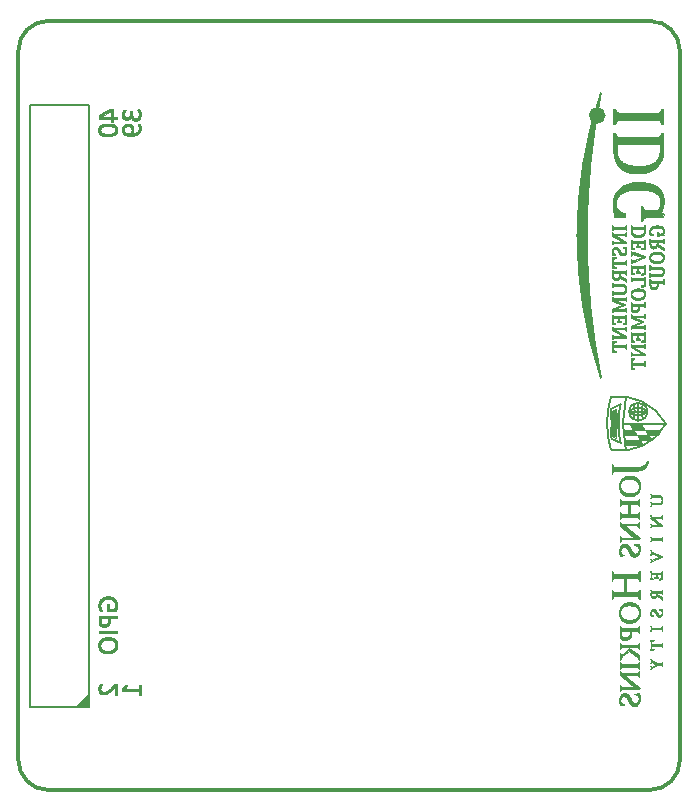
<source format=gbr>
G04 GENERATED BY PULSONIX 11.0 GERBER.DLL 8468*
G04 #@! TF.GenerationSoftware,Pulsonix,Pulsonix,11.0.8468*
G04 #@! TF.CreationDate,2022-02-02T18:24:53+05:00*
G04 #@! TF.Part,Single*
%INCSPAM*%
%LNSILKSCREEN BOTTOM*%
%FSLAX35Y35*%
%LPD*%
%MOIN*%
G04 #@! TF.FileFunction,Legend,Bot*
G04 #@! TF.FilePolarity,Positive*
G04 #@! TA.AperFunction,Profile*
%ADD77C,0.01200*%
G04 #@! TA.AperFunction,Material*
%ADD80C,0.00800*%
%ADD140C,0.00600*%
G04 #@! TD.AperFunction*
%ADD141C,0.00001*%
G04 #@! TA.AperFunction,Material*
%ADD142C,0.00100*%
G04 #@! TD.AperFunction*
X0Y0D02*
D02*
D77*
X239724Y41313D02*
X440512D01*
G75*
G03*
X450354Y51156I0J9843D01*
G01*
Y287770D01*
G75*
G03*
X440512Y297613I-9842J0D01*
G01*
X239724D01*
G75*
G03*
X229882Y287770I0J-9843D01*
G01*
Y51156D01*
G75*
G03*
X239724Y41313I9842J0D01*
G01*
D02*
D80*
X420295Y266117D02*
G75*
G02*
X425295I2500J0D01*
G01*
G75*
G02*
X420295I-2500J0D01*
G01*
G36*
X420295Y266117D02*
G75*
G02*
X425295I2500J0D01*
G01*
G75*
G02*
X420295I-2500J0D01*
G01*
G37*
X424045Y273617D02*
G75*
G03*
Y178617I140272J-47500D01*
G01*
G75*
G02*
Y273617I236356J47500D01*
G01*
G36*
X424045Y273617D02*
G75*
G03*
Y178617I140272J-47500D01*
G01*
G75*
G02*
Y273617I236356J47500D01*
G01*
G37*
D02*
D140*
X253504Y68873D02*
Y269660D01*
X233819D01*
Y68873D01*
X253504D01*
X249567D01*
X253504Y72810D01*
Y68873D01*
G36*
X253504Y68873D02*
X249567D01*
X253504Y72810D01*
Y68873D01*
G37*
X431606Y163361D02*
X445356D01*
X427856Y163486D02*
G75*
G03*
X427606Y158236I6767J-2953D01*
G01*
X430606Y156986D01*
G75*
G02*
X430231Y163486I12141J3961D01*
G01*
X427856D01*
X433481Y167361D02*
G75*
G03*
X439356I2938J2527D01*
G01*
G75*
G03*
X433481I-2937J-2124D01*
G01*
X439356D01*
X433481D02*
G75*
G02*
X439481I3000J0D01*
G01*
G75*
G02*
X433481I-3000J0D01*
G01*
X434856Y169861D02*
G75*
G02*
Y164861I-6036J-2500D01*
G01*
X430606Y169861D02*
G75*
G03*
X430231Y163486I12545J-3936D01*
G01*
X427856D01*
G75*
G02*
X427481Y168361I8059J3072D01*
G01*
X430606Y169861D01*
X437981Y169986D02*
G75*
G03*
Y164861I10697J-2562D01*
G01*
X436481Y170236D02*
Y164361D01*
X432356Y171986D02*
G75*
G03*
Y154736I37008J-8625D01*
G01*
X427356Y172236D02*
G75*
G02*
X445606Y163486I2869J-17423D01*
G01*
Y163236D01*
G75*
G02*
X427356Y154736I-14870J8086D01*
G01*
G75*
G02*
Y172236I29739J8750D01*
G01*
D02*
D141*
X270265Y72852D02*
X270352Y72858D01*
X270421Y72863D01*
X270473Y72881D01*
X270519Y72904D01*
X270548Y72927D01*
X270571Y72956D01*
X270582Y72990D01*
X270588Y73019D01*
Y76214D01*
X270582Y76249D01*
X270571Y76277D01*
X270548Y76306D01*
X270519Y76335D01*
X270473Y76358D01*
X270421Y76376D01*
X270352Y76381D01*
X270265Y76387D01*
X270190Y76381D01*
X270121Y76376D01*
X270063Y76358D01*
X270017Y76335D01*
X269982Y76312D01*
X269959Y76283D01*
X269942Y76254D01*
X269936Y76214D01*
Y74940D01*
X265282D01*
X265986Y76122D01*
X266026Y76203D01*
X266044Y76266D01*
Y76312D01*
X266020Y76352D01*
X265980Y76381D01*
X265922Y76399D01*
X265842Y76404D01*
X265744Y76410D01*
X265669D01*
X265605Y76404D01*
X265553Y76393D01*
X265507Y76381D01*
X265473Y76364D01*
X265444Y76341D01*
X265415Y76312D01*
X265386Y76272D01*
X264486Y74865D01*
X264463Y74818D01*
X264452Y74784D01*
X264446Y74743D01*
X264435Y74697D01*
X264429Y74645D01*
Y74582D01*
Y74507D01*
X264435Y74403D01*
X264440Y74317D01*
X264452Y74247D01*
X264463Y74196D01*
X264486Y74161D01*
X264509Y74138D01*
X264533Y74132D01*
X264561Y74126D01*
X269936D01*
Y73019D01*
X269942Y72984D01*
X269959Y72950D01*
X269982Y72921D01*
X270017Y72898D01*
X270063Y72875D01*
X270121Y72863D01*
X270190Y72852D01*
X270265D01*
G36*
X270265Y72852D02*
X270352Y72858D01*
X270421Y72863D01*
X270473Y72881D01*
X270519Y72904D01*
X270548Y72927D01*
X270571Y72956D01*
X270582Y72990D01*
X270588Y73019D01*
Y76214D01*
X270582Y76249D01*
X270571Y76277D01*
X270548Y76306D01*
X270519Y76335D01*
X270473Y76358D01*
X270421Y76376D01*
X270352Y76381D01*
X270265Y76387D01*
X270190Y76381D01*
X270121Y76376D01*
X270063Y76358D01*
X270017Y76335D01*
X269982Y76312D01*
X269959Y76283D01*
X269942Y76254D01*
X269936Y76214D01*
Y74940D01*
X265282D01*
X265986Y76122D01*
X266026Y76203D01*
X266044Y76266D01*
Y76312D01*
X266020Y76352D01*
X265980Y76381D01*
X265922Y76399D01*
X265842Y76404D01*
X265744Y76410D01*
X265669D01*
X265605Y76404D01*
X265553Y76393D01*
X265507Y76381D01*
X265473Y76364D01*
X265444Y76341D01*
X265415Y76312D01*
X265386Y76272D01*
X264486Y74865D01*
X264463Y74818D01*
X264452Y74784D01*
X264446Y74743D01*
X264435Y74697D01*
X264429Y74645D01*
Y74582D01*
Y74507D01*
X264435Y74403D01*
X264440Y74317D01*
X264452Y74247D01*
X264463Y74196D01*
X264486Y74161D01*
X264509Y74138D01*
X264533Y74132D01*
X264561Y74126D01*
X269936D01*
Y73019D01*
X269942Y72984D01*
X269959Y72950D01*
X269982Y72921D01*
X270017Y72898D01*
X270063Y72875D01*
X270121Y72863D01*
X270190Y72852D01*
X270265D01*
G37*
X262362Y72863D02*
X262443D01*
X262518Y72875D01*
X262576Y72886D01*
X262627Y72909D01*
X262668Y72933D01*
X262691Y72967D01*
X262708Y73002D01*
X262714Y73042D01*
Y76422D01*
X262708Y76485D01*
X262697Y76537D01*
X262674Y76583D01*
X262645Y76624D01*
X262599Y76652D01*
X262535Y76675D01*
X262454Y76687D01*
X262356Y76693D01*
X262270D01*
X262195Y76687D01*
X262126Y76675D01*
X262068Y76652D01*
X262016Y76624D01*
X261959Y76595D01*
X261901Y76549D01*
X261843Y76497D01*
X260586Y75274D01*
X260373Y75072D01*
X260176Y74893D01*
X259986Y74732D01*
X259807Y74594D01*
X259640Y74472D01*
X259479Y74363D01*
X259323Y74276D01*
X259179Y74196D01*
X259040Y74132D01*
X258908Y74080D01*
X258781Y74040D01*
X258666Y74017D01*
X258441Y73982D01*
X258227Y73971D01*
X258129Y73976D01*
X258031Y73988D01*
X257939Y74011D01*
X257847Y74040D01*
X257760Y74074D01*
X257674Y74121D01*
X257599Y74178D01*
X257529Y74236D01*
X257460Y74305D01*
X257402Y74380D01*
X257356Y74467D01*
X257310Y74559D01*
X257276Y74663D01*
X257253Y74772D01*
X257235Y74888D01*
X257229Y75009D01*
X257235Y75153D01*
X257253Y75291D01*
X257276Y75424D01*
X257310Y75545D01*
X257351Y75660D01*
X257391Y75764D01*
X257437Y75868D01*
X257483Y75960D01*
X257529Y76047D01*
X257576Y76122D01*
X257616Y76197D01*
X257656Y76260D01*
X257691Y76312D01*
X257720Y76364D01*
X257731Y76404D01*
X257737Y76433D01*
X257731Y76468D01*
X257720Y76497D01*
X257697Y76520D01*
X257656Y76543D01*
X257610Y76554D01*
X257547Y76566D01*
X257466Y76577D01*
X257374D01*
X257310D01*
X257253Y76572D01*
X257201Y76566D01*
X257160Y76554D01*
X257091Y76525D01*
X257051Y76497D01*
X257010Y76451D01*
X256981Y76416D01*
X256947Y76370D01*
X256912Y76318D01*
X256872Y76254D01*
X256832Y76179D01*
X256791Y76099D01*
X256745Y76006D01*
X256705Y75903D01*
X256630Y75683D01*
X256566Y75441D01*
X256543Y75314D01*
X256526Y75182D01*
X256514Y75043D01*
X256509Y74911D01*
X256514Y74692D01*
X256543Y74490D01*
X256578Y74305D01*
X256635Y74132D01*
X256705Y73971D01*
X256785Y73826D01*
X256872Y73694D01*
X256976Y73578D01*
X257091Y73475D01*
X257212Y73388D01*
X257345Y73307D01*
X257483Y73250D01*
X257627Y73204D01*
X257783Y73169D01*
X257939Y73146D01*
X258095Y73140D01*
X258244Y73146D01*
X258389Y73152D01*
X258533Y73169D01*
X258683Y73192D01*
X258827Y73227D01*
X258983Y73273D01*
X259144Y73336D01*
X259311Y73411D01*
X259484Y73504D01*
X259663Y73619D01*
X259859Y73751D01*
X260061Y73896D01*
X260165Y73982D01*
X260275Y74069D01*
X260390Y74167D01*
X260505Y74265D01*
X260626Y74374D01*
X260747Y74490D01*
X260880Y74611D01*
X261013Y74743D01*
X262022Y75712D01*
Y73048D01*
X262028Y73008D01*
X262045Y72973D01*
X262068Y72938D01*
X262108Y72915D01*
X262155Y72892D01*
X262212Y72875D01*
X262281Y72863D01*
X262362D01*
G36*
X262362Y72863D02*
X262443D01*
X262518Y72875D01*
X262576Y72886D01*
X262627Y72909D01*
X262668Y72933D01*
X262691Y72967D01*
X262708Y73002D01*
X262714Y73042D01*
Y76422D01*
X262708Y76485D01*
X262697Y76537D01*
X262674Y76583D01*
X262645Y76624D01*
X262599Y76652D01*
X262535Y76675D01*
X262454Y76687D01*
X262356Y76693D01*
X262270D01*
X262195Y76687D01*
X262126Y76675D01*
X262068Y76652D01*
X262016Y76624D01*
X261959Y76595D01*
X261901Y76549D01*
X261843Y76497D01*
X260586Y75274D01*
X260373Y75072D01*
X260176Y74893D01*
X259986Y74732D01*
X259807Y74594D01*
X259640Y74472D01*
X259479Y74363D01*
X259323Y74276D01*
X259179Y74196D01*
X259040Y74132D01*
X258908Y74080D01*
X258781Y74040D01*
X258666Y74017D01*
X258441Y73982D01*
X258227Y73971D01*
X258129Y73976D01*
X258031Y73988D01*
X257939Y74011D01*
X257847Y74040D01*
X257760Y74074D01*
X257674Y74121D01*
X257599Y74178D01*
X257529Y74236D01*
X257460Y74305D01*
X257402Y74380D01*
X257356Y74467D01*
X257310Y74559D01*
X257276Y74663D01*
X257253Y74772D01*
X257235Y74888D01*
X257229Y75009D01*
X257235Y75153D01*
X257253Y75291D01*
X257276Y75424D01*
X257310Y75545D01*
X257351Y75660D01*
X257391Y75764D01*
X257437Y75868D01*
X257483Y75960D01*
X257529Y76047D01*
X257576Y76122D01*
X257616Y76197D01*
X257656Y76260D01*
X257691Y76312D01*
X257720Y76364D01*
X257731Y76404D01*
X257737Y76433D01*
X257731Y76468D01*
X257720Y76497D01*
X257697Y76520D01*
X257656Y76543D01*
X257610Y76554D01*
X257547Y76566D01*
X257466Y76577D01*
X257374D01*
X257310D01*
X257253Y76572D01*
X257201Y76566D01*
X257160Y76554D01*
X257091Y76525D01*
X257051Y76497D01*
X257010Y76451D01*
X256981Y76416D01*
X256947Y76370D01*
X256912Y76318D01*
X256872Y76254D01*
X256832Y76179D01*
X256791Y76099D01*
X256745Y76006D01*
X256705Y75903D01*
X256630Y75683D01*
X256566Y75441D01*
X256543Y75314D01*
X256526Y75182D01*
X256514Y75043D01*
X256509Y74911D01*
X256514Y74692D01*
X256543Y74490D01*
X256578Y74305D01*
X256635Y74132D01*
X256705Y73971D01*
X256785Y73826D01*
X256872Y73694D01*
X256976Y73578D01*
X257091Y73475D01*
X257212Y73388D01*
X257345Y73307D01*
X257483Y73250D01*
X257627Y73204D01*
X257783Y73169D01*
X257939Y73146D01*
X258095Y73140D01*
X258244Y73146D01*
X258389Y73152D01*
X258533Y73169D01*
X258683Y73192D01*
X258827Y73227D01*
X258983Y73273D01*
X259144Y73336D01*
X259311Y73411D01*
X259484Y73504D01*
X259663Y73619D01*
X259859Y73751D01*
X260061Y73896D01*
X260165Y73982D01*
X260275Y74069D01*
X260390Y74167D01*
X260505Y74265D01*
X260626Y74374D01*
X260747Y74490D01*
X260880Y74611D01*
X261013Y74743D01*
X262022Y75712D01*
Y73048D01*
X262028Y73008D01*
X262045Y72973D01*
X262068Y72938D01*
X262108Y72915D01*
X262155Y72892D01*
X262212Y72875D01*
X262281Y72863D01*
X262362D01*
G37*
X257426Y100870D02*
X257512D01*
X257587Y100882D01*
X257650Y100893D01*
X257702Y100911D01*
X257737Y100928D01*
X257766Y100957D01*
X257777Y100986D01*
X257783Y101014D01*
X257777Y101049D01*
X257760Y101089D01*
X257731Y101141D01*
X257697Y101205D01*
X257650Y101280D01*
X257599Y101361D01*
X257547Y101453D01*
X257495Y101562D01*
X257443Y101678D01*
X257391Y101805D01*
X257345Y101943D01*
X257299Y102093D01*
X257258Y102254D01*
X257229Y102427D01*
X257212Y102618D01*
X257206Y102825D01*
X257218Y103073D01*
X257253Y103304D01*
X257310Y103523D01*
X257391Y103731D01*
X257495Y103927D01*
X257610Y104100D01*
X257749Y104267D01*
X257904Y104411D01*
X258071Y104544D01*
X258262Y104659D01*
X258464Y104757D01*
X258677Y104838D01*
X258908Y104902D01*
X259144Y104953D01*
X259392Y104976D01*
X259652Y104988D01*
X259934Y104976D01*
X260205Y104948D01*
X260459Y104896D01*
X260690Y104827D01*
X260909Y104734D01*
X261111Y104630D01*
X261295Y104509D01*
X261457Y104371D01*
X261607Y104221D01*
X261734Y104060D01*
X261843Y103881D01*
X261930Y103685D01*
X261999Y103483D01*
X262051Y103269D01*
X262080Y103045D01*
X262091Y102808D01*
X262085Y102670D01*
X262074Y102525D01*
X262051Y102381D01*
X262022Y102237D01*
X261987Y102093D01*
X261935Y101955D01*
X261884Y101822D01*
X261820Y101695D01*
X260038D01*
Y103114D01*
X260032Y103154D01*
X260021Y103183D01*
X259992Y103212D01*
X259957Y103235D01*
X259911Y103252D01*
X259854Y103264D01*
X259784Y103275D01*
X259704D01*
X259623D01*
X259554Y103264D01*
X259496Y103252D01*
X259450Y103235D01*
X259415Y103212D01*
X259386Y103183D01*
X259375Y103154D01*
X259369Y103114D01*
Y101170D01*
X259375Y101118D01*
X259386Y101066D01*
X259409Y101014D01*
X259444Y100974D01*
X259490Y100934D01*
X259548Y100905D01*
X259623Y100888D01*
X259698Y100882D01*
X262028D01*
X262143Y100893D01*
X262241Y100922D01*
X262287Y100951D01*
X262328Y100991D01*
X262368Y101043D01*
X262403Y101101D01*
X262437Y101176D01*
X262472Y101262D01*
X262512Y101355D01*
X262553Y101459D01*
X262627Y101678D01*
X262685Y101908D01*
X262737Y102139D01*
X262772Y102376D01*
X262795Y102612D01*
X262801Y102843D01*
X262795Y103016D01*
X262789Y103189D01*
X262772Y103350D01*
X262749Y103512D01*
X262714Y103667D01*
X262679Y103817D01*
X262633Y103967D01*
X262581Y104106D01*
X262524Y104244D01*
X262460Y104377D01*
X262391Y104504D01*
X262316Y104625D01*
X262235Y104740D01*
X262149Y104850D01*
X262057Y104953D01*
X261953Y105051D01*
X261739Y105230D01*
X261509Y105392D01*
X261255Y105524D01*
X260984Y105640D01*
X260840Y105686D01*
X260690Y105726D01*
X260540Y105761D01*
X260378Y105790D01*
X260223Y105813D01*
X260055Y105830D01*
X259888Y105836D01*
X259715Y105842D01*
X259536Y105836D01*
X259358Y105830D01*
X259190Y105813D01*
X259023Y105784D01*
X258856Y105755D01*
X258700Y105720D01*
X258544Y105674D01*
X258394Y105622D01*
X258112Y105501D01*
X257847Y105357D01*
X257610Y105190D01*
X257391Y105005D01*
X257287Y104902D01*
X257195Y104792D01*
X257103Y104682D01*
X257022Y104567D01*
X256941Y104440D01*
X256872Y104313D01*
X256803Y104181D01*
X256745Y104048D01*
X256693Y103904D01*
X256641Y103760D01*
X256607Y103610D01*
X256572Y103454D01*
X256549Y103298D01*
X256532Y103137D01*
X256520Y102975D01*
X256514Y102808D01*
X256520Y102635D01*
X256532Y102468D01*
X256549Y102306D01*
X256578Y102151D01*
X256607Y102001D01*
X256641Y101862D01*
X256682Y101730D01*
X256716Y101603D01*
X256762Y101487D01*
X256803Y101384D01*
X256849Y101291D01*
X256895Y101205D01*
X256941Y101130D01*
X256981Y101066D01*
X257022Y101014D01*
X257056Y100980D01*
X257120Y100928D01*
X257195Y100893D01*
X257241Y100882D01*
X257293Y100876D01*
X257356Y100870D01*
X257426D01*
G36*
X257426Y100870D02*
X257512D01*
X257587Y100882D01*
X257650Y100893D01*
X257702Y100911D01*
X257737Y100928D01*
X257766Y100957D01*
X257777Y100986D01*
X257783Y101014D01*
X257777Y101049D01*
X257760Y101089D01*
X257731Y101141D01*
X257697Y101205D01*
X257650Y101280D01*
X257599Y101361D01*
X257547Y101453D01*
X257495Y101562D01*
X257443Y101678D01*
X257391Y101805D01*
X257345Y101943D01*
X257299Y102093D01*
X257258Y102254D01*
X257229Y102427D01*
X257212Y102618D01*
X257206Y102825D01*
X257218Y103073D01*
X257253Y103304D01*
X257310Y103523D01*
X257391Y103731D01*
X257495Y103927D01*
X257610Y104100D01*
X257749Y104267D01*
X257904Y104411D01*
X258071Y104544D01*
X258262Y104659D01*
X258464Y104757D01*
X258677Y104838D01*
X258908Y104902D01*
X259144Y104953D01*
X259392Y104976D01*
X259652Y104988D01*
X259934Y104976D01*
X260205Y104948D01*
X260459Y104896D01*
X260690Y104827D01*
X260909Y104734D01*
X261111Y104630D01*
X261295Y104509D01*
X261457Y104371D01*
X261607Y104221D01*
X261734Y104060D01*
X261843Y103881D01*
X261930Y103685D01*
X261999Y103483D01*
X262051Y103269D01*
X262080Y103045D01*
X262091Y102808D01*
X262085Y102670D01*
X262074Y102525D01*
X262051Y102381D01*
X262022Y102237D01*
X261987Y102093D01*
X261935Y101955D01*
X261884Y101822D01*
X261820Y101695D01*
X260038D01*
Y103114D01*
X260032Y103154D01*
X260021Y103183D01*
X259992Y103212D01*
X259957Y103235D01*
X259911Y103252D01*
X259854Y103264D01*
X259784Y103275D01*
X259704D01*
X259623D01*
X259554Y103264D01*
X259496Y103252D01*
X259450Y103235D01*
X259415Y103212D01*
X259386Y103183D01*
X259375Y103154D01*
X259369Y103114D01*
Y101170D01*
X259375Y101118D01*
X259386Y101066D01*
X259409Y101014D01*
X259444Y100974D01*
X259490Y100934D01*
X259548Y100905D01*
X259623Y100888D01*
X259698Y100882D01*
X262028D01*
X262143Y100893D01*
X262241Y100922D01*
X262287Y100951D01*
X262328Y100991D01*
X262368Y101043D01*
X262403Y101101D01*
X262437Y101176D01*
X262472Y101262D01*
X262512Y101355D01*
X262553Y101459D01*
X262627Y101678D01*
X262685Y101908D01*
X262737Y102139D01*
X262772Y102376D01*
X262795Y102612D01*
X262801Y102843D01*
X262795Y103016D01*
X262789Y103189D01*
X262772Y103350D01*
X262749Y103512D01*
X262714Y103667D01*
X262679Y103817D01*
X262633Y103967D01*
X262581Y104106D01*
X262524Y104244D01*
X262460Y104377D01*
X262391Y104504D01*
X262316Y104625D01*
X262235Y104740D01*
X262149Y104850D01*
X262057Y104953D01*
X261953Y105051D01*
X261739Y105230D01*
X261509Y105392D01*
X261255Y105524D01*
X260984Y105640D01*
X260840Y105686D01*
X260690Y105726D01*
X260540Y105761D01*
X260378Y105790D01*
X260223Y105813D01*
X260055Y105830D01*
X259888Y105836D01*
X259715Y105842D01*
X259536Y105836D01*
X259358Y105830D01*
X259190Y105813D01*
X259023Y105784D01*
X258856Y105755D01*
X258700Y105720D01*
X258544Y105674D01*
X258394Y105622D01*
X258112Y105501D01*
X257847Y105357D01*
X257610Y105190D01*
X257391Y105005D01*
X257287Y104902D01*
X257195Y104792D01*
X257103Y104682D01*
X257022Y104567D01*
X256941Y104440D01*
X256872Y104313D01*
X256803Y104181D01*
X256745Y104048D01*
X256693Y103904D01*
X256641Y103760D01*
X256607Y103610D01*
X256572Y103454D01*
X256549Y103298D01*
X256532Y103137D01*
X256520Y102975D01*
X256514Y102808D01*
X256520Y102635D01*
X256532Y102468D01*
X256549Y102306D01*
X256578Y102151D01*
X256607Y102001D01*
X256641Y101862D01*
X256682Y101730D01*
X256716Y101603D01*
X256762Y101487D01*
X256803Y101384D01*
X256849Y101291D01*
X256895Y101205D01*
X256941Y101130D01*
X256981Y101066D01*
X257022Y101014D01*
X257056Y100980D01*
X257120Y100928D01*
X257195Y100893D01*
X257241Y100882D01*
X257293Y100876D01*
X257356Y100870D01*
X257426D01*
G37*
X258394Y95599D02*
X258614Y95611D01*
X258827Y95634D01*
X259029Y95686D01*
X259219Y95749D01*
X259398Y95836D01*
X259559Y95934D01*
X259709Y96049D01*
X259848Y96182D01*
X259969Y96332D01*
X260078Y96493D01*
X260171Y96678D01*
X260251Y96874D01*
X260309Y97087D01*
X260355Y97318D01*
X260384Y97572D01*
X260390Y97848D01*
Y98540D01*
X262593D01*
X262627Y98546D01*
X262656Y98563D01*
X262685Y98587D01*
X262702Y98627D01*
X262720Y98679D01*
X262731Y98748D01*
X262743Y98840D01*
Y98944D01*
Y99054D01*
X262731Y99140D01*
X262720Y99215D01*
X262702Y99267D01*
X262685Y99307D01*
X262656Y99336D01*
X262627Y99348D01*
X262593Y99354D01*
X256953D01*
X256866Y99348D01*
X256791Y99331D01*
X256728Y99296D01*
X256682Y99256D01*
X256647Y99204D01*
X256624Y99152D01*
X256607Y99094D01*
X256601Y99031D01*
Y97721D01*
X256607Y97531D01*
X256618Y97347D01*
X256630Y97249D01*
X256647Y97145D01*
X256664Y97035D01*
X256687Y96914D01*
X256722Y96787D01*
X256768Y96666D01*
X256826Y96539D01*
X256889Y96407D01*
X256970Y96285D01*
X257056Y96170D01*
X257155Y96066D01*
X257258Y95974D01*
X257374Y95888D01*
X257495Y95813D01*
X257622Y95749D01*
X257760Y95697D01*
X257910Y95651D01*
X258060Y95622D01*
X258221Y95605D01*
X258394Y95599D01*
X258458Y96453D02*
X258279Y96459D01*
X258112Y96487D01*
X257968Y96533D01*
X257835Y96591D01*
X257714Y96666D01*
X257616Y96747D01*
X257529Y96839D01*
X257460Y96937D01*
X257402Y97041D01*
X257362Y97145D01*
X257328Y97254D01*
X257304Y97364D01*
X257281Y97577D01*
X257270Y97791D01*
Y98540D01*
X259721D01*
Y97808D01*
X259715Y97629D01*
X259698Y97474D01*
X259669Y97324D01*
X259629Y97197D01*
X259577Y97081D01*
X259513Y96972D01*
X259444Y96874D01*
X259363Y96787D01*
X259277Y96712D01*
X259179Y96643D01*
X259075Y96585D01*
X258965Y96539D01*
X258844Y96499D01*
X258717Y96476D01*
X258591Y96459D01*
X258458Y96453D01*
X258495Y95604D02*
G36*
X258495Y95604D02*
X258614Y95611D01*
X258827Y95634D01*
X259029Y95686D01*
X259219Y95749D01*
X259398Y95836D01*
X259559Y95934D01*
X259709Y96049D01*
X259848Y96182D01*
X259969Y96332D01*
X260078Y96493D01*
X260171Y96678D01*
X260251Y96874D01*
X260309Y97087D01*
X260355Y97318D01*
X260384Y97572D01*
X260390Y97848D01*
Y98540D01*
X262593D01*
X262627Y98546D01*
X262656Y98563D01*
X262685Y98587D01*
X262702Y98627D01*
X262720Y98679D01*
X262731Y98748D01*
X262743Y98840D01*
Y98944D01*
Y99054D01*
X262731Y99140D01*
X262720Y99215D01*
X262702Y99267D01*
X262685Y99307D01*
X262656Y99336D01*
X262627Y99348D01*
X262593Y99354D01*
X258495D01*
Y98540D01*
X259721D01*
Y97808D01*
X259715Y97629D01*
X259698Y97474D01*
X259669Y97324D01*
X259629Y97197D01*
X259577Y97081D01*
X259513Y96972D01*
X259444Y96874D01*
X259363Y96787D01*
X259277Y96712D01*
X259179Y96643D01*
X259075Y96585D01*
X258965Y96539D01*
X258844Y96499D01*
X258717Y96476D01*
X258591Y96459D01*
X258495Y96454D01*
Y95604D01*
G37*
X258394Y95599D02*
G36*
X258394Y95599D02*
X258495Y95604D01*
Y96454D01*
X258458Y96453D01*
X258279Y96459D01*
X258112Y96487D01*
X257968Y96533D01*
X257835Y96591D01*
X257714Y96666D01*
X257616Y96747D01*
X257529Y96839D01*
X257460Y96937D01*
X257402Y97041D01*
X257362Y97145D01*
X257328Y97254D01*
X257304Y97364D01*
X257281Y97577D01*
X257270Y97791D01*
Y98540D01*
X258495D01*
Y99354D01*
X256953D01*
X256866Y99348D01*
X256791Y99331D01*
X256728Y99296D01*
X256682Y99256D01*
X256647Y99204D01*
X256624Y99152D01*
X256607Y99094D01*
X256601Y99031D01*
Y97721D01*
X256607Y97531D01*
X256618Y97347D01*
X256630Y97249D01*
X256647Y97145D01*
X256664Y97035D01*
X256687Y96914D01*
X256722Y96787D01*
X256768Y96666D01*
X256826Y96539D01*
X256889Y96407D01*
X256970Y96285D01*
X257056Y96170D01*
X257155Y96066D01*
X257258Y95974D01*
X257374Y95888D01*
X257495Y95813D01*
X257622Y95749D01*
X257760Y95697D01*
X257910Y95651D01*
X258060Y95622D01*
X258221Y95605D01*
X258394Y95599D01*
G37*
X262593Y93540D02*
X262627Y93546D01*
X262656Y93558D01*
X262685Y93586D01*
X262702Y93627D01*
X262720Y93679D01*
X262731Y93748D01*
X262743Y93840D01*
Y93944D01*
Y94054D01*
X262731Y94140D01*
X262720Y94215D01*
X262702Y94267D01*
X262685Y94307D01*
X262656Y94336D01*
X262627Y94348D01*
X262593Y94354D01*
X256722D01*
X256687Y94348D01*
X256659Y94330D01*
X256630Y94302D01*
X256612Y94261D01*
X256595Y94204D01*
X256584Y94134D01*
X256578Y94048D01*
X256572Y93944D01*
X256578Y93840D01*
X256584Y93748D01*
X256595Y93679D01*
X256612Y93627D01*
X256630Y93586D01*
X256659Y93558D01*
X256687Y93546D01*
X256722Y93540D01*
X262593D01*
G36*
X262593Y93540D02*
X262627Y93546D01*
X262656Y93558D01*
X262685Y93586D01*
X262702Y93627D01*
X262720Y93679D01*
X262731Y93748D01*
X262743Y93840D01*
Y93944D01*
Y94054D01*
X262731Y94140D01*
X262720Y94215D01*
X262702Y94267D01*
X262685Y94307D01*
X262656Y94336D01*
X262627Y94348D01*
X262593Y94354D01*
X256722D01*
X256687Y94348D01*
X256659Y94330D01*
X256630Y94302D01*
X256612Y94261D01*
X256595Y94204D01*
X256584Y94134D01*
X256578Y94048D01*
X256572Y93944D01*
X256578Y93840D01*
X256584Y93748D01*
X256595Y93679D01*
X256612Y93627D01*
X256630Y93586D01*
X256659Y93558D01*
X256687Y93546D01*
X256722Y93540D01*
X262593D01*
G37*
X259588Y86793D02*
X259952Y86804D01*
X260292Y86839D01*
X260621Y86891D01*
X260926Y86966D01*
X261215Y87064D01*
X261474Y87185D01*
X261716Y87329D01*
X261941Y87491D01*
X262039Y87577D01*
X262137Y87675D01*
X262224Y87773D01*
X262310Y87883D01*
X262385Y87992D01*
X262460Y88108D01*
X262524Y88235D01*
X262581Y88361D01*
X262633Y88494D01*
X262679Y88633D01*
X262720Y88777D01*
X262749Y88932D01*
X262777Y89088D01*
X262795Y89244D01*
X262801Y89411D01*
X262806Y89584D01*
X262801Y89757D01*
X262795Y89919D01*
X262777Y90074D01*
X262754Y90230D01*
X262726Y90374D01*
X262691Y90513D01*
X262651Y90651D01*
X262599Y90778D01*
X262547Y90899D01*
X262489Y91020D01*
X262420Y91130D01*
X262351Y91239D01*
X262270Y91337D01*
X262189Y91435D01*
X262097Y91528D01*
X262005Y91608D01*
X261901Y91689D01*
X261797Y91764D01*
X261682Y91833D01*
X261566Y91897D01*
X261439Y91954D01*
X261307Y92006D01*
X261174Y92058D01*
X261030Y92099D01*
X260730Y92168D01*
X260401Y92220D01*
X260061Y92249D01*
X259692Y92260D01*
X259340Y92249D01*
X259000Y92214D01*
X258683Y92162D01*
X258377Y92087D01*
X258095Y91989D01*
X257829Y91868D01*
X257593Y91724D01*
X257374Y91562D01*
X257270Y91470D01*
X257178Y91378D01*
X257091Y91274D01*
X257005Y91170D01*
X256930Y91055D01*
X256860Y90939D01*
X256791Y90812D01*
X256734Y90686D01*
X256682Y90553D01*
X256635Y90415D01*
X256595Y90270D01*
X256566Y90120D01*
X256543Y89965D01*
X256526Y89803D01*
X256514Y89636D01*
X256509Y89463D01*
X256514Y89296D01*
X256520Y89134D01*
X256537Y88979D01*
X256561Y88829D01*
X256589Y88684D01*
X256624Y88546D01*
X256664Y88413D01*
X256710Y88286D01*
X256768Y88165D01*
X256826Y88044D01*
X256889Y87935D01*
X256964Y87825D01*
X257039Y87727D01*
X257120Y87629D01*
X257212Y87537D01*
X257304Y87450D01*
X257512Y87295D01*
X257743Y87162D01*
X257996Y87047D01*
X258268Y86954D01*
X258567Y86885D01*
X258885Y86833D01*
X259225Y86804D01*
X259588Y86793D01*
X259640Y87652D02*
X259386Y87658D01*
X259138Y87675D01*
X258902Y87704D01*
X258677Y87744D01*
X258458Y87796D01*
X258256Y87866D01*
X258071Y87952D01*
X257898Y88050D01*
X257743Y88165D01*
X257604Y88304D01*
X257489Y88454D01*
X257385Y88627D01*
X257304Y88817D01*
X257247Y89025D01*
X257212Y89261D01*
X257201Y89515D01*
X257206Y89642D01*
X257212Y89769D01*
X257229Y89884D01*
X257253Y89999D01*
X257281Y90109D01*
X257310Y90207D01*
X257351Y90305D01*
X257402Y90397D01*
X257506Y90570D01*
X257633Y90726D01*
X257772Y90864D01*
X257927Y90986D01*
X258100Y91089D01*
X258291Y91176D01*
X258487Y91245D01*
X258706Y91303D01*
X258925Y91349D01*
X259156Y91378D01*
X259392Y91395D01*
X259634Y91401D01*
X259900Y91395D01*
X260153Y91378D01*
X260396Y91349D01*
X260626Y91308D01*
X260845Y91257D01*
X261047Y91193D01*
X261238Y91107D01*
X261411Y91009D01*
X261566Y90893D01*
X261705Y90761D01*
X261820Y90611D01*
X261924Y90438D01*
X261999Y90253D01*
X262057Y90040D01*
X262091Y89803D01*
X262103Y89544D01*
Y89417D01*
X262091Y89290D01*
X262074Y89169D01*
X262051Y89054D01*
X262028Y88944D01*
X261993Y88840D01*
X261953Y88742D01*
X261907Y88650D01*
X261797Y88477D01*
X261670Y88321D01*
X261526Y88183D01*
X261370Y88062D01*
X261191Y87958D01*
X261001Y87871D01*
X260799Y87802D01*
X260586Y87744D01*
X260361Y87704D01*
X260125Y87675D01*
X259888Y87658D01*
X259640Y87652D01*
X259652Y86795D02*
G36*
X259652Y86795D02*
X259952Y86804D01*
X260292Y86839D01*
X260621Y86891D01*
X260926Y86966D01*
X261215Y87064D01*
X261474Y87185D01*
X261716Y87329D01*
X261941Y87491D01*
X262039Y87577D01*
X262137Y87675D01*
X262224Y87773D01*
X262310Y87883D01*
X262385Y87992D01*
X262460Y88108D01*
X262524Y88235D01*
X262581Y88361D01*
X262633Y88494D01*
X262679Y88633D01*
X262720Y88777D01*
X262749Y88932D01*
X262777Y89088D01*
X262795Y89244D01*
X262801Y89411D01*
X262806Y89584D01*
X262801Y89757D01*
X262795Y89919D01*
X262777Y90074D01*
X262754Y90230D01*
X262726Y90374D01*
X262691Y90513D01*
X262651Y90651D01*
X262599Y90778D01*
X262547Y90899D01*
X262489Y91020D01*
X262420Y91130D01*
X262351Y91239D01*
X262270Y91337D01*
X262189Y91435D01*
X262097Y91528D01*
X262005Y91608D01*
X261901Y91689D01*
X261797Y91764D01*
X261682Y91833D01*
X261566Y91897D01*
X261439Y91954D01*
X261307Y92006D01*
X261174Y92058D01*
X261030Y92099D01*
X260730Y92168D01*
X260401Y92220D01*
X260061Y92249D01*
X259692Y92260D01*
X259652Y92259D01*
Y91400D01*
X259900Y91395D01*
X260153Y91378D01*
X260396Y91349D01*
X260626Y91308D01*
X260845Y91257D01*
X261047Y91193D01*
X261238Y91107D01*
X261411Y91009D01*
X261566Y90893D01*
X261705Y90761D01*
X261820Y90611D01*
X261924Y90438D01*
X261999Y90253D01*
X262057Y90040D01*
X262091Y89803D01*
X262103Y89544D01*
Y89417D01*
X262091Y89290D01*
X262074Y89169D01*
X262051Y89054D01*
X262028Y88944D01*
X261993Y88840D01*
X261953Y88742D01*
X261907Y88650D01*
X261797Y88477D01*
X261670Y88321D01*
X261526Y88183D01*
X261370Y88062D01*
X261191Y87958D01*
X261001Y87871D01*
X260799Y87802D01*
X260586Y87744D01*
X260361Y87704D01*
X260125Y87675D01*
X259888Y87658D01*
X259652Y87652D01*
Y86795D01*
G37*
X259588Y86793D02*
G36*
X259588Y86793D02*
X259652Y86795D01*
Y87652D01*
X259640Y87652D01*
X259386Y87658D01*
X259138Y87675D01*
X258902Y87704D01*
X258677Y87744D01*
X258458Y87796D01*
X258256Y87866D01*
X258071Y87952D01*
X257898Y88050D01*
X257743Y88165D01*
X257604Y88304D01*
X257489Y88454D01*
X257385Y88627D01*
X257304Y88817D01*
X257247Y89025D01*
X257212Y89261D01*
X257201Y89515D01*
X257206Y89642D01*
X257212Y89769D01*
X257229Y89884D01*
X257253Y89999D01*
X257281Y90109D01*
X257310Y90207D01*
X257351Y90305D01*
X257402Y90397D01*
X257506Y90570D01*
X257633Y90726D01*
X257772Y90864D01*
X257927Y90986D01*
X258100Y91089D01*
X258291Y91176D01*
X258487Y91245D01*
X258706Y91303D01*
X258925Y91349D01*
X259156Y91378D01*
X259392Y91395D01*
X259634Y91401D01*
X259652Y91400D01*
Y92259D01*
X259340Y92249D01*
X259000Y92214D01*
X258683Y92162D01*
X258377Y92087D01*
X258095Y91989D01*
X257829Y91868D01*
X257593Y91724D01*
X257374Y91562D01*
X257270Y91470D01*
X257178Y91378D01*
X257091Y91274D01*
X257005Y91170D01*
X256930Y91055D01*
X256860Y90939D01*
X256791Y90812D01*
X256734Y90686D01*
X256682Y90553D01*
X256635Y90415D01*
X256595Y90270D01*
X256566Y90120D01*
X256543Y89965D01*
X256526Y89803D01*
X256514Y89636D01*
X256509Y89463D01*
X256514Y89296D01*
X256520Y89134D01*
X256537Y88979D01*
X256561Y88829D01*
X256589Y88684D01*
X256624Y88546D01*
X256664Y88413D01*
X256710Y88286D01*
X256768Y88165D01*
X256826Y88044D01*
X256889Y87935D01*
X256964Y87825D01*
X257039Y87727D01*
X257120Y87629D01*
X257212Y87537D01*
X257304Y87450D01*
X257512Y87295D01*
X257743Y87162D01*
X257996Y87047D01*
X258268Y86954D01*
X258567Y86885D01*
X258885Y86833D01*
X259225Y86804D01*
X259588Y86793D01*
G37*
X432322Y112015D02*
X434885D01*
X435268Y112007D01*
X435610D01*
X435927D01*
X436212Y111999D01*
X436293Y111983D01*
X436358Y111950D01*
X436407Y111901D01*
X436431Y111828D01*
X436668Y111088D01*
X436952Y111063D01*
X436936Y111861D01*
Y112650D01*
Y113049D01*
Y113464D01*
X436944Y113879D01*
X436952Y114302D01*
X436668Y114335D01*
X436423Y113513D01*
X436391Y113439D01*
X436342Y113383D01*
X436285Y113342D01*
X436212Y113334D01*
X435927Y113326D01*
X435610D01*
X435268Y113317D01*
X434885D01*
X429482D01*
X429164D01*
X428871Y113326D01*
X428611D01*
X428375Y113334D01*
X428293Y113342D01*
X428228Y113374D01*
X428180Y113423D01*
X428147Y113488D01*
X427887Y114318D01*
X427602Y114335D01*
X427618Y113903D01*
X427626Y113488D01*
Y113081D01*
Y112683D01*
Y111885D01*
X427602Y111096D01*
X427887Y111063D01*
X428123Y111828D01*
X428147Y111901D01*
X428196Y111950D01*
X428253Y111983D01*
X428326Y111999D01*
X428578Y112007D01*
X428847D01*
X429140D01*
X429449Y112015D01*
X431711D01*
Y107157D01*
X429449D01*
X429140D01*
X428847D01*
X428578Y107165D01*
X428326Y107173D01*
X428253Y107181D01*
X428196Y107214D01*
X428147Y107271D01*
X428123Y107344D01*
X427887Y108085D01*
X427602Y108101D01*
X427626Y107287D01*
Y106490D01*
Y105684D01*
X427602Y104862D01*
X427887Y104838D01*
X428147Y105676D01*
X428180Y105741D01*
X428228Y105798D01*
X428293Y105822D01*
X428375Y105839D01*
X428611Y105847D01*
X428871D01*
X429164D01*
X429482Y105855D01*
X434885D01*
X435268Y105847D01*
X435610D01*
X435927D01*
X436212Y105839D01*
X436285Y105822D01*
X436342Y105790D01*
X436391Y105733D01*
X436423Y105660D01*
X436668Y104854D01*
X436952Y104838D01*
X436944Y105269D01*
X436936Y105700D01*
Y106115D01*
Y106514D01*
Y107303D01*
X436952Y108068D01*
X436668Y108101D01*
X436431Y107344D01*
X436407Y107271D01*
X436358Y107214D01*
X436293Y107181D01*
X436212Y107173D01*
X435927Y107165D01*
X435610Y107157D01*
X435268D01*
X434885D01*
X432322D01*
Y112015D01*
G36*
X432322Y112015D02*
X434885D01*
X435268Y112007D01*
X435610D01*
X435927D01*
X436212Y111999D01*
X436293Y111983D01*
X436358Y111950D01*
X436407Y111901D01*
X436431Y111828D01*
X436668Y111088D01*
X436952Y111063D01*
X436936Y111861D01*
Y112650D01*
Y113049D01*
Y113464D01*
X436944Y113879D01*
X436952Y114302D01*
X436668Y114335D01*
X436423Y113513D01*
X436391Y113439D01*
X436342Y113383D01*
X436285Y113342D01*
X436212Y113334D01*
X435927Y113326D01*
X435610D01*
X435268Y113317D01*
X434885D01*
X429482D01*
X429164D01*
X428871Y113326D01*
X428611D01*
X428375Y113334D01*
X428293Y113342D01*
X428228Y113374D01*
X428180Y113423D01*
X428147Y113488D01*
X427887Y114318D01*
X427602Y114335D01*
X427618Y113903D01*
X427626Y113488D01*
Y113081D01*
Y112683D01*
Y111885D01*
X427602Y111096D01*
X427887Y111063D01*
X428123Y111828D01*
X428147Y111901D01*
X428196Y111950D01*
X428253Y111983D01*
X428326Y111999D01*
X428578Y112007D01*
X428847D01*
X429140D01*
X429449Y112015D01*
X431711D01*
Y107157D01*
X429449D01*
X429140D01*
X428847D01*
X428578Y107165D01*
X428326Y107173D01*
X428253Y107181D01*
X428196Y107214D01*
X428147Y107271D01*
X428123Y107344D01*
X427887Y108085D01*
X427602Y108101D01*
X427626Y107287D01*
Y106490D01*
Y105684D01*
X427602Y104862D01*
X427887Y104838D01*
X428147Y105676D01*
X428180Y105741D01*
X428228Y105798D01*
X428293Y105822D01*
X428375Y105839D01*
X428611Y105847D01*
X428871D01*
X429164D01*
X429482Y105855D01*
X434885D01*
X435268Y105847D01*
X435610D01*
X435927D01*
X436212Y105839D01*
X436285Y105822D01*
X436342Y105790D01*
X436391Y105733D01*
X436423Y105660D01*
X436668Y104854D01*
X436952Y104838D01*
X436944Y105269D01*
X436936Y105700D01*
Y106115D01*
Y106514D01*
Y107303D01*
X436952Y108068D01*
X436668Y108101D01*
X436431Y107344D01*
X436407Y107271D01*
X436358Y107214D01*
X436293Y107181D01*
X436212Y107173D01*
X435927Y107165D01*
X435610Y107157D01*
X435268D01*
X434885D01*
X432322D01*
Y112015D01*
G37*
X440563Y139938D02*
X440570Y139758D01*
X440573Y139585D01*
Y139412D01*
Y139246D01*
Y138907D01*
X440563Y138558D01*
X440681Y138544D01*
X440783Y138890D01*
X440797Y138921D01*
X440814Y138941D01*
X440841Y138954D01*
X440871Y138961D01*
X440973Y138965D01*
X441082Y138968D01*
X441204D01*
X441336D01*
X442855D01*
X442950D01*
X443045Y138965D01*
X443136Y138958D01*
X443221Y138951D01*
X443303Y138944D01*
X443381Y138931D01*
X443455Y138921D01*
X443526Y138904D01*
X443594Y138887D01*
X443655Y138870D01*
X443716Y138849D01*
X443770Y138826D01*
X443825Y138802D01*
X443872Y138775D01*
X443916Y138744D01*
X443957Y138714D01*
X444028Y138646D01*
X444089Y138571D01*
X444143Y138483D01*
X444184Y138385D01*
X444218Y138280D01*
X444242Y138164D01*
X444259Y138036D01*
X444262Y137903D01*
X444259Y137764D01*
X444242Y137635D01*
X444218Y137520D01*
X444184Y137412D01*
X444140Y137313D01*
X444086Y137225D01*
X444021Y137147D01*
X443947Y137076D01*
X443859Y137018D01*
X443760Y136964D01*
X443648Y136920D01*
X443523Y136886D01*
X443384Y136859D01*
X443231Y136839D01*
X443065Y136825D01*
X442889Y136822D01*
X441336D01*
X441207D01*
X441085D01*
X440973Y136825D01*
X440871Y136828D01*
X440844Y136835D01*
X440820Y136849D01*
X440800Y136872D01*
X440787Y136903D01*
X440692Y137229D01*
X440563Y137232D01*
X440570Y137062D01*
X440573Y136906D01*
Y136761D01*
Y136628D01*
Y136499D01*
Y136357D01*
X440570Y136204D01*
X440563Y136038D01*
X440681Y136025D01*
X440790Y136377D01*
X440803Y136405D01*
X440824Y136425D01*
X440851Y136438D01*
X440885Y136442D01*
X440983Y136445D01*
X441092Y136449D01*
X441149D01*
X441210D01*
X441346D01*
X442770D01*
X442882D01*
X442991Y136455D01*
X443096Y136462D01*
X443197Y136472D01*
X443292Y136486D01*
X443387Y136499D01*
X443475Y136520D01*
X443564Y136540D01*
X443645Y136567D01*
X443723Y136594D01*
X443798Y136625D01*
X443869Y136659D01*
X443937Y136693D01*
X444001Y136733D01*
X444062Y136774D01*
X444116Y136818D01*
X444171Y136869D01*
X444221Y136920D01*
X444266Y136974D01*
X444310Y137032D01*
X444347Y137093D01*
X444384Y137157D01*
X444415Y137225D01*
X444445Y137296D01*
X444469Y137371D01*
X444493Y137449D01*
X444510Y137530D01*
X444527Y137615D01*
X444540Y137703D01*
X444547Y137795D01*
X444554Y137890D01*
Y137988D01*
X444547Y138178D01*
X444530Y138354D01*
X444499Y138517D01*
X444455Y138666D01*
X444401Y138805D01*
X444333Y138931D01*
X444252Y139043D01*
X444160Y139141D01*
X444110Y139185D01*
X444055Y139229D01*
X443998Y139266D01*
X443937Y139304D01*
X443872Y139338D01*
X443804Y139368D01*
X443733Y139395D01*
X443659Y139422D01*
X443581Y139443D01*
X443499Y139463D01*
X443414Y139477D01*
X443326Y139490D01*
X443235Y139500D01*
X443140Y139507D01*
X443041Y139514D01*
X442940D01*
X441346D01*
X441210D01*
X441149D01*
X441092D01*
X440983Y139517D01*
X440885Y139521D01*
X440851Y139524D01*
X440824Y139538D01*
X440803Y139558D01*
X440790Y139585D01*
X440681Y139931D01*
X440563Y139938D01*
G36*
X440563Y139938D02*
X440570Y139758D01*
X440573Y139585D01*
Y139412D01*
Y139246D01*
Y138907D01*
X440563Y138558D01*
X440681Y138544D01*
X440783Y138890D01*
X440797Y138921D01*
X440814Y138941D01*
X440841Y138954D01*
X440871Y138961D01*
X440973Y138965D01*
X441082Y138968D01*
X441204D01*
X441336D01*
X442855D01*
X442950D01*
X443045Y138965D01*
X443136Y138958D01*
X443221Y138951D01*
X443303Y138944D01*
X443381Y138931D01*
X443455Y138921D01*
X443526Y138904D01*
X443594Y138887D01*
X443655Y138870D01*
X443716Y138849D01*
X443770Y138826D01*
X443825Y138802D01*
X443872Y138775D01*
X443916Y138744D01*
X443957Y138714D01*
X444028Y138646D01*
X444089Y138571D01*
X444143Y138483D01*
X444184Y138385D01*
X444218Y138280D01*
X444242Y138164D01*
X444259Y138036D01*
X444262Y137903D01*
X444259Y137764D01*
X444242Y137635D01*
X444218Y137520D01*
X444184Y137412D01*
X444140Y137313D01*
X444086Y137225D01*
X444021Y137147D01*
X443947Y137076D01*
X443859Y137018D01*
X443760Y136964D01*
X443648Y136920D01*
X443523Y136886D01*
X443384Y136859D01*
X443231Y136839D01*
X443065Y136825D01*
X442889Y136822D01*
X441336D01*
X441207D01*
X441085D01*
X440973Y136825D01*
X440871Y136828D01*
X440844Y136835D01*
X440820Y136849D01*
X440800Y136872D01*
X440787Y136903D01*
X440692Y137229D01*
X440563Y137232D01*
X440570Y137062D01*
X440573Y136906D01*
Y136761D01*
Y136628D01*
Y136499D01*
Y136357D01*
X440570Y136204D01*
X440563Y136038D01*
X440681Y136025D01*
X440790Y136377D01*
X440803Y136405D01*
X440824Y136425D01*
X440851Y136438D01*
X440885Y136442D01*
X440983Y136445D01*
X441092Y136449D01*
X441149D01*
X441210D01*
X441346D01*
X442770D01*
X442882D01*
X442991Y136455D01*
X443096Y136462D01*
X443197Y136472D01*
X443292Y136486D01*
X443387Y136499D01*
X443475Y136520D01*
X443564Y136540D01*
X443645Y136567D01*
X443723Y136594D01*
X443798Y136625D01*
X443869Y136659D01*
X443937Y136693D01*
X444001Y136733D01*
X444062Y136774D01*
X444116Y136818D01*
X444171Y136869D01*
X444221Y136920D01*
X444266Y136974D01*
X444310Y137032D01*
X444347Y137093D01*
X444384Y137157D01*
X444415Y137225D01*
X444445Y137296D01*
X444469Y137371D01*
X444493Y137449D01*
X444510Y137530D01*
X444527Y137615D01*
X444540Y137703D01*
X444547Y137795D01*
X444554Y137890D01*
Y137988D01*
X444547Y138178D01*
X444530Y138354D01*
X444499Y138517D01*
X444455Y138666D01*
X444401Y138805D01*
X444333Y138931D01*
X444252Y139043D01*
X444160Y139141D01*
X444110Y139185D01*
X444055Y139229D01*
X443998Y139266D01*
X443937Y139304D01*
X443872Y139338D01*
X443804Y139368D01*
X443733Y139395D01*
X443659Y139422D01*
X443581Y139443D01*
X443499Y139463D01*
X443414Y139477D01*
X443326Y139490D01*
X443235Y139500D01*
X443140Y139507D01*
X443041Y139514D01*
X442940D01*
X441346D01*
X441210D01*
X441149D01*
X441092D01*
X440983Y139517D01*
X440885Y139521D01*
X440851Y139524D01*
X440824Y139538D01*
X440803Y139558D01*
X440790Y139585D01*
X440681Y139931D01*
X440563Y139938D01*
G37*
X441356Y132078D02*
X443598D01*
X443679D01*
X443754D01*
X443828D01*
X443899D01*
X443964Y132074D01*
X444028D01*
X444086D01*
X444143Y132071D01*
X444177Y132068D01*
X444204Y132054D01*
X444225Y132034D01*
X444235Y132003D01*
X444333Y131671D01*
X444459Y131668D01*
X444455Y131752D01*
Y131834D01*
Y131908D01*
X444452Y131983D01*
Y132051D01*
Y132119D01*
Y132180D01*
Y132237D01*
Y132291D01*
Y132352D01*
Y132417D01*
Y132488D01*
X444455Y132563D01*
Y132641D01*
Y132722D01*
X444459Y132810D01*
X444340Y132824D01*
X444238Y132481D01*
X444225Y132447D01*
X444204Y132427D01*
X444181Y132410D01*
X444150Y132407D01*
X444032Y132403D01*
X443899Y132400D01*
X443757D01*
X443598D01*
X441346D01*
X441214D01*
X441092D01*
X440983Y132403D01*
X440885Y132407D01*
X440851Y132410D01*
X440824Y132424D01*
X440803Y132444D01*
X440790Y132471D01*
X440681Y132817D01*
X440563Y132824D01*
X440566Y132736D01*
X440570Y132651D01*
Y132573D01*
X440573Y132502D01*
Y132434D01*
Y132369D01*
Y132308D01*
Y132254D01*
Y132129D01*
X440563Y132003D01*
X443475Y129667D01*
X441336D01*
X441207D01*
X441085D01*
X440973Y129670D01*
X440871Y129674D01*
X440844Y129677D01*
X440820Y129691D01*
X440800Y129714D01*
X440787Y129745D01*
X440692Y130074D01*
X440563Y130077D01*
X440566Y129992D01*
X440570Y129908D01*
Y129830D01*
X440573Y129755D01*
Y129687D01*
Y129623D01*
Y129558D01*
Y129504D01*
Y129446D01*
Y129385D01*
Y129318D01*
Y129250D01*
X440570Y129175D01*
Y129101D01*
X440566Y129019D01*
X440563Y128934D01*
X440681Y128921D01*
X440790Y129274D01*
X440803Y129301D01*
X440824Y129321D01*
X440851Y129335D01*
X440885Y129338D01*
X440983Y129341D01*
X441092Y129345D01*
X441214D01*
X441346D01*
X444452D01*
X444476Y129579D01*
X441356Y132078D01*
G36*
X441356Y132078D02*
X443598D01*
X443679D01*
X443754D01*
X443828D01*
X443899D01*
X443964Y132074D01*
X444028D01*
X444086D01*
X444143Y132071D01*
X444177Y132068D01*
X444204Y132054D01*
X444225Y132034D01*
X444235Y132003D01*
X444333Y131671D01*
X444459Y131668D01*
X444455Y131752D01*
Y131834D01*
Y131908D01*
X444452Y131983D01*
Y132051D01*
Y132119D01*
Y132180D01*
Y132237D01*
Y132291D01*
Y132352D01*
Y132417D01*
Y132488D01*
X444455Y132563D01*
Y132641D01*
Y132722D01*
X444459Y132810D01*
X444340Y132824D01*
X444238Y132481D01*
X444225Y132447D01*
X444204Y132427D01*
X444181Y132410D01*
X444150Y132407D01*
X444032Y132403D01*
X443899Y132400D01*
X443757D01*
X443598D01*
X441346D01*
X441214D01*
X441092D01*
X440983Y132403D01*
X440885Y132407D01*
X440851Y132410D01*
X440824Y132424D01*
X440803Y132444D01*
X440790Y132471D01*
X440681Y132817D01*
X440563Y132824D01*
X440566Y132736D01*
X440570Y132651D01*
Y132573D01*
X440573Y132502D01*
Y132434D01*
Y132369D01*
Y132308D01*
Y132254D01*
Y132129D01*
X440563Y132003D01*
X443475Y129667D01*
X441336D01*
X441207D01*
X441085D01*
X440973Y129670D01*
X440871Y129674D01*
X440844Y129677D01*
X440820Y129691D01*
X440800Y129714D01*
X440787Y129745D01*
X440692Y130074D01*
X440563Y130077D01*
X440566Y129992D01*
X440570Y129908D01*
Y129830D01*
X440573Y129755D01*
Y129687D01*
Y129623D01*
Y129558D01*
Y129504D01*
Y129446D01*
Y129385D01*
Y129318D01*
Y129250D01*
X440570Y129175D01*
Y129101D01*
X440566Y129019D01*
X440563Y128934D01*
X440681Y128921D01*
X440790Y129274D01*
X440803Y129301D01*
X440824Y129321D01*
X440851Y129335D01*
X440885Y129338D01*
X440983Y129341D01*
X441092Y129345D01*
X441214D01*
X441346D01*
X444452D01*
X444476Y129579D01*
X441356Y132078D01*
G37*
X443598Y124665D02*
X443679D01*
X443757D01*
X443831D01*
X443903D01*
X444032Y124662D01*
X444150Y124659D01*
X444181Y124652D01*
X444208Y124635D01*
X444228Y124604D01*
X444242Y124564D01*
X444340Y124248D01*
X444459Y124242D01*
X444452Y124594D01*
Y124764D01*
Y124933D01*
Y125272D01*
X444459Y125622D01*
X444340Y125635D01*
X444238Y125293D01*
X444225Y125262D01*
X444208Y125238D01*
X444181Y125225D01*
X444150Y125218D01*
X444096Y125215D01*
X444035D01*
X443903Y125211D01*
X443831D01*
X443757D01*
X443679D01*
X443598D01*
X441346D01*
X441210D01*
X441149D01*
X441092D01*
X440983Y125215D01*
X440885Y125218D01*
X440851Y125221D01*
X440824Y125235D01*
X440803Y125255D01*
X440790Y125283D01*
X440681Y125628D01*
X440563Y125635D01*
X440570Y125455D01*
X440573Y125283D01*
Y125110D01*
Y124943D01*
Y124604D01*
X440563Y124255D01*
X440681Y124242D01*
X440783Y124587D01*
X440797Y124618D01*
X440814Y124638D01*
X440841Y124652D01*
X440871Y124659D01*
X440973Y124662D01*
X441085Y124665D01*
X441204D01*
X441336D01*
X443598D01*
G36*
X443598Y124665D02*
X443679D01*
X443757D01*
X443831D01*
X443903D01*
X444032Y124662D01*
X444150Y124659D01*
X444181Y124652D01*
X444208Y124635D01*
X444228Y124604D01*
X444242Y124564D01*
X444340Y124248D01*
X444459Y124242D01*
X444452Y124594D01*
Y124764D01*
Y124933D01*
Y125272D01*
X444459Y125622D01*
X444340Y125635D01*
X444238Y125293D01*
X444225Y125262D01*
X444208Y125238D01*
X444181Y125225D01*
X444150Y125218D01*
X444096Y125215D01*
X444035D01*
X443903Y125211D01*
X443831D01*
X443757D01*
X443679D01*
X443598D01*
X441346D01*
X441210D01*
X441149D01*
X441092D01*
X440983Y125215D01*
X440885Y125218D01*
X440851Y125221D01*
X440824Y125235D01*
X440803Y125255D01*
X440790Y125283D01*
X440681Y125628D01*
X440563Y125635D01*
X440570Y125455D01*
X440573Y125283D01*
Y125110D01*
Y124943D01*
Y124604D01*
X440563Y124255D01*
X440681Y124242D01*
X440783Y124587D01*
X440797Y124618D01*
X440814Y124638D01*
X440841Y124652D01*
X440871Y124659D01*
X440973Y124662D01*
X441085Y124665D01*
X441204D01*
X441336D01*
X443598D01*
G37*
X444476Y119376D02*
X441122Y120617D01*
X441078Y120634D01*
X441037Y120647D01*
X441000Y120664D01*
X440966Y120681D01*
X440936Y120695D01*
X440909Y120712D01*
X440888Y120725D01*
X440868Y120739D01*
X440831Y120773D01*
X440803Y120810D01*
X440780Y120857D01*
X440759Y120912D01*
X440681Y121163D01*
X440563Y121169D01*
X440570Y121024D01*
X440573Y120871D01*
Y120702D01*
Y120525D01*
Y120142D01*
X440563Y119749D01*
X440681Y119739D01*
X440756Y120000D01*
X440763Y120023D01*
X440773Y120047D01*
X440783Y120064D01*
X440797Y120081D01*
X440831Y120098D01*
X440875Y120105D01*
X440905Y120101D01*
X440939Y120098D01*
X440976Y120088D01*
X441021Y120074D01*
X441071Y120061D01*
X441129Y120040D01*
X441193Y120017D01*
X441261Y119993D01*
X443764Y119098D01*
X441268Y118121D01*
X441193Y118094D01*
X441129Y118070D01*
X441071Y118046D01*
X441021Y118030D01*
X440976Y118016D01*
X440939Y118002D01*
X440902Y117999D01*
X440871Y117996D01*
X440831Y118002D01*
X440814Y118009D01*
X440800Y118023D01*
X440776Y118057D01*
X440763Y118101D01*
X440692Y118358D01*
X440563Y118365D01*
X440573Y118060D01*
Y117755D01*
Y117453D01*
X440563Y117161D01*
X440681Y117151D01*
X440770Y117433D01*
X440787Y117477D01*
X440807Y117518D01*
X440834Y117551D01*
X440865Y117579D01*
X440881Y117592D01*
X440905Y117606D01*
X440932Y117623D01*
X440963Y117636D01*
X440997Y117653D01*
X441034Y117674D01*
X441078Y117690D01*
X441122Y117711D01*
X444452Y119098D01*
X444476Y119376D01*
G36*
X444476Y119376D02*
X441122Y120617D01*
X441078Y120634D01*
X441037Y120647D01*
X441000Y120664D01*
X440966Y120681D01*
X440936Y120695D01*
X440909Y120712D01*
X440888Y120725D01*
X440868Y120739D01*
X440831Y120773D01*
X440803Y120810D01*
X440780Y120857D01*
X440759Y120912D01*
X440681Y121163D01*
X440563Y121169D01*
X440570Y121024D01*
X440573Y120871D01*
Y120702D01*
Y120525D01*
Y120142D01*
X440563Y119749D01*
X440681Y119739D01*
X440756Y120000D01*
X440763Y120023D01*
X440773Y120047D01*
X440783Y120064D01*
X440797Y120081D01*
X440831Y120098D01*
X440875Y120105D01*
X440905Y120101D01*
X440939Y120098D01*
X440976Y120088D01*
X441021Y120074D01*
X441071Y120061D01*
X441129Y120040D01*
X441193Y120017D01*
X441261Y119993D01*
X443764Y119098D01*
X441268Y118121D01*
X441193Y118094D01*
X441129Y118070D01*
X441071Y118046D01*
X441021Y118030D01*
X440976Y118016D01*
X440939Y118002D01*
X440902Y117999D01*
X440871Y117996D01*
X440831Y118002D01*
X440814Y118009D01*
X440800Y118023D01*
X440776Y118057D01*
X440763Y118101D01*
X440692Y118358D01*
X440563Y118365D01*
X440573Y118060D01*
Y117755D01*
Y117453D01*
X440563Y117161D01*
X440681Y117151D01*
X440770Y117433D01*
X440787Y117477D01*
X440807Y117518D01*
X440834Y117551D01*
X440865Y117579D01*
X440881Y117592D01*
X440905Y117606D01*
X440932Y117623D01*
X440963Y117636D01*
X440997Y117653D01*
X441034Y117674D01*
X441078Y117690D01*
X441122Y117711D01*
X444452Y119098D01*
X444476Y119376D01*
G37*
X440573Y113482D02*
Y112808D01*
Y112492D01*
X440570Y112167D01*
X440566Y111834D01*
X440563Y111492D01*
X440583Y111475D01*
X441441Y111638D01*
X441461Y111750D01*
X440820Y111919D01*
Y113204D01*
X442350D01*
Y112950D01*
Y112804D01*
Y112645D01*
X442346Y112482D01*
X442343Y112306D01*
X442340Y112275D01*
X442326Y112248D01*
X442302Y112228D01*
X442272Y112211D01*
X441895Y112116D01*
X441889Y111967D01*
X441984D01*
X442072Y111970D01*
X442153D01*
X442228D01*
X442299Y111973D01*
X442360D01*
X442418D01*
X442465D01*
X442516D01*
X442570D01*
X442631D01*
X442699Y111970D01*
X442774D01*
X442852D01*
X442940Y111967D01*
X443035D01*
X443045Y112116D01*
X442665Y112214D01*
X442631Y112228D01*
X442611Y112248D01*
X442594Y112272D01*
X442590Y112302D01*
X442587Y112479D01*
Y112645D01*
X442584Y112804D01*
Y112953D01*
Y113204D01*
X443594D01*
X443899D01*
X444201Y113198D01*
Y111865D01*
X443496Y111526D01*
X443475Y111400D01*
X444442Y111461D01*
X444462Y111482D01*
X444459Y111662D01*
X444455Y111834D01*
Y112007D01*
Y112174D01*
X444452Y112336D01*
Y112499D01*
Y112655D01*
Y112811D01*
Y113472D01*
X444455Y113811D01*
X444459Y114161D01*
X444340Y114174D01*
X444238Y113832D01*
X444225Y113801D01*
X444208Y113777D01*
X444181Y113764D01*
X444150Y113757D01*
X444096Y113754D01*
X444035D01*
X443903Y113750D01*
X443831D01*
X443757D01*
X443679D01*
X443598D01*
X441346D01*
X441210D01*
X441149D01*
X441092D01*
X440983Y113754D01*
X440885Y113757D01*
X440851Y113760D01*
X440824Y113774D01*
X440803Y113794D01*
X440790Y113821D01*
X440681Y114167D01*
X440563Y114174D01*
X440566Y113994D01*
X440570Y113821D01*
X440573Y113649D01*
Y113482D01*
G36*
X440573Y113482D02*
Y112808D01*
Y112492D01*
X440570Y112167D01*
X440566Y111834D01*
X440563Y111492D01*
X440583Y111475D01*
X441441Y111638D01*
X441461Y111750D01*
X440820Y111919D01*
Y113204D01*
X442350D01*
Y112950D01*
Y112804D01*
Y112645D01*
X442346Y112482D01*
X442343Y112306D01*
X442340Y112275D01*
X442326Y112248D01*
X442302Y112228D01*
X442272Y112211D01*
X441895Y112116D01*
X441889Y111967D01*
X441984D01*
X442072Y111970D01*
X442153D01*
X442228D01*
X442299Y111973D01*
X442360D01*
X442418D01*
X442465D01*
X442516D01*
X442570D01*
X442631D01*
X442699Y111970D01*
X442774D01*
X442852D01*
X442940Y111967D01*
X443035D01*
X443045Y112116D01*
X442665Y112214D01*
X442631Y112228D01*
X442611Y112248D01*
X442594Y112272D01*
X442590Y112302D01*
X442587Y112479D01*
Y112645D01*
X442584Y112804D01*
Y112953D01*
Y113204D01*
X443594D01*
X443899D01*
X444201Y113198D01*
Y111865D01*
X443496Y111526D01*
X443475Y111400D01*
X444442Y111461D01*
X444462Y111482D01*
X444459Y111662D01*
X444455Y111834D01*
Y112007D01*
Y112174D01*
X444452Y112336D01*
Y112499D01*
Y112655D01*
Y112811D01*
Y113472D01*
X444455Y113811D01*
X444459Y114161D01*
X444340Y114174D01*
X444238Y113832D01*
X444225Y113801D01*
X444208Y113777D01*
X444181Y113764D01*
X444150Y113757D01*
X444096Y113754D01*
X444035D01*
X443903Y113750D01*
X443831D01*
X443757D01*
X443679D01*
X443598D01*
X441346D01*
X441210D01*
X441149D01*
X441092D01*
X440983Y113754D01*
X440885Y113757D01*
X440851Y113760D01*
X440824Y113774D01*
X440803Y113794D01*
X440790Y113821D01*
X440681Y114167D01*
X440563Y114174D01*
X440566Y113994D01*
X440570Y113821D01*
X440573Y113649D01*
Y113482D01*
G37*
X443598Y107047D02*
X443679D01*
X443757D01*
X443831D01*
X443899D01*
X444025Y107043D01*
X444140Y107040D01*
X444181Y107036D01*
X444211Y107023D01*
X444235Y106999D01*
X444249Y106969D01*
X444340Y106660D01*
X444459Y106653D01*
X444452Y106982D01*
Y107314D01*
Y107654D01*
X444459Y108003D01*
X444340Y108016D01*
X444238Y107674D01*
X444225Y107643D01*
X444208Y107620D01*
X444181Y107606D01*
X444150Y107599D01*
X444096Y107596D01*
X444035D01*
X443903Y107593D01*
X443831D01*
X443757D01*
X443679D01*
X443598D01*
X441346D01*
X441210D01*
X441149D01*
X441092D01*
X440983Y107596D01*
X440885Y107599D01*
X440851Y107603D01*
X440824Y107616D01*
X440803Y107637D01*
X440790Y107664D01*
X440681Y108010D01*
X440563Y108016D01*
X440573Y107660D01*
Y107314D01*
Y107277D01*
Y107236D01*
Y107192D01*
X440570Y107145D01*
Y107087D01*
X440566Y107030D01*
X440563Y106962D01*
X440559Y106891D01*
Y106819D01*
X440556Y106752D01*
X440553Y106691D01*
Y106640D01*
Y106589D01*
X440549Y106548D01*
Y106511D01*
Y106477D01*
X440553Y106324D01*
X440563Y106179D01*
X440583Y106043D01*
X440610Y105917D01*
X440644Y105802D01*
X440685Y105697D01*
X440732Y105602D01*
X440790Y105517D01*
X440851Y105443D01*
X440922Y105378D01*
X440997Y105324D01*
X441082Y105280D01*
X441173Y105243D01*
X441271Y105219D01*
X441373Y105202D01*
X441485Y105199D01*
X441587Y105202D01*
X441682Y105212D01*
X441773Y105229D01*
X441861Y105253D01*
X441943Y105283D01*
X442017Y105321D01*
X442089Y105365D01*
X442156Y105419D01*
X442217Y105477D01*
X442279Y105541D01*
X442333Y105616D01*
X442384Y105694D01*
X442431Y105782D01*
X442475Y105877D01*
X442516Y105978D01*
X442553Y106087D01*
X442685Y105999D01*
X442814Y105917D01*
X442943Y105836D01*
X443069Y105761D01*
X443191Y105687D01*
X443306Y105616D01*
X443418Y105548D01*
X443523Y105483D01*
X443625Y105422D01*
X443720Y105361D01*
X443808Y105304D01*
X443889Y105249D01*
X443964Y105199D01*
X444032Y105148D01*
X444089Y105097D01*
X444140Y105053D01*
X444184Y105005D01*
X444221Y104958D01*
X444252Y104907D01*
X444279Y104859D01*
X444316Y104751D01*
X444333Y104690D01*
X444350Y104622D01*
X444472Y104615D01*
X444483Y104710D01*
X444489Y104798D01*
X444496Y104880D01*
Y104951D01*
Y105005D01*
Y105060D01*
X444493Y105107D01*
X444489Y105151D01*
X444483Y105232D01*
X444469Y105304D01*
X444449Y105368D01*
X444425Y105429D01*
X444394Y105483D01*
X444357Y105538D01*
X444310Y105592D01*
X444252Y105650D01*
X444184Y105707D01*
X444110Y105761D01*
X444025Y105819D01*
X443937Y105877D01*
X443842Y105934D01*
X443740Y105992D01*
X443530Y106114D01*
X443418Y106179D01*
X443303Y106243D01*
X443075Y106375D01*
X442848Y106514D01*
X442791Y106555D01*
X442767Y106572D01*
X442743Y106585D01*
X442709Y106616D01*
X442682Y106650D01*
X442665Y106691D01*
X442651Y106731D01*
X442645Y106786D01*
Y106816D01*
X442641Y106853D01*
X442635Y107047D01*
X443598D01*
X442428D02*
X442431Y106884D01*
X442434Y106731D01*
X442431Y106616D01*
X442421Y106507D01*
X442407Y106409D01*
X442384Y106318D01*
X442356Y106233D01*
X442319Y106158D01*
X442279Y106090D01*
X442231Y106029D01*
X442177Y105975D01*
X442116Y105931D01*
X442045Y105894D01*
X441970Y105860D01*
X441885Y105836D01*
X441794Y105819D01*
X441695Y105809D01*
X441590Y105806D01*
X441488Y105809D01*
X441394Y105819D01*
X441305Y105836D01*
X441227Y105860D01*
X441153Y105890D01*
X441085Y105924D01*
X441027Y105968D01*
X440973Y106019D01*
X440929Y106077D01*
X440888Y106141D01*
X440854Y106212D01*
X440827Y106294D01*
X440807Y106382D01*
X440793Y106477D01*
X440783Y106579D01*
X440780Y106687D01*
X440783Y106769D01*
X440787Y106853D01*
X440793Y106948D01*
X440803Y107047D01*
X442428D01*
X444350Y104622D02*
G36*
X444350Y104622D02*
X444472Y104615D01*
X444483Y104710D01*
X444489Y104798D01*
X444496Y104880D01*
Y104951D01*
Y105005D01*
Y105060D01*
X444493Y105107D01*
X444489Y105151D01*
X444483Y105232D01*
X444469Y105304D01*
X444449Y105368D01*
X444425Y105429D01*
X444394Y105483D01*
X444357Y105538D01*
X444310Y105592D01*
X444252Y105650D01*
X444184Y105707D01*
X444110Y105761D01*
X444025Y105819D01*
X443937Y105877D01*
X443842Y105934D01*
X443740Y105992D01*
X443530Y106114D01*
X443418Y106179D01*
X443303Y106243D01*
X443075Y106375D01*
X442848Y106514D01*
X442791Y106555D01*
X442767Y106572D01*
X442743Y106585D01*
X442709Y106616D01*
X442682Y106650D01*
X442665Y106691D01*
X442651Y106731D01*
X442645Y106786D01*
Y106816D01*
X442641Y106853D01*
X442635Y107047D01*
X443598D01*
X443679D01*
X443757D01*
X443831D01*
X443899D01*
X444025Y107043D01*
X444140Y107040D01*
X444181Y107036D01*
X444211Y107023D01*
X444235Y106999D01*
X444249Y106969D01*
X444340Y106660D01*
X444459Y106653D01*
X444452Y106982D01*
Y107314D01*
Y107654D01*
X444459Y108003D01*
X444340Y108016D01*
X444238Y107674D01*
X444225Y107643D01*
X444208Y107620D01*
X444181Y107606D01*
X444150Y107599D01*
X444096Y107596D01*
X444035D01*
X443903Y107593D01*
X443831D01*
X443757D01*
X443679D01*
X443598D01*
X441607D01*
Y107047D01*
X442428D01*
X442431Y106884D01*
X442434Y106731D01*
X442431Y106616D01*
X442421Y106507D01*
X442407Y106409D01*
X442384Y106318D01*
X442356Y106233D01*
X442319Y106158D01*
X442279Y106090D01*
X442231Y106029D01*
X442177Y105975D01*
X442116Y105931D01*
X442045Y105894D01*
X441970Y105860D01*
X441885Y105836D01*
X441794Y105819D01*
X441695Y105809D01*
X441607Y105806D01*
Y105204D01*
X441682Y105212D01*
X441773Y105229D01*
X441861Y105253D01*
X441943Y105283D01*
X442017Y105321D01*
X442089Y105365D01*
X442156Y105419D01*
X442217Y105477D01*
X442279Y105541D01*
X442333Y105616D01*
X442384Y105694D01*
X442431Y105782D01*
X442475Y105877D01*
X442516Y105978D01*
X442553Y106087D01*
X442685Y105999D01*
X442814Y105917D01*
X442943Y105836D01*
X443069Y105761D01*
X443191Y105687D01*
X443306Y105616D01*
X443418Y105548D01*
X443523Y105483D01*
X443625Y105422D01*
X443720Y105361D01*
X443808Y105304D01*
X443889Y105249D01*
X443964Y105199D01*
X444032Y105148D01*
X444089Y105097D01*
X444140Y105053D01*
X444184Y105005D01*
X444221Y104958D01*
X444252Y104907D01*
X444279Y104859D01*
X444316Y104751D01*
X444333Y104690D01*
X444350Y104622D01*
G37*
X441485Y105199D02*
G36*
X441485Y105199D02*
X441587Y105202D01*
X441607Y105204D01*
Y105806D01*
X441590Y105806D01*
X441488Y105809D01*
X441394Y105819D01*
X441305Y105836D01*
X441227Y105860D01*
X441153Y105890D01*
X441085Y105924D01*
X441027Y105968D01*
X440973Y106019D01*
X440929Y106077D01*
X440888Y106141D01*
X440854Y106212D01*
X440827Y106294D01*
X440807Y106382D01*
X440793Y106477D01*
X440783Y106579D01*
X440780Y106687D01*
X440783Y106769D01*
X440787Y106853D01*
X440793Y106948D01*
X440803Y107047D01*
X441607D01*
Y107593D01*
X441346D01*
X441210D01*
X441149D01*
X441092D01*
X440983Y107596D01*
X440885Y107599D01*
X440851Y107603D01*
X440824Y107616D01*
X440803Y107637D01*
X440790Y107664D01*
X440681Y108010D01*
X440563Y108016D01*
X440573Y107660D01*
Y107314D01*
Y107277D01*
Y107236D01*
Y107192D01*
X440570Y107145D01*
Y107087D01*
X440566Y107030D01*
X440563Y106962D01*
X440559Y106891D01*
Y106819D01*
X440556Y106752D01*
X440553Y106691D01*
Y106640D01*
Y106589D01*
X440549Y106548D01*
Y106511D01*
Y106477D01*
X440553Y106324D01*
X440563Y106179D01*
X440583Y106043D01*
X440610Y105917D01*
X440644Y105802D01*
X440685Y105697D01*
X440732Y105602D01*
X440790Y105517D01*
X440851Y105443D01*
X440922Y105378D01*
X440997Y105324D01*
X441082Y105280D01*
X441173Y105243D01*
X441271Y105219D01*
X441373Y105202D01*
X441485Y105199D01*
G37*
X440817Y99641D02*
X440773Y99783D01*
X440742Y99922D01*
X440725Y100051D01*
X440719Y100177D01*
X440722Y100268D01*
X440729Y100353D01*
X440742Y100431D01*
X440763Y100506D01*
X440790Y100577D01*
X440820Y100645D01*
X440854Y100706D01*
X440895Y100763D01*
X440943Y100814D01*
X440993Y100858D01*
X441048Y100896D01*
X441109Y100926D01*
X441173Y100950D01*
X441241Y100967D01*
X441312Y100977D01*
X441390Y100980D01*
X441478Y100977D01*
X441560Y100960D01*
X441638Y100936D01*
X441705Y100902D01*
X441773Y100862D01*
X441834Y100814D01*
X441892Y100760D01*
X441946Y100699D01*
X441997Y100631D01*
X442045Y100560D01*
X442089Y100485D01*
X442129Y100404D01*
X442211Y100238D01*
X442289Y100068D01*
X442373Y99878D01*
X442465Y99695D01*
X442512Y99607D01*
X442567Y99522D01*
X442621Y99444D01*
X442682Y99370D01*
X442746Y99299D01*
X442821Y99237D01*
X442899Y99183D01*
X442984Y99136D01*
X443072Y99095D01*
X443174Y99068D01*
X443279Y99054D01*
X443391Y99048D01*
X443526Y99054D01*
X443652Y99075D01*
X443767Y99109D01*
X443879Y99156D01*
X443981Y99217D01*
X444072Y99292D01*
X444157Y99376D01*
X444235Y99478D01*
X444303Y99590D01*
X444364Y99709D01*
X444411Y99838D01*
X444455Y99973D01*
X444486Y100116D01*
X444510Y100268D01*
X444523Y100428D01*
X444527Y100597D01*
X444523Y100709D01*
X444516Y100824D01*
X444506Y100940D01*
X444489Y101062D01*
X444469Y101184D01*
X444442Y101313D01*
X444411Y101442D01*
X444377Y101574D01*
X444354Y101591D01*
X443411Y101455D01*
X443391Y101330D01*
X444181Y101136D01*
X444208Y101062D01*
X444232Y100987D01*
X444252Y100913D01*
X444266Y100838D01*
X444279Y100763D01*
X444289Y100685D01*
X444296Y100611D01*
Y100533D01*
X444293Y100431D01*
X444286Y100336D01*
X444269Y100248D01*
X444252Y100163D01*
X444225Y100085D01*
X444194Y100014D01*
X444157Y99946D01*
X444113Y99885D01*
X444065Y99831D01*
X444011Y99783D01*
X443954Y99746D01*
X443893Y99712D01*
X443825Y99688D01*
X443750Y99668D01*
X443672Y99658D01*
X443591Y99655D01*
X443506Y99658D01*
X443425Y99671D01*
X443350Y99695D01*
X443279Y99729D01*
X443214Y99770D01*
X443153Y99817D01*
X443096Y99872D01*
X443045Y99929D01*
X442997Y99997D01*
X442953Y100065D01*
X442909Y100139D01*
X442869Y100217D01*
X442791Y100384D01*
X442713Y100553D01*
X442624Y100743D01*
X442533Y100929D01*
X442482Y101018D01*
X442428Y101102D01*
X442370Y101184D01*
X442306Y101262D01*
X442238Y101333D01*
X442163Y101394D01*
X442078Y101452D01*
X441990Y101499D01*
X441892Y101536D01*
X441787Y101564D01*
X441672Y101581D01*
X441553Y101587D01*
X441431Y101581D01*
X441316Y101560D01*
X441207Y101530D01*
X441105Y101482D01*
X441014Y101425D01*
X440926Y101350D01*
X440848Y101265D01*
X440773Y101167D01*
X440709Y101058D01*
X440654Y100943D01*
X440607Y100824D01*
X440566Y100696D01*
X440536Y100563D01*
X440515Y100424D01*
X440502Y100278D01*
X440498Y100126D01*
X440505Y99902D01*
X440525Y99675D01*
X440556Y99444D01*
X440600Y99204D01*
X440620Y99187D01*
X441488Y99349D01*
X441505Y99461D01*
X440817Y99641D01*
G36*
X440817Y99641D02*
X440773Y99783D01*
X440742Y99922D01*
X440725Y100051D01*
X440719Y100177D01*
X440722Y100268D01*
X440729Y100353D01*
X440742Y100431D01*
X440763Y100506D01*
X440790Y100577D01*
X440820Y100645D01*
X440854Y100706D01*
X440895Y100763D01*
X440943Y100814D01*
X440993Y100858D01*
X441048Y100896D01*
X441109Y100926D01*
X441173Y100950D01*
X441241Y100967D01*
X441312Y100977D01*
X441390Y100980D01*
X441478Y100977D01*
X441560Y100960D01*
X441638Y100936D01*
X441705Y100902D01*
X441773Y100862D01*
X441834Y100814D01*
X441892Y100760D01*
X441946Y100699D01*
X441997Y100631D01*
X442045Y100560D01*
X442089Y100485D01*
X442129Y100404D01*
X442211Y100238D01*
X442289Y100068D01*
X442373Y99878D01*
X442465Y99695D01*
X442512Y99607D01*
X442567Y99522D01*
X442621Y99444D01*
X442682Y99370D01*
X442746Y99299D01*
X442821Y99237D01*
X442899Y99183D01*
X442984Y99136D01*
X443072Y99095D01*
X443174Y99068D01*
X443279Y99054D01*
X443391Y99048D01*
X443526Y99054D01*
X443652Y99075D01*
X443767Y99109D01*
X443879Y99156D01*
X443981Y99217D01*
X444072Y99292D01*
X444157Y99376D01*
X444235Y99478D01*
X444303Y99590D01*
X444364Y99709D01*
X444411Y99838D01*
X444455Y99973D01*
X444486Y100116D01*
X444510Y100268D01*
X444523Y100428D01*
X444527Y100597D01*
X444523Y100709D01*
X444516Y100824D01*
X444506Y100940D01*
X444489Y101062D01*
X444469Y101184D01*
X444442Y101313D01*
X444411Y101442D01*
X444377Y101574D01*
X444354Y101591D01*
X443411Y101455D01*
X443391Y101330D01*
X444181Y101136D01*
X444208Y101062D01*
X444232Y100987D01*
X444252Y100913D01*
X444266Y100838D01*
X444279Y100763D01*
X444289Y100685D01*
X444296Y100611D01*
Y100533D01*
X444293Y100431D01*
X444286Y100336D01*
X444269Y100248D01*
X444252Y100163D01*
X444225Y100085D01*
X444194Y100014D01*
X444157Y99946D01*
X444113Y99885D01*
X444065Y99831D01*
X444011Y99783D01*
X443954Y99746D01*
X443893Y99712D01*
X443825Y99688D01*
X443750Y99668D01*
X443672Y99658D01*
X443591Y99655D01*
X443506Y99658D01*
X443425Y99671D01*
X443350Y99695D01*
X443279Y99729D01*
X443214Y99770D01*
X443153Y99817D01*
X443096Y99872D01*
X443045Y99929D01*
X442997Y99997D01*
X442953Y100065D01*
X442909Y100139D01*
X442869Y100217D01*
X442791Y100384D01*
X442713Y100553D01*
X442624Y100743D01*
X442533Y100929D01*
X442482Y101018D01*
X442428Y101102D01*
X442370Y101184D01*
X442306Y101262D01*
X442238Y101333D01*
X442163Y101394D01*
X442078Y101452D01*
X441990Y101499D01*
X441892Y101536D01*
X441787Y101564D01*
X441672Y101581D01*
X441553Y101587D01*
X441431Y101581D01*
X441316Y101560D01*
X441207Y101530D01*
X441105Y101482D01*
X441014Y101425D01*
X440926Y101350D01*
X440848Y101265D01*
X440773Y101167D01*
X440709Y101058D01*
X440654Y100943D01*
X440607Y100824D01*
X440566Y100696D01*
X440536Y100563D01*
X440515Y100424D01*
X440502Y100278D01*
X440498Y100126D01*
X440505Y99902D01*
X440525Y99675D01*
X440556Y99444D01*
X440600Y99204D01*
X440620Y99187D01*
X441488Y99349D01*
X441505Y99461D01*
X440817Y99641D01*
G37*
X443598Y94846D02*
X443679D01*
X443757D01*
X443831D01*
X443903D01*
X444032Y94843D01*
X444150Y94840D01*
X444181Y94833D01*
X444208Y94816D01*
X444228Y94785D01*
X444242Y94745D01*
X444340Y94429D01*
X444459Y94422D01*
X444452Y94775D01*
Y94945D01*
Y95114D01*
Y95453D01*
X444459Y95803D01*
X444340Y95816D01*
X444238Y95474D01*
X444225Y95443D01*
X444208Y95419D01*
X444181Y95406D01*
X444150Y95399D01*
X444096Y95396D01*
X444035D01*
X443903Y95392D01*
X443831D01*
X443757D01*
X443679D01*
X443598D01*
X441346D01*
X441210D01*
X441149D01*
X441092D01*
X440983Y95396D01*
X440885Y95399D01*
X440851Y95402D01*
X440824Y95416D01*
X440803Y95436D01*
X440790Y95463D01*
X440681Y95809D01*
X440563Y95816D01*
X440570Y95636D01*
X440573Y95463D01*
Y95291D01*
Y95124D01*
Y94785D01*
X440563Y94436D01*
X440681Y94422D01*
X440783Y94768D01*
X440797Y94799D01*
X440814Y94819D01*
X440841Y94833D01*
X440871Y94840D01*
X440973Y94843D01*
X441085Y94846D01*
X441204D01*
X441336D01*
X443598D01*
G36*
X443598Y94846D02*
X443679D01*
X443757D01*
X443831D01*
X443903D01*
X444032Y94843D01*
X444150Y94840D01*
X444181Y94833D01*
X444208Y94816D01*
X444228Y94785D01*
X444242Y94745D01*
X444340Y94429D01*
X444459Y94422D01*
X444452Y94775D01*
Y94945D01*
Y95114D01*
Y95453D01*
X444459Y95803D01*
X444340Y95816D01*
X444238Y95474D01*
X444225Y95443D01*
X444208Y95419D01*
X444181Y95406D01*
X444150Y95399D01*
X444096Y95396D01*
X444035D01*
X443903Y95392D01*
X443831D01*
X443757D01*
X443679D01*
X443598D01*
X441346D01*
X441210D01*
X441149D01*
X441092D01*
X440983Y95396D01*
X440885Y95399D01*
X440851Y95402D01*
X440824Y95416D01*
X440803Y95436D01*
X440790Y95463D01*
X440681Y95809D01*
X440563Y95816D01*
X440570Y95636D01*
X440573Y95463D01*
Y95291D01*
Y95124D01*
Y94785D01*
X440563Y94436D01*
X440681Y94422D01*
X440783Y94768D01*
X440797Y94799D01*
X440814Y94819D01*
X440841Y94833D01*
X440871Y94840D01*
X440973Y94843D01*
X441085Y94846D01*
X441204D01*
X441336D01*
X443598D01*
G37*
X444452Y89550D02*
Y89726D01*
Y89909D01*
X444455Y90103D01*
X444459Y90306D01*
X444340Y90316D01*
X444218Y89906D01*
X444204Y89875D01*
X444188Y89852D01*
X444164Y89838D01*
X444133Y89835D01*
X444079Y89831D01*
X444018D01*
X443957D01*
X443893Y89828D01*
X443821D01*
X443750D01*
X443672D01*
X443594D01*
X440820D01*
Y90808D01*
X441560Y91055D01*
X441580Y91167D01*
X440583Y91238D01*
X440563Y91218D01*
X440566Y90882D01*
X440570Y90550D01*
X440573Y90228D01*
Y89913D01*
Y89167D01*
Y88851D01*
X440570Y88529D01*
X440566Y88197D01*
X440563Y87854D01*
X440583Y87837D01*
X441560Y88014D01*
X441580Y88122D01*
X440820Y88302D01*
Y89282D01*
X443594D01*
X443672D01*
X443750D01*
X443821D01*
X443893D01*
X443957Y89279D01*
X444018D01*
X444079D01*
X444133Y89275D01*
X444164Y89272D01*
X444188Y89258D01*
X444204Y89234D01*
X444218Y89204D01*
X444340Y88794D01*
X444459Y88787D01*
X444455Y88997D01*
X444452Y89194D01*
Y89377D01*
Y89550D01*
G36*
X444452Y89550D02*
Y89726D01*
Y89909D01*
X444455Y90103D01*
X444459Y90306D01*
X444340Y90316D01*
X444218Y89906D01*
X444204Y89875D01*
X444188Y89852D01*
X444164Y89838D01*
X444133Y89835D01*
X444079Y89831D01*
X444018D01*
X443957D01*
X443893Y89828D01*
X443821D01*
X443750D01*
X443672D01*
X443594D01*
X440820D01*
Y90808D01*
X441560Y91055D01*
X441580Y91167D01*
X440583Y91238D01*
X440563Y91218D01*
X440566Y90882D01*
X440570Y90550D01*
X440573Y90228D01*
Y89913D01*
Y89167D01*
Y88851D01*
X440570Y88529D01*
X440566Y88197D01*
X440563Y87854D01*
X440583Y87837D01*
X441560Y88014D01*
X441580Y88122D01*
X440820Y88302D01*
Y89282D01*
X443594D01*
X443672D01*
X443750D01*
X443821D01*
X443893D01*
X443957Y89279D01*
X444018D01*
X444079D01*
X444133Y89275D01*
X444164Y89272D01*
X444188Y89258D01*
X444204Y89234D01*
X444218Y89204D01*
X444340Y88794D01*
X444459Y88787D01*
X444455Y88997D01*
X444452Y89194D01*
Y89377D01*
Y89550D01*
G37*
X442472Y83094D02*
X441261Y82453D01*
X441197Y82419D01*
X441136Y82388D01*
X441082Y82361D01*
X441034Y82334D01*
X440990Y82314D01*
X440946Y82300D01*
X440912Y82290D01*
X440878D01*
X440858D01*
X440837Y82297D01*
X440820Y82307D01*
X440803Y82321D01*
X440790Y82338D01*
X440780Y82358D01*
X440766Y82382D01*
X440759Y82412D01*
X440692Y82660D01*
X440563Y82666D01*
X440573Y82361D01*
Y82053D01*
Y81754D01*
X440563Y81463D01*
X440681Y81452D01*
X440770Y81734D01*
X440787Y81781D01*
X440810Y81822D01*
X440837Y81856D01*
X440868Y81887D01*
X440902Y81914D01*
X440943Y81941D01*
X440987Y81968D01*
X441031Y81998D01*
X442746Y82958D01*
X443591D01*
X443672D01*
X443750D01*
X443825D01*
X443893D01*
X444025Y82955D01*
X444140Y82951D01*
X444174Y82944D01*
X444198Y82928D01*
X444218Y82897D01*
X444235Y82856D01*
X444340Y82510D01*
X444459Y82504D01*
X444455Y82697D01*
X444452Y82880D01*
Y83056D01*
Y83223D01*
Y83395D01*
Y83575D01*
X444455Y83758D01*
X444459Y83945D01*
X444340Y83958D01*
X444228Y83585D01*
X444218Y83555D01*
X444198Y83531D01*
X444174Y83518D01*
X444143Y83511D01*
X444025Y83507D01*
X443896Y83504D01*
X443825D01*
X443750D01*
X443672D01*
X443591D01*
X442804D01*
X441109Y84481D01*
X441031Y84531D01*
X440963Y84575D01*
X440909Y84616D01*
X440865Y84650D01*
X440831Y84684D01*
X440800Y84725D01*
X440776Y84772D01*
X440759Y84823D01*
X440681Y85077D01*
X440563Y85081D01*
X440566Y85016D01*
X440570Y84945D01*
Y84867D01*
X440573Y84786D01*
Y84698D01*
Y84603D01*
Y84504D01*
Y84399D01*
Y84016D01*
X440563Y83623D01*
X440681Y83612D01*
X440753Y83874D01*
X440763Y83901D01*
X440770Y83924D01*
X440783Y83941D01*
X440793Y83958D01*
X440824Y83975D01*
X440858Y83982D01*
X440892Y83979D01*
X440926Y83972D01*
X440963Y83958D01*
X441004Y83938D01*
X441095Y83891D01*
X441197Y83833D01*
X442472Y83094D01*
G36*
X442472Y83094D02*
X441261Y82453D01*
X441197Y82419D01*
X441136Y82388D01*
X441082Y82361D01*
X441034Y82334D01*
X440990Y82314D01*
X440946Y82300D01*
X440912Y82290D01*
X440878D01*
X440858D01*
X440837Y82297D01*
X440820Y82307D01*
X440803Y82321D01*
X440790Y82338D01*
X440780Y82358D01*
X440766Y82382D01*
X440759Y82412D01*
X440692Y82660D01*
X440563Y82666D01*
X440573Y82361D01*
Y82053D01*
Y81754D01*
X440563Y81463D01*
X440681Y81452D01*
X440770Y81734D01*
X440787Y81781D01*
X440810Y81822D01*
X440837Y81856D01*
X440868Y81887D01*
X440902Y81914D01*
X440943Y81941D01*
X440987Y81968D01*
X441031Y81998D01*
X442746Y82958D01*
X443591D01*
X443672D01*
X443750D01*
X443825D01*
X443893D01*
X444025Y82955D01*
X444140Y82951D01*
X444174Y82944D01*
X444198Y82928D01*
X444218Y82897D01*
X444235Y82856D01*
X444340Y82510D01*
X444459Y82504D01*
X444455Y82697D01*
X444452Y82880D01*
Y83056D01*
Y83223D01*
Y83395D01*
Y83575D01*
X444455Y83758D01*
X444459Y83945D01*
X444340Y83958D01*
X444228Y83585D01*
X444218Y83555D01*
X444198Y83531D01*
X444174Y83518D01*
X444143Y83511D01*
X444025Y83507D01*
X443896Y83504D01*
X443825D01*
X443750D01*
X443672D01*
X443591D01*
X442804D01*
X441109Y84481D01*
X441031Y84531D01*
X440963Y84575D01*
X440909Y84616D01*
X440865Y84650D01*
X440831Y84684D01*
X440800Y84725D01*
X440776Y84772D01*
X440759Y84823D01*
X440681Y85077D01*
X440563Y85081D01*
X440566Y85016D01*
X440570Y84945D01*
Y84867D01*
X440573Y84786D01*
Y84698D01*
Y84603D01*
Y84504D01*
Y84399D01*
Y84016D01*
X440563Y83623D01*
X440681Y83612D01*
X440753Y83874D01*
X440763Y83901D01*
X440770Y83924D01*
X440783Y83941D01*
X440793Y83958D01*
X440824Y83975D01*
X440858Y83982D01*
X440892Y83979D01*
X440926Y83972D01*
X440963Y83958D01*
X441004Y83938D01*
X441095Y83891D01*
X441197Y83833D01*
X442472Y83094D01*
G37*
X433432Y139179D02*
X433633Y139185D01*
X433830Y139190D01*
X434020Y139213D01*
X434210Y139236D01*
X434389Y139271D01*
X434568Y139311D01*
X434741Y139358D01*
X434908Y139409D01*
X435069Y139473D01*
X435225Y139542D01*
X435375Y139617D01*
X435525Y139698D01*
X435663Y139790D01*
X435802Y139888D01*
X435935Y139992D01*
X436061Y140107D01*
X436183Y140223D01*
X436292Y140350D01*
X436396Y140482D01*
X436494Y140615D01*
X436586Y140759D01*
X436667Y140903D01*
X436742Y141059D01*
X436805Y141220D01*
X436863Y141382D01*
X436915Y141555D01*
X436955Y141728D01*
X436990Y141912D01*
X437019Y142103D01*
X437036Y142293D01*
X437048Y142495D01*
X437053Y142697D01*
X437048Y142893D01*
X437042Y143083D01*
X437019Y143268D01*
X436996Y143446D01*
X436961Y143619D01*
X436926Y143787D01*
X436880Y143948D01*
X436823Y144104D01*
X436765Y144254D01*
X436696Y144398D01*
X436621Y144536D01*
X436534Y144669D01*
X436448Y144796D01*
X436350Y144917D01*
X436246Y145038D01*
X436136Y145148D01*
X436015Y145252D01*
X435894Y145350D01*
X435767Y145442D01*
X435635Y145523D01*
X435496Y145603D01*
X435358Y145673D01*
X435208Y145736D01*
X435052Y145794D01*
X434896Y145846D01*
X434735Y145892D01*
X434568Y145926D01*
X434395Y145961D01*
X434216Y145984D01*
X434031Y146001D01*
X433841Y146007D01*
X433651Y146013D01*
X433449Y146007D01*
X433253Y145996D01*
X433057Y145978D01*
X432872Y145955D01*
X432693Y145921D01*
X432520Y145880D01*
X432347Y145834D01*
X432186Y145782D01*
X432024Y145719D01*
X431874Y145649D01*
X431725Y145574D01*
X431580Y145488D01*
X431442Y145396D01*
X431309Y145298D01*
X431182Y145194D01*
X431061Y145079D01*
X430946Y144963D01*
X430836Y144836D01*
X430738Y144704D01*
X430646Y144571D01*
X430560Y144427D01*
X430485Y144283D01*
X430410Y144127D01*
X430346Y143971D01*
X430294Y143804D01*
X430242Y143637D01*
X430202Y143458D01*
X430167Y143279D01*
X430144Y143089D01*
X430127Y142899D01*
X430116Y142702D01*
X430110Y142495D01*
X430116Y142299D01*
X430121Y142108D01*
X430139Y141930D01*
X430167Y141751D01*
X430196Y141578D01*
X430237Y141411D01*
X430283Y141249D01*
X430335Y141093D01*
X430392Y140938D01*
X430456Y140794D01*
X430531Y140655D01*
X430611Y140523D01*
X430698Y140396D01*
X430790Y140275D01*
X430894Y140153D01*
X430998Y140044D01*
X431113Y139940D01*
X431234Y139842D01*
X431355Y139750D01*
X431488Y139663D01*
X431621Y139588D01*
X431759Y139519D01*
X431903Y139450D01*
X432053Y139398D01*
X432209Y139346D01*
X432365Y139300D01*
X432532Y139265D01*
X432699Y139231D01*
X432878Y139208D01*
X433057Y139190D01*
X433241Y139185D01*
X433432Y139179D01*
X433489Y144981D02*
X433864Y144969D01*
X434216Y144940D01*
X434545Y144894D01*
X434850Y144825D01*
X435139Y144738D01*
X435398Y144629D01*
X435635Y144502D01*
X435854Y144358D01*
X435952Y144277D01*
X436044Y144190D01*
X436131Y144104D01*
X436211Y144006D01*
X436286Y143908D01*
X436356Y143804D01*
X436413Y143700D01*
X436471Y143585D01*
X436517Y143470D01*
X436557Y143348D01*
X436592Y143222D01*
X436621Y143095D01*
X436644Y142956D01*
X436661Y142818D01*
X436667Y142674D01*
X436673Y142529D01*
Y142380D01*
X436661Y142241D01*
X436650Y142103D01*
X436627Y141970D01*
X436598Y141849D01*
X436569Y141722D01*
X436529Y141607D01*
X436488Y141497D01*
X436436Y141388D01*
X436384Y141290D01*
X436321Y141191D01*
X436257Y141099D01*
X436183Y141007D01*
X436102Y140926D01*
X436021Y140851D01*
X435929Y140776D01*
X435831Y140707D01*
X435727Y140644D01*
X435617Y140586D01*
X435502Y140528D01*
X435381Y140476D01*
X435254Y140430D01*
X435116Y140390D01*
X434971Y140350D01*
X434821Y140321D01*
X434666Y140292D01*
X434504Y140269D01*
X434337Y140246D01*
X434158Y140228D01*
X433974Y140217D01*
X433789Y140211D01*
X433593D01*
X433230Y140223D01*
X432889Y140246D01*
X432567Y140298D01*
X432272Y140361D01*
X431996Y140448D01*
X431742Y140551D01*
X431505Y140672D01*
X431292Y140811D01*
X431200Y140886D01*
X431107Y140972D01*
X431021Y141059D01*
X430940Y141151D01*
X430871Y141249D01*
X430808Y141353D01*
X430744Y141463D01*
X430692Y141572D01*
X430646Y141693D01*
X430606Y141814D01*
X430571Y141947D01*
X430542Y142080D01*
X430519Y142218D01*
X430502Y142362D01*
X430496Y142512D01*
X430490Y142662D01*
X430496Y142812D01*
X430502Y142956D01*
X430519Y143095D01*
X430537Y143233D01*
X430565Y143360D01*
X430594Y143481D01*
X430635Y143602D01*
X430675Y143712D01*
X430727Y143821D01*
X430785Y143925D01*
X430842Y144023D01*
X430911Y144115D01*
X430981Y144202D01*
X431061Y144283D01*
X431148Y144358D01*
X431234Y144427D01*
X431332Y144496D01*
X431436Y144559D01*
X431540Y144617D01*
X431655Y144669D01*
X431776Y144721D01*
X431903Y144767D01*
X432036Y144807D01*
X432174Y144842D01*
X432319Y144877D01*
X432469Y144906D01*
X432624Y144929D01*
X432786Y144946D01*
X432953Y144963D01*
X433126Y144969D01*
X433305Y144981D01*
X433489D01*
X433582Y139183D02*
G36*
X433582Y139183D02*
X433633Y139185D01*
X433830Y139190D01*
X434020Y139213D01*
X434210Y139236D01*
X434389Y139271D01*
X434568Y139311D01*
X434741Y139358D01*
X434908Y139409D01*
X435069Y139473D01*
X435225Y139542D01*
X435375Y139617D01*
X435525Y139698D01*
X435663Y139790D01*
X435802Y139888D01*
X435935Y139992D01*
X436061Y140107D01*
X436183Y140223D01*
X436292Y140350D01*
X436396Y140482D01*
X436494Y140615D01*
X436586Y140759D01*
X436667Y140903D01*
X436742Y141059D01*
X436805Y141220D01*
X436863Y141382D01*
X436915Y141555D01*
X436955Y141728D01*
X436990Y141912D01*
X437019Y142103D01*
X437036Y142293D01*
X437048Y142495D01*
X437053Y142697D01*
X437048Y142893D01*
X437042Y143083D01*
X437019Y143268D01*
X436996Y143446D01*
X436961Y143619D01*
X436926Y143787D01*
X436880Y143948D01*
X436823Y144104D01*
X436765Y144254D01*
X436696Y144398D01*
X436621Y144536D01*
X436534Y144669D01*
X436448Y144796D01*
X436350Y144917D01*
X436246Y145038D01*
X436136Y145148D01*
X436015Y145252D01*
X435894Y145350D01*
X435767Y145442D01*
X435635Y145523D01*
X435496Y145603D01*
X435358Y145673D01*
X435208Y145736D01*
X435052Y145794D01*
X434896Y145846D01*
X434735Y145892D01*
X434568Y145926D01*
X434395Y145961D01*
X434216Y145984D01*
X434031Y146001D01*
X433841Y146007D01*
X433651Y146013D01*
X433582Y146011D01*
Y144978D01*
X433864Y144969D01*
X434216Y144940D01*
X434545Y144894D01*
X434850Y144825D01*
X435139Y144738D01*
X435398Y144629D01*
X435635Y144502D01*
X435854Y144358D01*
X435952Y144277D01*
X436044Y144190D01*
X436131Y144104D01*
X436211Y144006D01*
X436286Y143908D01*
X436356Y143804D01*
X436413Y143700D01*
X436471Y143585D01*
X436517Y143470D01*
X436557Y143348D01*
X436592Y143222D01*
X436621Y143095D01*
X436644Y142956D01*
X436661Y142818D01*
X436667Y142674D01*
X436673Y142529D01*
Y142380D01*
X436661Y142241D01*
X436650Y142103D01*
X436627Y141970D01*
X436598Y141849D01*
X436569Y141722D01*
X436529Y141607D01*
X436488Y141497D01*
X436436Y141388D01*
X436384Y141290D01*
X436321Y141191D01*
X436257Y141099D01*
X436183Y141007D01*
X436102Y140926D01*
X436021Y140851D01*
X435929Y140776D01*
X435831Y140707D01*
X435727Y140644D01*
X435617Y140586D01*
X435502Y140528D01*
X435381Y140476D01*
X435254Y140430D01*
X435116Y140390D01*
X434971Y140350D01*
X434821Y140321D01*
X434666Y140292D01*
X434504Y140269D01*
X434337Y140246D01*
X434158Y140228D01*
X433974Y140217D01*
X433789Y140211D01*
X433593D01*
X433582Y140211D01*
Y139183D01*
G37*
X433432Y139179D02*
G36*
X433432Y139179D02*
X433582Y139183D01*
Y140211D01*
X433230Y140223D01*
X432889Y140246D01*
X432567Y140298D01*
X432272Y140361D01*
X431996Y140448D01*
X431742Y140551D01*
X431505Y140672D01*
X431292Y140811D01*
X431200Y140886D01*
X431107Y140972D01*
X431021Y141059D01*
X430940Y141151D01*
X430871Y141249D01*
X430808Y141353D01*
X430744Y141463D01*
X430692Y141572D01*
X430646Y141693D01*
X430606Y141814D01*
X430571Y141947D01*
X430542Y142080D01*
X430519Y142218D01*
X430502Y142362D01*
X430496Y142512D01*
X430490Y142662D01*
X430496Y142812D01*
X430502Y142956D01*
X430519Y143095D01*
X430537Y143233D01*
X430565Y143360D01*
X430594Y143481D01*
X430635Y143602D01*
X430675Y143712D01*
X430727Y143821D01*
X430785Y143925D01*
X430842Y144023D01*
X430911Y144115D01*
X430981Y144202D01*
X431061Y144283D01*
X431148Y144358D01*
X431234Y144427D01*
X431332Y144496D01*
X431436Y144559D01*
X431540Y144617D01*
X431655Y144669D01*
X431776Y144721D01*
X431903Y144767D01*
X432036Y144807D01*
X432174Y144842D01*
X432319Y144877D01*
X432469Y144906D01*
X432624Y144929D01*
X432786Y144946D01*
X432953Y144963D01*
X433126Y144969D01*
X433305Y144981D01*
X433489D01*
X433582Y144978D01*
Y146011D01*
X433449Y146007D01*
X433253Y145996D01*
X433057Y145978D01*
X432872Y145955D01*
X432693Y145921D01*
X432520Y145880D01*
X432347Y145834D01*
X432186Y145782D01*
X432024Y145719D01*
X431874Y145649D01*
X431725Y145574D01*
X431580Y145488D01*
X431442Y145396D01*
X431309Y145298D01*
X431182Y145194D01*
X431061Y145079D01*
X430946Y144963D01*
X430836Y144836D01*
X430738Y144704D01*
X430646Y144571D01*
X430560Y144427D01*
X430485Y144283D01*
X430410Y144127D01*
X430346Y143971D01*
X430294Y143804D01*
X430242Y143637D01*
X430202Y143458D01*
X430167Y143279D01*
X430144Y143089D01*
X430127Y142899D01*
X430116Y142702D01*
X430110Y142495D01*
X430116Y142299D01*
X430121Y142108D01*
X430139Y141930D01*
X430167Y141751D01*
X430196Y141578D01*
X430237Y141411D01*
X430283Y141249D01*
X430335Y141093D01*
X430392Y140938D01*
X430456Y140794D01*
X430531Y140655D01*
X430611Y140523D01*
X430698Y140396D01*
X430790Y140275D01*
X430894Y140153D01*
X430998Y140044D01*
X431113Y139940D01*
X431234Y139842D01*
X431355Y139750D01*
X431488Y139663D01*
X431621Y139588D01*
X431759Y139519D01*
X431903Y139450D01*
X432053Y139398D01*
X432209Y139346D01*
X432365Y139300D01*
X432532Y139265D01*
X432699Y139231D01*
X432878Y139208D01*
X433057Y139190D01*
X433241Y139185D01*
X433432Y139179D01*
G37*
X433610Y136601D02*
X435427D01*
X435698Y136595D01*
X435940D01*
X436165D01*
X436367Y136589D01*
X436425Y136578D01*
X436471Y136555D01*
X436505Y136520D01*
X436523Y136468D01*
X436690Y135943D01*
X436892Y135926D01*
X436880Y136491D01*
Y137051D01*
Y137333D01*
Y137627D01*
X436886Y137922D01*
X436892Y138221D01*
X436690Y138245D01*
X436517Y137662D01*
X436494Y137610D01*
X436459Y137570D01*
X436419Y137541D01*
X436367Y137535D01*
X436165Y137529D01*
X435940D01*
X435698Y137524D01*
X435427D01*
X431598D01*
X431373D01*
X431165Y137529D01*
X430981D01*
X430813Y137535D01*
X430756Y137541D01*
X430710Y137564D01*
X430675Y137599D01*
X430652Y137645D01*
X430467Y138233D01*
X430265Y138245D01*
X430277Y137939D01*
X430283Y137645D01*
Y137356D01*
Y137074D01*
Y136509D01*
X430265Y135949D01*
X430467Y135926D01*
X430635Y136468D01*
X430652Y136520D01*
X430686Y136555D01*
X430727Y136578D01*
X430779Y136589D01*
X430958Y136595D01*
X431148D01*
X431355D01*
X431575Y136601D01*
X433178D01*
Y133158D01*
X431575D01*
X431355D01*
X431148D01*
X430958Y133164D01*
X430779Y133169D01*
X430727Y133175D01*
X430686Y133198D01*
X430652Y133239D01*
X430635Y133291D01*
X430467Y133815D01*
X430265Y133827D01*
X430283Y133250D01*
Y132685D01*
Y132114D01*
X430265Y131532D01*
X430467Y131514D01*
X430652Y132108D01*
X430675Y132154D01*
X430710Y132195D01*
X430756Y132212D01*
X430813Y132224D01*
X430981Y132229D01*
X431165D01*
X431373D01*
X431598Y132235D01*
X435427D01*
X435698Y132229D01*
X435940D01*
X436165D01*
X436367Y132224D01*
X436419Y132212D01*
X436459Y132189D01*
X436494Y132149D01*
X436517Y132097D01*
X436690Y131526D01*
X436892Y131514D01*
X436886Y131820D01*
X436880Y132126D01*
Y132420D01*
Y132702D01*
Y133262D01*
X436892Y133804D01*
X436690Y133827D01*
X436523Y133291D01*
X436505Y133239D01*
X436471Y133198D01*
X436425Y133175D01*
X436367Y133169D01*
X436165Y133164D01*
X435940Y133158D01*
X435698D01*
X435427D01*
X433610D01*
Y136601D01*
G36*
X433610Y136601D02*
X435427D01*
X435698Y136595D01*
X435940D01*
X436165D01*
X436367Y136589D01*
X436425Y136578D01*
X436471Y136555D01*
X436505Y136520D01*
X436523Y136468D01*
X436690Y135943D01*
X436892Y135926D01*
X436880Y136491D01*
Y137051D01*
Y137333D01*
Y137627D01*
X436886Y137922D01*
X436892Y138221D01*
X436690Y138245D01*
X436517Y137662D01*
X436494Y137610D01*
X436459Y137570D01*
X436419Y137541D01*
X436367Y137535D01*
X436165Y137529D01*
X435940D01*
X435698Y137524D01*
X435427D01*
X431598D01*
X431373D01*
X431165Y137529D01*
X430981D01*
X430813Y137535D01*
X430756Y137541D01*
X430710Y137564D01*
X430675Y137599D01*
X430652Y137645D01*
X430467Y138233D01*
X430265Y138245D01*
X430277Y137939D01*
X430283Y137645D01*
Y137356D01*
Y137074D01*
Y136509D01*
X430265Y135949D01*
X430467Y135926D01*
X430635Y136468D01*
X430652Y136520D01*
X430686Y136555D01*
X430727Y136578D01*
X430779Y136589D01*
X430958Y136595D01*
X431148D01*
X431355D01*
X431575Y136601D01*
X433178D01*
Y133158D01*
X431575D01*
X431355D01*
X431148D01*
X430958Y133164D01*
X430779Y133169D01*
X430727Y133175D01*
X430686Y133198D01*
X430652Y133239D01*
X430635Y133291D01*
X430467Y133815D01*
X430265Y133827D01*
X430283Y133250D01*
Y132685D01*
Y132114D01*
X430265Y131532D01*
X430467Y131514D01*
X430652Y132108D01*
X430675Y132154D01*
X430710Y132195D01*
X430756Y132212D01*
X430813Y132224D01*
X430981Y132229D01*
X431165D01*
X431373D01*
X431598Y132235D01*
X435427D01*
X435698Y132229D01*
X435940D01*
X436165D01*
X436367Y132224D01*
X436419Y132212D01*
X436459Y132189D01*
X436494Y132149D01*
X436517Y132097D01*
X436690Y131526D01*
X436892Y131514D01*
X436886Y131820D01*
X436880Y132126D01*
Y132420D01*
Y132702D01*
Y133262D01*
X436892Y133804D01*
X436690Y133827D01*
X436523Y133291D01*
X436505Y133239D01*
X436471Y133198D01*
X436425Y133175D01*
X436367Y133169D01*
X436165Y133164D01*
X435940Y133158D01*
X435698D01*
X435427D01*
X433610D01*
Y136601D01*
G37*
X431615Y129444D02*
X435427D01*
X435565D01*
X435692D01*
X435819D01*
X435940D01*
X436050Y129438D01*
X436159D01*
X436257D01*
X436356Y129432D01*
X436413Y129427D01*
X436459Y129404D01*
X436494Y129369D01*
X436511Y129317D01*
X436679Y128752D01*
X436892Y128746D01*
X436886Y128890D01*
Y129029D01*
Y129156D01*
X436880Y129282D01*
Y129398D01*
Y129513D01*
Y129617D01*
Y129715D01*
Y129807D01*
Y129911D01*
Y130021D01*
Y130142D01*
X436886Y130269D01*
Y130401D01*
Y130540D01*
X436892Y130690D01*
X436690Y130713D01*
X436517Y130130D01*
X436494Y130073D01*
X436459Y130038D01*
X436419Y130009D01*
X436367Y130003D01*
X436165Y129998D01*
X435940Y129992D01*
X435698D01*
X435427D01*
X431598D01*
X431373D01*
X431165D01*
X430981Y129998D01*
X430813Y130003D01*
X430756Y130009D01*
X430710Y130032D01*
X430675Y130067D01*
X430652Y130113D01*
X430467Y130701D01*
X430265Y130713D01*
X430271Y130563D01*
X430277Y130419D01*
Y130286D01*
X430283Y130165D01*
Y130049D01*
Y129940D01*
Y129836D01*
Y129744D01*
Y129530D01*
X430265Y129317D01*
X435219Y125344D01*
X431580D01*
X431361D01*
X431154D01*
X430963Y125349D01*
X430790Y125355D01*
X430744Y125361D01*
X430704Y125384D01*
X430669Y125424D01*
X430646Y125476D01*
X430485Y126036D01*
X430265Y126041D01*
X430271Y125897D01*
X430277Y125753D01*
Y125620D01*
X430283Y125493D01*
Y125378D01*
Y125269D01*
Y125159D01*
Y125067D01*
Y124969D01*
Y124865D01*
Y124749D01*
Y124634D01*
X430277Y124507D01*
Y124380D01*
X430271Y124242D01*
X430265Y124098D01*
X430467Y124075D01*
X430652Y124675D01*
X430675Y124721D01*
X430710Y124755D01*
X430756Y124778D01*
X430813Y124784D01*
X430981Y124790D01*
X431165Y124796D01*
X431373D01*
X431598D01*
X436880D01*
X436921Y125194D01*
X431615Y129444D01*
G36*
X431615Y129444D02*
X435427D01*
X435565D01*
X435692D01*
X435819D01*
X435940D01*
X436050Y129438D01*
X436159D01*
X436257D01*
X436356Y129432D01*
X436413Y129427D01*
X436459Y129404D01*
X436494Y129369D01*
X436511Y129317D01*
X436679Y128752D01*
X436892Y128746D01*
X436886Y128890D01*
Y129029D01*
Y129156D01*
X436880Y129282D01*
Y129398D01*
Y129513D01*
Y129617D01*
Y129715D01*
Y129807D01*
Y129911D01*
Y130021D01*
Y130142D01*
X436886Y130269D01*
Y130401D01*
Y130540D01*
X436892Y130690D01*
X436690Y130713D01*
X436517Y130130D01*
X436494Y130073D01*
X436459Y130038D01*
X436419Y130009D01*
X436367Y130003D01*
X436165Y129998D01*
X435940Y129992D01*
X435698D01*
X435427D01*
X431598D01*
X431373D01*
X431165D01*
X430981Y129998D01*
X430813Y130003D01*
X430756Y130009D01*
X430710Y130032D01*
X430675Y130067D01*
X430652Y130113D01*
X430467Y130701D01*
X430265Y130713D01*
X430271Y130563D01*
X430277Y130419D01*
Y130286D01*
X430283Y130165D01*
Y130049D01*
Y129940D01*
Y129836D01*
Y129744D01*
Y129530D01*
X430265Y129317D01*
X435219Y125344D01*
X431580D01*
X431361D01*
X431154D01*
X430963Y125349D01*
X430790Y125355D01*
X430744Y125361D01*
X430704Y125384D01*
X430669Y125424D01*
X430646Y125476D01*
X430485Y126036D01*
X430265Y126041D01*
X430271Y125897D01*
X430277Y125753D01*
Y125620D01*
X430283Y125493D01*
Y125378D01*
Y125269D01*
Y125159D01*
Y125067D01*
Y124969D01*
Y124865D01*
Y124749D01*
Y124634D01*
X430277Y124507D01*
Y124380D01*
X430271Y124242D01*
X430265Y124098D01*
X430467Y124075D01*
X430652Y124675D01*
X430675Y124721D01*
X430710Y124755D01*
X430756Y124778D01*
X430813Y124784D01*
X430981Y124790D01*
X431165Y124796D01*
X431373D01*
X431598D01*
X436880D01*
X436921Y125194D01*
X431615Y129444D01*
G37*
X430698Y120061D02*
X430623Y120303D01*
X430571Y120540D01*
X430542Y120759D01*
X430531Y120972D01*
X430537Y121128D01*
X430548Y121272D01*
X430571Y121405D01*
X430606Y121531D01*
X430652Y121653D01*
X430704Y121768D01*
X430761Y121872D01*
X430831Y121970D01*
X430911Y122056D01*
X430998Y122131D01*
X431090Y122195D01*
X431194Y122247D01*
X431304Y122287D01*
X431419Y122316D01*
X431540Y122333D01*
X431673Y122339D01*
X431823Y122333D01*
X431961Y122304D01*
X432094Y122264D01*
X432209Y122206D01*
X432324Y122137D01*
X432428Y122056D01*
X432526Y121964D01*
X432618Y121860D01*
X432705Y121745D01*
X432786Y121624D01*
X432861Y121497D01*
X432930Y121358D01*
X433068Y121076D01*
X433201Y120788D01*
X433345Y120465D01*
X433501Y120153D01*
X433582Y120003D01*
X433674Y119859D01*
X433766Y119726D01*
X433870Y119599D01*
X433979Y119478D01*
X434106Y119375D01*
X434239Y119282D01*
X434383Y119202D01*
X434533Y119132D01*
X434706Y119086D01*
X434885Y119063D01*
X435075Y119052D01*
X435306Y119063D01*
X435519Y119098D01*
X435715Y119155D01*
X435906Y119236D01*
X436079Y119340D01*
X436234Y119467D01*
X436379Y119611D01*
X436511Y119784D01*
X436627Y119974D01*
X436730Y120176D01*
X436811Y120395D01*
X436886Y120626D01*
X436938Y120868D01*
X436978Y121128D01*
X437001Y121399D01*
X437007Y121687D01*
X437001Y121877D01*
X436990Y122074D01*
X436973Y122270D01*
X436944Y122477D01*
X436909Y122685D01*
X436863Y122904D01*
X436811Y123123D01*
X436753Y123348D01*
X436713Y123377D01*
X435110Y123146D01*
X435075Y122933D01*
X436419Y122604D01*
X436465Y122477D01*
X436505Y122350D01*
X436540Y122224D01*
X436563Y122097D01*
X436586Y121970D01*
X436604Y121837D01*
X436615Y121710D01*
Y121578D01*
X436609Y121405D01*
X436598Y121243D01*
X436569Y121093D01*
X436540Y120949D01*
X436494Y120816D01*
X436442Y120695D01*
X436379Y120580D01*
X436304Y120476D01*
X436223Y120384D01*
X436131Y120303D01*
X436033Y120240D01*
X435929Y120182D01*
X435813Y120142D01*
X435687Y120107D01*
X435554Y120090D01*
X435416Y120084D01*
X435271Y120090D01*
X435133Y120113D01*
X435006Y120153D01*
X434885Y120211D01*
X434775Y120280D01*
X434672Y120361D01*
X434574Y120453D01*
X434487Y120551D01*
X434406Y120666D01*
X434331Y120782D01*
X434256Y120909D01*
X434187Y121041D01*
X434054Y121324D01*
X433922Y121612D01*
X433772Y121935D01*
X433616Y122252D01*
X433530Y122402D01*
X433437Y122546D01*
X433339Y122685D01*
X433230Y122818D01*
X433114Y122939D01*
X432988Y123042D01*
X432843Y123140D01*
X432693Y123221D01*
X432526Y123285D01*
X432347Y123331D01*
X432151Y123360D01*
X431949Y123371D01*
X431742Y123360D01*
X431546Y123325D01*
X431361Y123273D01*
X431188Y123192D01*
X431032Y123094D01*
X430883Y122967D01*
X430750Y122823D01*
X430623Y122656D01*
X430513Y122471D01*
X430421Y122275D01*
X430340Y122074D01*
X430271Y121854D01*
X430219Y121629D01*
X430185Y121393D01*
X430162Y121145D01*
X430156Y120886D01*
X430167Y120505D01*
X430202Y120119D01*
X430254Y119726D01*
X430329Y119317D01*
X430364Y119288D01*
X431840Y119565D01*
X431869Y119755D01*
X430698Y120061D01*
G36*
X430698Y120061D02*
X430623Y120303D01*
X430571Y120540D01*
X430542Y120759D01*
X430531Y120972D01*
X430537Y121128D01*
X430548Y121272D01*
X430571Y121405D01*
X430606Y121531D01*
X430652Y121653D01*
X430704Y121768D01*
X430761Y121872D01*
X430831Y121970D01*
X430911Y122056D01*
X430998Y122131D01*
X431090Y122195D01*
X431194Y122247D01*
X431304Y122287D01*
X431419Y122316D01*
X431540Y122333D01*
X431673Y122339D01*
X431823Y122333D01*
X431961Y122304D01*
X432094Y122264D01*
X432209Y122206D01*
X432324Y122137D01*
X432428Y122056D01*
X432526Y121964D01*
X432618Y121860D01*
X432705Y121745D01*
X432786Y121624D01*
X432861Y121497D01*
X432930Y121358D01*
X433068Y121076D01*
X433201Y120788D01*
X433345Y120465D01*
X433501Y120153D01*
X433582Y120003D01*
X433674Y119859D01*
X433766Y119726D01*
X433870Y119599D01*
X433979Y119478D01*
X434106Y119375D01*
X434239Y119282D01*
X434383Y119202D01*
X434533Y119132D01*
X434706Y119086D01*
X434885Y119063D01*
X435075Y119052D01*
X435306Y119063D01*
X435519Y119098D01*
X435715Y119155D01*
X435906Y119236D01*
X436079Y119340D01*
X436234Y119467D01*
X436379Y119611D01*
X436511Y119784D01*
X436627Y119974D01*
X436730Y120176D01*
X436811Y120395D01*
X436886Y120626D01*
X436938Y120868D01*
X436978Y121128D01*
X437001Y121399D01*
X437007Y121687D01*
X437001Y121877D01*
X436990Y122074D01*
X436973Y122270D01*
X436944Y122477D01*
X436909Y122685D01*
X436863Y122904D01*
X436811Y123123D01*
X436753Y123348D01*
X436713Y123377D01*
X435110Y123146D01*
X435075Y122933D01*
X436419Y122604D01*
X436465Y122477D01*
X436505Y122350D01*
X436540Y122224D01*
X436563Y122097D01*
X436586Y121970D01*
X436604Y121837D01*
X436615Y121710D01*
Y121578D01*
X436609Y121405D01*
X436598Y121243D01*
X436569Y121093D01*
X436540Y120949D01*
X436494Y120816D01*
X436442Y120695D01*
X436379Y120580D01*
X436304Y120476D01*
X436223Y120384D01*
X436131Y120303D01*
X436033Y120240D01*
X435929Y120182D01*
X435813Y120142D01*
X435687Y120107D01*
X435554Y120090D01*
X435416Y120084D01*
X435271Y120090D01*
X435133Y120113D01*
X435006Y120153D01*
X434885Y120211D01*
X434775Y120280D01*
X434672Y120361D01*
X434574Y120453D01*
X434487Y120551D01*
X434406Y120666D01*
X434331Y120782D01*
X434256Y120909D01*
X434187Y121041D01*
X434054Y121324D01*
X433922Y121612D01*
X433772Y121935D01*
X433616Y122252D01*
X433530Y122402D01*
X433437Y122546D01*
X433339Y122685D01*
X433230Y122818D01*
X433114Y122939D01*
X432988Y123042D01*
X432843Y123140D01*
X432693Y123221D01*
X432526Y123285D01*
X432347Y123331D01*
X432151Y123360D01*
X431949Y123371D01*
X431742Y123360D01*
X431546Y123325D01*
X431361Y123273D01*
X431188Y123192D01*
X431032Y123094D01*
X430883Y122967D01*
X430750Y122823D01*
X430623Y122656D01*
X430513Y122471D01*
X430421Y122275D01*
X430340Y122074D01*
X430271Y121854D01*
X430219Y121629D01*
X430185Y121393D01*
X430162Y121145D01*
X430156Y120886D01*
X430167Y120505D01*
X430202Y120119D01*
X430254Y119726D01*
X430329Y119317D01*
X430364Y119288D01*
X431840Y119565D01*
X431869Y119755D01*
X430698Y120061D01*
G37*
X433432Y96998D02*
X433633Y97004D01*
X433830Y97010D01*
X434020Y97033D01*
X434210Y97056D01*
X434389Y97090D01*
X434568Y97131D01*
X434741Y97177D01*
X434908Y97229D01*
X435069Y97292D01*
X435225Y97362D01*
X435375Y97436D01*
X435525Y97517D01*
X435663Y97610D01*
X435802Y97708D01*
X435935Y97811D01*
X436061Y97927D01*
X436183Y98042D01*
X436292Y98169D01*
X436396Y98302D01*
X436494Y98434D01*
X436586Y98578D01*
X436667Y98723D01*
X436742Y98878D01*
X436805Y99040D01*
X436863Y99201D01*
X436915Y99374D01*
X436955Y99547D01*
X436990Y99732D01*
X437019Y99922D01*
X437036Y100112D01*
X437048Y100314D01*
X437053Y100516D01*
X437048Y100712D01*
X437042Y100903D01*
X437019Y101087D01*
X436996Y101266D01*
X436961Y101439D01*
X436926Y101606D01*
X436880Y101768D01*
X436823Y101923D01*
X436765Y102073D01*
X436696Y102217D01*
X436621Y102356D01*
X436534Y102489D01*
X436448Y102615D01*
X436350Y102736D01*
X436246Y102858D01*
X436136Y102967D01*
X436015Y103071D01*
X435894Y103169D01*
X435767Y103261D01*
X435635Y103342D01*
X435496Y103423D01*
X435358Y103492D01*
X435208Y103555D01*
X435052Y103613D01*
X434896Y103665D01*
X434735Y103711D01*
X434568Y103746D01*
X434395Y103780D01*
X434216Y103803D01*
X434031Y103821D01*
X433841Y103826D01*
X433651Y103832D01*
X433449Y103826D01*
X433253Y103815D01*
X433057Y103798D01*
X432872Y103775D01*
X432693Y103740D01*
X432520Y103700D01*
X432347Y103653D01*
X432186Y103602D01*
X432024Y103538D01*
X431874Y103469D01*
X431725Y103394D01*
X431580Y103307D01*
X431442Y103215D01*
X431309Y103117D01*
X431182Y103013D01*
X431061Y102898D01*
X430946Y102783D01*
X430836Y102656D01*
X430738Y102523D01*
X430646Y102390D01*
X430560Y102246D01*
X430485Y102102D01*
X430410Y101946D01*
X430346Y101791D01*
X430294Y101623D01*
X430242Y101456D01*
X430202Y101277D01*
X430167Y101099D01*
X430144Y100908D01*
X430127Y100718D01*
X430116Y100522D01*
X430110Y100314D01*
X430116Y100118D01*
X430121Y99928D01*
X430139Y99749D01*
X430167Y99570D01*
X430196Y99397D01*
X430237Y99230D01*
X430283Y99069D01*
X430335Y98913D01*
X430392Y98757D01*
X430456Y98613D01*
X430531Y98475D01*
X430611Y98342D01*
X430698Y98215D01*
X430790Y98094D01*
X430894Y97973D01*
X430998Y97863D01*
X431113Y97759D01*
X431234Y97661D01*
X431355Y97569D01*
X431488Y97483D01*
X431621Y97408D01*
X431759Y97338D01*
X431903Y97269D01*
X432053Y97217D01*
X432209Y97165D01*
X432365Y97119D01*
X432532Y97085D01*
X432699Y97050D01*
X432878Y97027D01*
X433057Y97010D01*
X433241Y97004D01*
X433432Y96998D01*
X433489Y102800D02*
X433864Y102788D01*
X434216Y102760D01*
X434545Y102713D01*
X434850Y102644D01*
X435139Y102558D01*
X435398Y102448D01*
X435635Y102321D01*
X435854Y102177D01*
X435952Y102096D01*
X436044Y102010D01*
X436131Y101923D01*
X436211Y101825D01*
X436286Y101727D01*
X436356Y101623D01*
X436413Y101520D01*
X436471Y101404D01*
X436517Y101289D01*
X436557Y101168D01*
X436592Y101041D01*
X436621Y100914D01*
X436644Y100776D01*
X436661Y100637D01*
X436667Y100493D01*
X436673Y100349D01*
Y100199D01*
X436661Y100061D01*
X436650Y99922D01*
X436627Y99789D01*
X436598Y99668D01*
X436569Y99541D01*
X436529Y99426D01*
X436488Y99317D01*
X436436Y99207D01*
X436384Y99109D01*
X436321Y99011D01*
X436257Y98919D01*
X436183Y98826D01*
X436102Y98746D01*
X436021Y98671D01*
X435929Y98596D01*
X435831Y98526D01*
X435727Y98463D01*
X435617Y98405D01*
X435502Y98348D01*
X435381Y98296D01*
X435254Y98250D01*
X435116Y98209D01*
X434971Y98169D01*
X434821Y98140D01*
X434666Y98111D01*
X434504Y98088D01*
X434337Y98065D01*
X434158Y98048D01*
X433974Y98036D01*
X433789Y98031D01*
X433593D01*
X433230Y98042D01*
X432889Y98065D01*
X432567Y98117D01*
X432272Y98180D01*
X431996Y98267D01*
X431742Y98371D01*
X431505Y98492D01*
X431292Y98630D01*
X431200Y98705D01*
X431107Y98792D01*
X431021Y98878D01*
X430940Y98971D01*
X430871Y99069D01*
X430808Y99172D01*
X430744Y99282D01*
X430692Y99392D01*
X430646Y99513D01*
X430606Y99634D01*
X430571Y99766D01*
X430542Y99899D01*
X430519Y100037D01*
X430502Y100182D01*
X430496Y100332D01*
X430490Y100482D01*
X430496Y100631D01*
X430502Y100776D01*
X430519Y100914D01*
X430537Y101052D01*
X430565Y101179D01*
X430594Y101300D01*
X430635Y101422D01*
X430675Y101531D01*
X430727Y101641D01*
X430785Y101745D01*
X430842Y101843D01*
X430911Y101935D01*
X430981Y102021D01*
X431061Y102102D01*
X431148Y102177D01*
X431234Y102246D01*
X431332Y102315D01*
X431436Y102379D01*
X431540Y102437D01*
X431655Y102489D01*
X431776Y102540D01*
X431903Y102587D01*
X432036Y102627D01*
X432174Y102661D01*
X432319Y102696D01*
X432469Y102725D01*
X432624Y102748D01*
X432786Y102765D01*
X432953Y102783D01*
X433126Y102788D01*
X433305Y102800D01*
X433489D01*
X433582Y97002D02*
G36*
X433582Y97002D02*
X433633Y97004D01*
X433830Y97010D01*
X434020Y97033D01*
X434210Y97056D01*
X434389Y97090D01*
X434568Y97131D01*
X434741Y97177D01*
X434908Y97229D01*
X435069Y97292D01*
X435225Y97362D01*
X435375Y97436D01*
X435525Y97517D01*
X435663Y97610D01*
X435802Y97708D01*
X435935Y97811D01*
X436061Y97927D01*
X436183Y98042D01*
X436292Y98169D01*
X436396Y98302D01*
X436494Y98434D01*
X436586Y98578D01*
X436667Y98723D01*
X436742Y98878D01*
X436805Y99040D01*
X436863Y99201D01*
X436915Y99374D01*
X436955Y99547D01*
X436990Y99732D01*
X437019Y99922D01*
X437036Y100112D01*
X437048Y100314D01*
X437053Y100516D01*
X437048Y100712D01*
X437042Y100903D01*
X437019Y101087D01*
X436996Y101266D01*
X436961Y101439D01*
X436926Y101606D01*
X436880Y101768D01*
X436823Y101923D01*
X436765Y102073D01*
X436696Y102217D01*
X436621Y102356D01*
X436534Y102489D01*
X436448Y102615D01*
X436350Y102736D01*
X436246Y102858D01*
X436136Y102967D01*
X436015Y103071D01*
X435894Y103169D01*
X435767Y103261D01*
X435635Y103342D01*
X435496Y103423D01*
X435358Y103492D01*
X435208Y103555D01*
X435052Y103613D01*
X434896Y103665D01*
X434735Y103711D01*
X434568Y103746D01*
X434395Y103780D01*
X434216Y103803D01*
X434031Y103821D01*
X433841Y103826D01*
X433651Y103832D01*
X433582Y103830D01*
Y102797D01*
X433864Y102788D01*
X434216Y102760D01*
X434545Y102713D01*
X434850Y102644D01*
X435139Y102558D01*
X435398Y102448D01*
X435635Y102321D01*
X435854Y102177D01*
X435952Y102096D01*
X436044Y102010D01*
X436131Y101923D01*
X436211Y101825D01*
X436286Y101727D01*
X436356Y101623D01*
X436413Y101520D01*
X436471Y101404D01*
X436517Y101289D01*
X436557Y101168D01*
X436592Y101041D01*
X436621Y100914D01*
X436644Y100776D01*
X436661Y100637D01*
X436667Y100493D01*
X436673Y100349D01*
Y100199D01*
X436661Y100061D01*
X436650Y99922D01*
X436627Y99789D01*
X436598Y99668D01*
X436569Y99541D01*
X436529Y99426D01*
X436488Y99317D01*
X436436Y99207D01*
X436384Y99109D01*
X436321Y99011D01*
X436257Y98919D01*
X436183Y98826D01*
X436102Y98746D01*
X436021Y98671D01*
X435929Y98596D01*
X435831Y98526D01*
X435727Y98463D01*
X435617Y98405D01*
X435502Y98348D01*
X435381Y98296D01*
X435254Y98250D01*
X435116Y98209D01*
X434971Y98169D01*
X434821Y98140D01*
X434666Y98111D01*
X434504Y98088D01*
X434337Y98065D01*
X434158Y98048D01*
X433974Y98036D01*
X433789Y98031D01*
X433593D01*
X433582Y98031D01*
Y97002D01*
G37*
X433432Y96998D02*
G36*
X433432Y96998D02*
X433582Y97002D01*
Y98031D01*
X433230Y98042D01*
X432889Y98065D01*
X432567Y98117D01*
X432272Y98180D01*
X431996Y98267D01*
X431742Y98371D01*
X431505Y98492D01*
X431292Y98630D01*
X431200Y98705D01*
X431107Y98792D01*
X431021Y98878D01*
X430940Y98971D01*
X430871Y99069D01*
X430808Y99172D01*
X430744Y99282D01*
X430692Y99392D01*
X430646Y99513D01*
X430606Y99634D01*
X430571Y99766D01*
X430542Y99899D01*
X430519Y100037D01*
X430502Y100182D01*
X430496Y100332D01*
X430490Y100482D01*
X430496Y100631D01*
X430502Y100776D01*
X430519Y100914D01*
X430537Y101052D01*
X430565Y101179D01*
X430594Y101300D01*
X430635Y101422D01*
X430675Y101531D01*
X430727Y101641D01*
X430785Y101745D01*
X430842Y101843D01*
X430911Y101935D01*
X430981Y102021D01*
X431061Y102102D01*
X431148Y102177D01*
X431234Y102246D01*
X431332Y102315D01*
X431436Y102379D01*
X431540Y102437D01*
X431655Y102489D01*
X431776Y102540D01*
X431903Y102587D01*
X432036Y102627D01*
X432174Y102661D01*
X432319Y102696D01*
X432469Y102725D01*
X432624Y102748D01*
X432786Y102765D01*
X432953Y102783D01*
X433126Y102788D01*
X433305Y102800D01*
X433489D01*
X433582Y102797D01*
Y103830D01*
X433449Y103826D01*
X433253Y103815D01*
X433057Y103798D01*
X432872Y103775D01*
X432693Y103740D01*
X432520Y103700D01*
X432347Y103653D01*
X432186Y103602D01*
X432024Y103538D01*
X431874Y103469D01*
X431725Y103394D01*
X431580Y103307D01*
X431442Y103215D01*
X431309Y103117D01*
X431182Y103013D01*
X431061Y102898D01*
X430946Y102783D01*
X430836Y102656D01*
X430738Y102523D01*
X430646Y102390D01*
X430560Y102246D01*
X430485Y102102D01*
X430410Y101946D01*
X430346Y101791D01*
X430294Y101623D01*
X430242Y101456D01*
X430202Y101277D01*
X430167Y101099D01*
X430144Y100908D01*
X430127Y100718D01*
X430116Y100522D01*
X430110Y100314D01*
X430116Y100118D01*
X430121Y99928D01*
X430139Y99749D01*
X430167Y99570D01*
X430196Y99397D01*
X430237Y99230D01*
X430283Y99069D01*
X430335Y98913D01*
X430392Y98757D01*
X430456Y98613D01*
X430531Y98475D01*
X430611Y98342D01*
X430698Y98215D01*
X430790Y98094D01*
X430894Y97973D01*
X430998Y97863D01*
X431113Y97759D01*
X431234Y97661D01*
X431355Y97569D01*
X431488Y97483D01*
X431621Y97408D01*
X431759Y97338D01*
X431903Y97269D01*
X432053Y97217D01*
X432209Y97165D01*
X432365Y97119D01*
X432532Y97085D01*
X432699Y97050D01*
X432878Y97027D01*
X433057Y97010D01*
X433241Y97004D01*
X433432Y96998D01*
G37*
X435427Y94415D02*
X435565D01*
X435698D01*
X435825D01*
X435940D01*
X436050Y94409D01*
X436154D01*
X436252D01*
X436344Y94403D01*
X436396Y94397D01*
X436436Y94374D01*
X436471Y94334D01*
X436494Y94282D01*
X436690Y93630D01*
X436892Y93619D01*
X436886Y93953D01*
X436880Y94276D01*
Y94582D01*
Y94870D01*
Y95447D01*
X436892Y96041D01*
X436690Y96064D01*
X436517Y95481D01*
X436494Y95424D01*
X436459Y95389D01*
X436419Y95360D01*
X436367Y95355D01*
X436275Y95349D01*
X436171D01*
X435946Y95343D01*
X435825D01*
X435698D01*
X435565D01*
X435427D01*
X431598D01*
X431367D01*
X431263D01*
X431165D01*
X430981Y95349D01*
X430813Y95355D01*
X430756Y95360D01*
X430710Y95383D01*
X430675Y95418D01*
X430652Y95464D01*
X430467Y96052D01*
X430265Y96064D01*
X430283Y95458D01*
Y94870D01*
Y94490D01*
X430265Y94120D01*
X430260Y93942D01*
X430254Y93769D01*
X430248Y93607D01*
Y93457D01*
X430254Y93186D01*
X430277Y92932D01*
X430312Y92690D01*
X430358Y92471D01*
X430421Y92269D01*
X430496Y92085D01*
X430583Y91917D01*
X430686Y91762D01*
X430802Y91629D01*
X430929Y91514D01*
X431073Y91416D01*
X431229Y91335D01*
X431396Y91271D01*
X431580Y91225D01*
X431776Y91202D01*
X431984Y91191D01*
X432232Y91202D01*
X432463Y91231D01*
X432682Y91283D01*
X432889Y91358D01*
X433080Y91450D01*
X433253Y91566D01*
X433414Y91698D01*
X433564Y91854D01*
X433697Y92027D01*
X433806Y92217D01*
X433905Y92425D01*
X433985Y92650D01*
X434043Y92886D01*
X434089Y93146D01*
X434118Y93417D01*
X434124Y93711D01*
Y93878D01*
X434112Y94051D01*
X434101Y94230D01*
X434083Y94415D01*
X435427D01*
X433685D02*
X433714Y94247D01*
X433731Y94086D01*
X433737Y93924D01*
X433743Y93763D01*
X433737Y93584D01*
X433720Y93411D01*
X433691Y93250D01*
X433645Y93100D01*
X433593Y92961D01*
X433524Y92834D01*
X433443Y92719D01*
X433357Y92615D01*
X433253Y92523D01*
X433132Y92442D01*
X433005Y92379D01*
X432861Y92321D01*
X432705Y92281D01*
X432538Y92246D01*
X432353Y92229D01*
X432163Y92223D01*
X431973Y92229D01*
X431800Y92246D01*
X431638Y92275D01*
X431488Y92315D01*
X431350Y92367D01*
X431229Y92431D01*
X431113Y92511D01*
X431015Y92598D01*
X430923Y92696D01*
X430848Y92811D01*
X430785Y92938D01*
X430727Y93082D01*
X430686Y93232D01*
X430658Y93400D01*
X430640Y93584D01*
X430635Y93780D01*
X430646Y94097D01*
X430675Y94415D01*
X433685D01*
X432189Y91200D02*
G36*
X432189Y91200D02*
X432232Y91202D01*
X432463Y91231D01*
X432682Y91283D01*
X432889Y91358D01*
X433080Y91450D01*
X433253Y91566D01*
X433414Y91698D01*
X433564Y91854D01*
X433697Y92027D01*
X433806Y92217D01*
X433905Y92425D01*
X433985Y92650D01*
X434043Y92886D01*
X434089Y93146D01*
X434118Y93417D01*
X434124Y93711D01*
Y93878D01*
X434112Y94051D01*
X434101Y94230D01*
X434083Y94415D01*
X435427D01*
X435565D01*
X435698D01*
X435825D01*
X435940D01*
X436050Y94409D01*
X436154D01*
X436252D01*
X436344Y94403D01*
X436396Y94397D01*
X436436Y94374D01*
X436471Y94334D01*
X436494Y94282D01*
X436690Y93630D01*
X436892Y93619D01*
X436886Y93953D01*
X436880Y94276D01*
Y94582D01*
Y94870D01*
Y95447D01*
X436892Y96041D01*
X436690Y96064D01*
X436517Y95481D01*
X436494Y95424D01*
X436459Y95389D01*
X436419Y95360D01*
X436367Y95355D01*
X436275Y95349D01*
X436171D01*
X435946Y95343D01*
X435825D01*
X435698D01*
X435565D01*
X435427D01*
X432189D01*
Y94415D01*
X433685D01*
X433714Y94247D01*
X433731Y94086D01*
X433737Y93924D01*
X433743Y93763D01*
X433737Y93584D01*
X433720Y93411D01*
X433691Y93250D01*
X433645Y93100D01*
X433593Y92961D01*
X433524Y92834D01*
X433443Y92719D01*
X433357Y92615D01*
X433253Y92523D01*
X433132Y92442D01*
X433005Y92379D01*
X432861Y92321D01*
X432705Y92281D01*
X432538Y92246D01*
X432353Y92229D01*
X432189Y92224D01*
Y91200D01*
G37*
X431984Y91191D02*
G36*
X431984Y91191D02*
X432189Y91200D01*
Y92224D01*
X432163Y92223D01*
X431973Y92229D01*
X431800Y92246D01*
X431638Y92275D01*
X431488Y92315D01*
X431350Y92367D01*
X431229Y92431D01*
X431113Y92511D01*
X431015Y92598D01*
X430923Y92696D01*
X430848Y92811D01*
X430785Y92938D01*
X430727Y93082D01*
X430686Y93232D01*
X430658Y93400D01*
X430640Y93584D01*
X430635Y93780D01*
X430646Y94097D01*
X430675Y94415D01*
X432189D01*
Y95343D01*
X431598D01*
X431367D01*
X431263D01*
X431165D01*
X430981Y95349D01*
X430813Y95355D01*
X430756Y95360D01*
X430710Y95383D01*
X430675Y95418D01*
X430652Y95464D01*
X430467Y96052D01*
X430265Y96064D01*
X430283Y95458D01*
Y94870D01*
Y94490D01*
X430265Y94120D01*
X430260Y93942D01*
X430254Y93769D01*
X430248Y93607D01*
Y93457D01*
X430254Y93186D01*
X430277Y92932D01*
X430312Y92690D01*
X430358Y92471D01*
X430421Y92269D01*
X430496Y92085D01*
X430583Y91917D01*
X430686Y91762D01*
X430802Y91629D01*
X430929Y91514D01*
X431073Y91416D01*
X431229Y91335D01*
X431396Y91271D01*
X431580Y91225D01*
X431776Y91202D01*
X431984Y91191D01*
G37*
X431580Y88786D02*
X435427D01*
X435565D01*
X435698D01*
X435825D01*
X435946D01*
X436165Y88780D01*
X436367Y88774D01*
X436419Y88769D01*
X436465Y88745D01*
X436500Y88705D01*
X436523Y88653D01*
X436690Y88128D01*
X436892Y88117D01*
X436880Y88676D01*
Y89241D01*
Y89818D01*
X436892Y90412D01*
X436690Y90435D01*
X436517Y89853D01*
X436494Y89795D01*
X436459Y89761D01*
X436419Y89732D01*
X436367Y89726D01*
X436275Y89720D01*
X436171D01*
X435946Y89714D01*
X435825D01*
X435698D01*
X435565D01*
X435427D01*
X431598D01*
X431367D01*
X431263D01*
X431165D01*
X430981Y89720D01*
X430813Y89726D01*
X430756Y89732D01*
X430710Y89755D01*
X430675Y89789D01*
X430652Y89835D01*
X430467Y90424D01*
X430265Y90435D01*
X430277Y90130D01*
X430283Y89835D01*
Y89541D01*
Y89259D01*
Y88699D01*
X430265Y88140D01*
X430467Y88117D01*
X430635Y88653D01*
X430652Y88705D01*
X430686Y88740D01*
X430727Y88763D01*
X430779Y88774D01*
X430958Y88780D01*
X431148Y88786D01*
X431355D01*
X431580D01*
G36*
X431580Y88786D02*
X435427D01*
X435565D01*
X435698D01*
X435825D01*
X435946D01*
X436165Y88780D01*
X436367Y88774D01*
X436419Y88769D01*
X436465Y88745D01*
X436500Y88705D01*
X436523Y88653D01*
X436690Y88128D01*
X436892Y88117D01*
X436880Y88676D01*
Y89241D01*
Y89818D01*
X436892Y90412D01*
X436690Y90435D01*
X436517Y89853D01*
X436494Y89795D01*
X436459Y89761D01*
X436419Y89732D01*
X436367Y89726D01*
X436275Y89720D01*
X436171D01*
X435946Y89714D01*
X435825D01*
X435698D01*
X435565D01*
X435427D01*
X431598D01*
X431367D01*
X431263D01*
X431165D01*
X430981Y89720D01*
X430813Y89726D01*
X430756Y89732D01*
X430710Y89755D01*
X430675Y89789D01*
X430652Y89835D01*
X430467Y90424D01*
X430265Y90435D01*
X430277Y90130D01*
X430283Y89835D01*
Y89541D01*
Y89259D01*
Y88699D01*
X430265Y88140D01*
X430467Y88117D01*
X430635Y88653D01*
X430652Y88705D01*
X430686Y88740D01*
X430727Y88763D01*
X430779Y88774D01*
X430958Y88780D01*
X431148Y88786D01*
X431355D01*
X431580D01*
G37*
X433535Y88665D02*
X431413Y86762D01*
X431298Y86658D01*
X431182Y86560D01*
X431084Y86479D01*
X430992Y86404D01*
X430911Y86341D01*
X430836Y86300D01*
X430773Y86277D01*
X430715Y86266D01*
X430675Y86271D01*
X430640Y86300D01*
X430611Y86335D01*
X430588Y86393D01*
X430485Y86779D01*
X430265Y86790D01*
X430277Y86548D01*
X430283Y86294D01*
Y86029D01*
Y85747D01*
Y85476D01*
Y85210D01*
X430277Y84956D01*
X430265Y84709D01*
X430467Y84685D01*
X430617Y85164D01*
X430658Y85268D01*
X430710Y85366D01*
X430767Y85458D01*
X430836Y85539D01*
X430911Y85620D01*
X430998Y85706D01*
X431084Y85793D01*
X431182Y85879D01*
X433264Y87771D01*
X436096Y85620D01*
X436183Y85551D01*
X436257Y85481D01*
X436327Y85418D01*
X436384Y85349D01*
X436436Y85279D01*
X436482Y85199D01*
X436523Y85106D01*
X436557Y85003D01*
X436690Y84576D01*
X436892Y84564D01*
Y84668D01*
X436886Y84778D01*
Y84893D01*
Y85014D01*
Y85141D01*
Y85279D01*
X436880Y85424D01*
Y85574D01*
X436886Y85897D01*
X436892Y86225D01*
X436800Y86277D01*
X436684Y86346D01*
X436552Y86427D01*
X436402Y86531D01*
X436234Y86646D01*
X436044Y86779D01*
X435836Y86935D01*
X435612Y87102D01*
X433535Y88665D01*
G36*
X433535Y88665D02*
X431413Y86762D01*
X431298Y86658D01*
X431182Y86560D01*
X431084Y86479D01*
X430992Y86404D01*
X430911Y86341D01*
X430836Y86300D01*
X430773Y86277D01*
X430715Y86266D01*
X430675Y86271D01*
X430640Y86300D01*
X430611Y86335D01*
X430588Y86393D01*
X430485Y86779D01*
X430265Y86790D01*
X430277Y86548D01*
X430283Y86294D01*
Y86029D01*
Y85747D01*
Y85476D01*
Y85210D01*
X430277Y84956D01*
X430265Y84709D01*
X430467Y84685D01*
X430617Y85164D01*
X430658Y85268D01*
X430710Y85366D01*
X430767Y85458D01*
X430836Y85539D01*
X430911Y85620D01*
X430998Y85706D01*
X431084Y85793D01*
X431182Y85879D01*
X433264Y87771D01*
X436096Y85620D01*
X436183Y85551D01*
X436257Y85481D01*
X436327Y85418D01*
X436384Y85349D01*
X436436Y85279D01*
X436482Y85199D01*
X436523Y85106D01*
X436557Y85003D01*
X436690Y84576D01*
X436892Y84564D01*
Y84668D01*
X436886Y84778D01*
Y84893D01*
Y85014D01*
Y85141D01*
Y85279D01*
X436880Y85424D01*
Y85574D01*
X436886Y85897D01*
X436892Y86225D01*
X436800Y86277D01*
X436684Y86346D01*
X436552Y86427D01*
X436402Y86531D01*
X436234Y86646D01*
X436044Y86779D01*
X435836Y86935D01*
X435612Y87102D01*
X433535Y88665D01*
G37*
X435427Y82407D02*
X435565D01*
X435698D01*
X435825D01*
X435946D01*
X436165Y82402D01*
X436367Y82396D01*
X436419Y82384D01*
X436465Y82356D01*
X436500Y82304D01*
X436523Y82234D01*
X436690Y81698D01*
X436892Y81687D01*
X436880Y82286D01*
Y82575D01*
Y82863D01*
Y83440D01*
X436892Y84034D01*
X436690Y84057D01*
X436517Y83474D01*
X436494Y83422D01*
X436465Y83382D01*
X436419Y83359D01*
X436367Y83347D01*
X436275Y83342D01*
X436171D01*
X435946Y83336D01*
X435825D01*
X435698D01*
X435565D01*
X435427D01*
X431598D01*
X431367D01*
X431263D01*
X431165D01*
X430981Y83342D01*
X430813Y83347D01*
X430756Y83353D01*
X430710Y83376D01*
X430675Y83411D01*
X430652Y83457D01*
X430467Y84045D01*
X430265Y84057D01*
X430277Y83751D01*
X430283Y83457D01*
Y83163D01*
Y82880D01*
Y82304D01*
X430265Y81710D01*
X430467Y81687D01*
X430640Y82275D01*
X430663Y82327D01*
X430692Y82361D01*
X430738Y82384D01*
X430790Y82396D01*
X430963Y82402D01*
X431154Y82407D01*
X431355D01*
X431580D01*
X435427D01*
G36*
X435427Y82407D02*
X435565D01*
X435698D01*
X435825D01*
X435946D01*
X436165Y82402D01*
X436367Y82396D01*
X436419Y82384D01*
X436465Y82356D01*
X436500Y82304D01*
X436523Y82234D01*
X436690Y81698D01*
X436892Y81687D01*
X436880Y82286D01*
Y82575D01*
Y82863D01*
Y83440D01*
X436892Y84034D01*
X436690Y84057D01*
X436517Y83474D01*
X436494Y83422D01*
X436465Y83382D01*
X436419Y83359D01*
X436367Y83347D01*
X436275Y83342D01*
X436171D01*
X435946Y83336D01*
X435825D01*
X435698D01*
X435565D01*
X435427D01*
X431598D01*
X431367D01*
X431263D01*
X431165D01*
X430981Y83342D01*
X430813Y83347D01*
X430756Y83353D01*
X430710Y83376D01*
X430675Y83411D01*
X430652Y83457D01*
X430467Y84045D01*
X430265Y84057D01*
X430277Y83751D01*
X430283Y83457D01*
Y83163D01*
Y82880D01*
Y82304D01*
X430265Y81710D01*
X430467Y81687D01*
X430640Y82275D01*
X430663Y82327D01*
X430692Y82361D01*
X430738Y82384D01*
X430790Y82396D01*
X430963Y82402D01*
X431154Y82407D01*
X431355D01*
X431580D01*
X435427D01*
G37*
X431615Y79622D02*
X435427D01*
X435565D01*
X435692D01*
X435819D01*
X435940D01*
X436050Y79616D01*
X436159D01*
X436257D01*
X436356Y79610D01*
X436413Y79605D01*
X436459Y79582D01*
X436494Y79547D01*
X436511Y79495D01*
X436679Y78930D01*
X436892Y78924D01*
X436886Y79068D01*
Y79207D01*
Y79334D01*
X436880Y79460D01*
Y79576D01*
Y79691D01*
Y79795D01*
Y79893D01*
Y79985D01*
Y80089D01*
Y80199D01*
Y80320D01*
X436886Y80447D01*
Y80579D01*
Y80718D01*
X436892Y80868D01*
X436690Y80891D01*
X436517Y80308D01*
X436494Y80251D01*
X436459Y80216D01*
X436419Y80187D01*
X436367Y80181D01*
X436165Y80176D01*
X435940Y80170D01*
X435698D01*
X435427D01*
X431598D01*
X431373D01*
X431165D01*
X430981Y80176D01*
X430813Y80181D01*
X430756Y80187D01*
X430710Y80210D01*
X430675Y80245D01*
X430652Y80291D01*
X430467Y80879D01*
X430265Y80891D01*
X430271Y80741D01*
X430277Y80597D01*
Y80464D01*
X430283Y80343D01*
Y80227D01*
Y80118D01*
Y80014D01*
Y79922D01*
Y79708D01*
X430265Y79495D01*
X435219Y75522D01*
X431580D01*
X431361D01*
X431154D01*
X430963Y75527D01*
X430790Y75533D01*
X430744Y75539D01*
X430704Y75562D01*
X430669Y75602D01*
X430646Y75654D01*
X430485Y76214D01*
X430265Y76219D01*
X430271Y76075D01*
X430277Y75931D01*
Y75798D01*
X430283Y75671D01*
Y75556D01*
Y75447D01*
Y75337D01*
Y75245D01*
Y75147D01*
Y75043D01*
Y74928D01*
Y74812D01*
X430277Y74685D01*
Y74558D01*
X430271Y74420D01*
X430265Y74276D01*
X430467Y74253D01*
X430652Y74853D01*
X430675Y74899D01*
X430710Y74933D01*
X430756Y74956D01*
X430813Y74962D01*
X430981Y74968D01*
X431165Y74974D01*
X431373D01*
X431598D01*
X436880D01*
X436921Y75372D01*
X431615Y79622D01*
G36*
X431615Y79622D02*
X435427D01*
X435565D01*
X435692D01*
X435819D01*
X435940D01*
X436050Y79616D01*
X436159D01*
X436257D01*
X436356Y79610D01*
X436413Y79605D01*
X436459Y79582D01*
X436494Y79547D01*
X436511Y79495D01*
X436679Y78930D01*
X436892Y78924D01*
X436886Y79068D01*
Y79207D01*
Y79334D01*
X436880Y79460D01*
Y79576D01*
Y79691D01*
Y79795D01*
Y79893D01*
Y79985D01*
Y80089D01*
Y80199D01*
Y80320D01*
X436886Y80447D01*
Y80579D01*
Y80718D01*
X436892Y80868D01*
X436690Y80891D01*
X436517Y80308D01*
X436494Y80251D01*
X436459Y80216D01*
X436419Y80187D01*
X436367Y80181D01*
X436165Y80176D01*
X435940Y80170D01*
X435698D01*
X435427D01*
X431598D01*
X431373D01*
X431165D01*
X430981Y80176D01*
X430813Y80181D01*
X430756Y80187D01*
X430710Y80210D01*
X430675Y80245D01*
X430652Y80291D01*
X430467Y80879D01*
X430265Y80891D01*
X430271Y80741D01*
X430277Y80597D01*
Y80464D01*
X430283Y80343D01*
Y80227D01*
Y80118D01*
Y80014D01*
Y79922D01*
Y79708D01*
X430265Y79495D01*
X435219Y75522D01*
X431580D01*
X431361D01*
X431154D01*
X430963Y75527D01*
X430790Y75533D01*
X430744Y75539D01*
X430704Y75562D01*
X430669Y75602D01*
X430646Y75654D01*
X430485Y76214D01*
X430265Y76219D01*
X430271Y76075D01*
X430277Y75931D01*
Y75798D01*
X430283Y75671D01*
Y75556D01*
Y75447D01*
Y75337D01*
Y75245D01*
Y75147D01*
Y75043D01*
Y74928D01*
Y74812D01*
X430277Y74685D01*
Y74558D01*
X430271Y74420D01*
X430265Y74276D01*
X430467Y74253D01*
X430652Y74853D01*
X430675Y74899D01*
X430710Y74933D01*
X430756Y74956D01*
X430813Y74962D01*
X430981Y74968D01*
X431165Y74974D01*
X431373D01*
X431598D01*
X436880D01*
X436921Y75372D01*
X431615Y79622D01*
G37*
X430698Y70239D02*
X430623Y70481D01*
X430571Y70718D01*
X430542Y70937D01*
X430531Y71150D01*
X430537Y71306D01*
X430548Y71450D01*
X430571Y71583D01*
X430606Y71709D01*
X430652Y71831D01*
X430704Y71946D01*
X430761Y72050D01*
X430831Y72148D01*
X430911Y72234D01*
X430998Y72309D01*
X431090Y72373D01*
X431194Y72425D01*
X431304Y72465D01*
X431419Y72494D01*
X431540Y72511D01*
X431673Y72517D01*
X431823Y72511D01*
X431961Y72482D01*
X432094Y72442D01*
X432209Y72384D01*
X432324Y72315D01*
X432428Y72234D01*
X432526Y72142D01*
X432618Y72038D01*
X432705Y71923D01*
X432786Y71802D01*
X432861Y71675D01*
X432930Y71536D01*
X433068Y71254D01*
X433201Y70966D01*
X433345Y70643D01*
X433501Y70331D01*
X433582Y70181D01*
X433674Y70037D01*
X433766Y69904D01*
X433870Y69777D01*
X433979Y69656D01*
X434106Y69553D01*
X434239Y69460D01*
X434383Y69380D01*
X434533Y69310D01*
X434706Y69264D01*
X434885Y69241D01*
X435075Y69230D01*
X435306Y69241D01*
X435519Y69276D01*
X435715Y69333D01*
X435906Y69414D01*
X436079Y69518D01*
X436234Y69645D01*
X436379Y69789D01*
X436511Y69962D01*
X436627Y70152D01*
X436730Y70354D01*
X436811Y70573D01*
X436886Y70804D01*
X436938Y71046D01*
X436978Y71306D01*
X437001Y71577D01*
X437007Y71865D01*
X437001Y72056D01*
X436990Y72252D01*
X436973Y72448D01*
X436944Y72655D01*
X436909Y72863D01*
X436863Y73082D01*
X436811Y73301D01*
X436753Y73526D01*
X436713Y73555D01*
X435110Y73324D01*
X435075Y73111D01*
X436419Y72782D01*
X436465Y72655D01*
X436505Y72528D01*
X436540Y72402D01*
X436563Y72275D01*
X436586Y72148D01*
X436604Y72015D01*
X436615Y71888D01*
Y71756D01*
X436609Y71583D01*
X436598Y71421D01*
X436569Y71271D01*
X436540Y71127D01*
X436494Y70994D01*
X436442Y70873D01*
X436379Y70758D01*
X436304Y70654D01*
X436223Y70562D01*
X436131Y70481D01*
X436033Y70418D01*
X435929Y70360D01*
X435813Y70320D01*
X435687Y70285D01*
X435554Y70268D01*
X435416Y70262D01*
X435271Y70268D01*
X435133Y70291D01*
X435006Y70331D01*
X434885Y70389D01*
X434775Y70458D01*
X434672Y70539D01*
X434574Y70631D01*
X434487Y70729D01*
X434406Y70844D01*
X434331Y70960D01*
X434256Y71087D01*
X434187Y71219D01*
X434054Y71502D01*
X433922Y71790D01*
X433772Y72113D01*
X433616Y72430D01*
X433530Y72580D01*
X433437Y72724D01*
X433339Y72863D01*
X433230Y72996D01*
X433114Y73117D01*
X432988Y73220D01*
X432843Y73319D01*
X432693Y73399D01*
X432526Y73463D01*
X432347Y73509D01*
X432151Y73538D01*
X431949Y73549D01*
X431742Y73538D01*
X431546Y73503D01*
X431361Y73451D01*
X431188Y73370D01*
X431032Y73272D01*
X430883Y73145D01*
X430750Y73001D01*
X430623Y72834D01*
X430513Y72650D01*
X430421Y72453D01*
X430340Y72252D01*
X430271Y72032D01*
X430219Y71808D01*
X430185Y71571D01*
X430162Y71323D01*
X430156Y71064D01*
X430167Y70683D01*
X430202Y70297D01*
X430254Y69904D01*
X430329Y69495D01*
X430364Y69466D01*
X431840Y69743D01*
X431869Y69933D01*
X430698Y70239D01*
G36*
X430698Y70239D02*
X430623Y70481D01*
X430571Y70718D01*
X430542Y70937D01*
X430531Y71150D01*
X430537Y71306D01*
X430548Y71450D01*
X430571Y71583D01*
X430606Y71709D01*
X430652Y71831D01*
X430704Y71946D01*
X430761Y72050D01*
X430831Y72148D01*
X430911Y72234D01*
X430998Y72309D01*
X431090Y72373D01*
X431194Y72425D01*
X431304Y72465D01*
X431419Y72494D01*
X431540Y72511D01*
X431673Y72517D01*
X431823Y72511D01*
X431961Y72482D01*
X432094Y72442D01*
X432209Y72384D01*
X432324Y72315D01*
X432428Y72234D01*
X432526Y72142D01*
X432618Y72038D01*
X432705Y71923D01*
X432786Y71802D01*
X432861Y71675D01*
X432930Y71536D01*
X433068Y71254D01*
X433201Y70966D01*
X433345Y70643D01*
X433501Y70331D01*
X433582Y70181D01*
X433674Y70037D01*
X433766Y69904D01*
X433870Y69777D01*
X433979Y69656D01*
X434106Y69553D01*
X434239Y69460D01*
X434383Y69380D01*
X434533Y69310D01*
X434706Y69264D01*
X434885Y69241D01*
X435075Y69230D01*
X435306Y69241D01*
X435519Y69276D01*
X435715Y69333D01*
X435906Y69414D01*
X436079Y69518D01*
X436234Y69645D01*
X436379Y69789D01*
X436511Y69962D01*
X436627Y70152D01*
X436730Y70354D01*
X436811Y70573D01*
X436886Y70804D01*
X436938Y71046D01*
X436978Y71306D01*
X437001Y71577D01*
X437007Y71865D01*
X437001Y72056D01*
X436990Y72252D01*
X436973Y72448D01*
X436944Y72655D01*
X436909Y72863D01*
X436863Y73082D01*
X436811Y73301D01*
X436753Y73526D01*
X436713Y73555D01*
X435110Y73324D01*
X435075Y73111D01*
X436419Y72782D01*
X436465Y72655D01*
X436505Y72528D01*
X436540Y72402D01*
X436563Y72275D01*
X436586Y72148D01*
X436604Y72015D01*
X436615Y71888D01*
Y71756D01*
X436609Y71583D01*
X436598Y71421D01*
X436569Y71271D01*
X436540Y71127D01*
X436494Y70994D01*
X436442Y70873D01*
X436379Y70758D01*
X436304Y70654D01*
X436223Y70562D01*
X436131Y70481D01*
X436033Y70418D01*
X435929Y70360D01*
X435813Y70320D01*
X435687Y70285D01*
X435554Y70268D01*
X435416Y70262D01*
X435271Y70268D01*
X435133Y70291D01*
X435006Y70331D01*
X434885Y70389D01*
X434775Y70458D01*
X434672Y70539D01*
X434574Y70631D01*
X434487Y70729D01*
X434406Y70844D01*
X434331Y70960D01*
X434256Y71087D01*
X434187Y71219D01*
X434054Y71502D01*
X433922Y71790D01*
X433772Y72113D01*
X433616Y72430D01*
X433530Y72580D01*
X433437Y72724D01*
X433339Y72863D01*
X433230Y72996D01*
X433114Y73117D01*
X432988Y73220D01*
X432843Y73319D01*
X432693Y73399D01*
X432526Y73463D01*
X432347Y73509D01*
X432151Y73538D01*
X431949Y73549D01*
X431742Y73538D01*
X431546Y73503D01*
X431361Y73451D01*
X431188Y73370D01*
X431032Y73272D01*
X430883Y73145D01*
X430750Y73001D01*
X430623Y72834D01*
X430513Y72650D01*
X430421Y72453D01*
X430340Y72252D01*
X430271Y72032D01*
X430219Y71808D01*
X430185Y71571D01*
X430162Y71323D01*
X430156Y71064D01*
X430167Y70683D01*
X430202Y70297D01*
X430254Y69904D01*
X430329Y69495D01*
X430364Y69466D01*
X431840Y69743D01*
X431869Y69933D01*
X430698Y70239D01*
G37*
X427602Y150057D02*
X427626Y149211D01*
Y148397D01*
Y147583D01*
X427602Y146745D01*
X427887Y146713D01*
X428131Y147535D01*
X428163Y147608D01*
X428204Y147665D01*
X428269Y147697D01*
X428342Y147714D01*
X428586Y147722D01*
X428855Y147730D01*
X429140D01*
X429457D01*
X435496D01*
X435813D01*
X436122Y147746D01*
X436415Y147754D01*
X436684Y147779D01*
X436952Y147811D01*
X437196Y147852D01*
X437424Y147901D01*
X437644Y147958D01*
X437848Y148031D01*
X438043Y148112D01*
X438222Y148210D01*
X438393Y148316D01*
X438556Y148438D01*
X438710Y148576D01*
X438849Y148731D01*
X438979Y148902D01*
X439109Y149089D01*
X439223Y149292D01*
X439329Y149520D01*
X439434Y149756D01*
X439524Y150025D01*
X439613Y150310D01*
X439703Y150619D01*
X439784Y150944D01*
X439451Y151050D01*
X439377Y150879D01*
X439304Y150716D01*
X439223Y150570D01*
X439141Y150432D01*
X439060Y150293D01*
X438979Y150171D01*
X438889Y150057D01*
X438808Y149960D01*
X438621Y149772D01*
X438425Y149610D01*
X438222Y149471D01*
X437994Y149357D01*
X437766Y149268D01*
X437514Y149187D01*
X437253Y149138D01*
X436977Y149097D01*
X436684Y149073D01*
X436375Y149056D01*
X436041Y149040D01*
X435699D01*
X429482D01*
X429319D01*
X429156D01*
X429010D01*
X428871D01*
X428611Y149048D01*
X428375Y149056D01*
X428293Y149064D01*
X428228Y149097D01*
X428180Y149146D01*
X428147Y149211D01*
X427887Y150041D01*
X427602Y150057D01*
G36*
X427602Y150057D02*
X427626Y149211D01*
Y148397D01*
Y147583D01*
X427602Y146745D01*
X427887Y146713D01*
X428131Y147535D01*
X428163Y147608D01*
X428204Y147665D01*
X428269Y147697D01*
X428342Y147714D01*
X428586Y147722D01*
X428855Y147730D01*
X429140D01*
X429457D01*
X435496D01*
X435813D01*
X436122Y147746D01*
X436415Y147754D01*
X436684Y147779D01*
X436952Y147811D01*
X437196Y147852D01*
X437424Y147901D01*
X437644Y147958D01*
X437848Y148031D01*
X438043Y148112D01*
X438222Y148210D01*
X438393Y148316D01*
X438556Y148438D01*
X438710Y148576D01*
X438849Y148731D01*
X438979Y148902D01*
X439109Y149089D01*
X439223Y149292D01*
X439329Y149520D01*
X439434Y149756D01*
X439524Y150025D01*
X439613Y150310D01*
X439703Y150619D01*
X439784Y150944D01*
X439451Y151050D01*
X439377Y150879D01*
X439304Y150716D01*
X439223Y150570D01*
X439141Y150432D01*
X439060Y150293D01*
X438979Y150171D01*
X438889Y150057D01*
X438808Y149960D01*
X438621Y149772D01*
X438425Y149610D01*
X438222Y149471D01*
X437994Y149357D01*
X437766Y149268D01*
X437514Y149187D01*
X437253Y149138D01*
X436977Y149097D01*
X436684Y149073D01*
X436375Y149056D01*
X436041Y149040D01*
X435699D01*
X429482D01*
X429319D01*
X429156D01*
X429010D01*
X428871D01*
X428611Y149048D01*
X428375Y149056D01*
X428293Y149064D01*
X428228Y149097D01*
X428180Y149146D01*
X428147Y149211D01*
X427887Y150041D01*
X427602Y150057D01*
G37*
X444950Y226123D02*
X445023Y226396D01*
X444751Y226648D01*
X444816Y226762D01*
X444873Y226880D01*
X444918Y226998D01*
X444958Y227120D01*
X444987Y227250D01*
X445007Y227385D01*
X445019Y227531D01*
X445023Y227686D01*
X445019Y227795D01*
X445011Y227901D01*
X445003Y227999D01*
X444983Y228101D01*
X444962Y228194D01*
X444938Y228284D01*
X444905Y228373D01*
X444873Y228455D01*
X444832Y228536D01*
X444787Y228613D01*
X444739Y228691D01*
X444686Y228760D01*
X444625Y228829D01*
X444560Y228890D01*
X444494Y228951D01*
X444421Y229008D01*
X444344Y229061D01*
X444263Y229114D01*
X444173Y229159D01*
X444084Y229203D01*
X443986Y229244D01*
X443888Y229281D01*
X443782Y229313D01*
X443673Y229342D01*
X443559Y229370D01*
X443441Y229391D01*
X443314Y229411D01*
X443188Y229427D01*
X443054Y229439D01*
X442920Y229448D01*
X442777Y229452D01*
X442631D01*
X442448D01*
X442273Y229439D01*
X442102Y229419D01*
X441935Y229395D01*
X441776Y229358D01*
X441622Y229317D01*
X441475Y229268D01*
X441333Y229211D01*
X441199Y229146D01*
X441068Y229077D01*
X440950Y229000D01*
X440841Y228914D01*
X440735Y228825D01*
X440641Y228727D01*
X440552Y228621D01*
X440474Y228512D01*
X440405Y228398D01*
X440344Y228276D01*
X440291Y228149D01*
X440251Y228019D01*
X440214Y227881D01*
X440194Y227743D01*
X440177Y227596D01*
X440173Y227446D01*
X440177Y227283D01*
X440181Y227128D01*
X440194Y226974D01*
X440210Y226823D01*
X440230Y226668D01*
X440259Y226506D01*
X440295Y226339D01*
X440336Y226160D01*
X441292D01*
Y226502D01*
X441215Y226526D01*
X441142Y226550D01*
X441077Y226579D01*
X441011Y226607D01*
X440954Y226636D01*
X440902Y226664D01*
X440849Y226693D01*
X440804Y226725D01*
X440723Y226794D01*
X440653Y226868D01*
X440596Y226945D01*
X440552Y227031D01*
X440519Y227128D01*
X440499Y227234D01*
X440482Y227356D01*
X440478Y227486D01*
X440482Y227580D01*
X440495Y227669D01*
X440515Y227755D01*
X440539Y227840D01*
X440572Y227922D01*
X440617Y227999D01*
X440666Y228076D01*
X440723Y228149D01*
X440788Y228219D01*
X440857Y228284D01*
X440938Y228345D01*
X441024Y228402D01*
X441117Y228455D01*
X441215Y228504D01*
X441325Y228548D01*
X441439Y228593D01*
X441561Y228630D01*
X441687Y228662D01*
X441821Y228687D01*
X441964Y228711D01*
X442106Y228727D01*
X442261Y228739D01*
X442419Y228748D01*
X442582D01*
X442749D01*
X442912Y228739D01*
X443066Y228731D01*
X443213Y228715D01*
X443355Y228695D01*
X443494Y228674D01*
X443620Y228646D01*
X443746Y228613D01*
X443864Y228581D01*
X443970Y228540D01*
X444075Y228495D01*
X444169Y228451D01*
X444254Y228398D01*
X444336Y228341D01*
X444409Y228280D01*
X444474Y228219D01*
X444531Y228149D01*
X444580Y228076D01*
X444621Y228003D01*
X444657Y227922D01*
X444682Y227840D01*
X444702Y227755D01*
X444714Y227661D01*
X444718Y227568D01*
X444714Y227470D01*
X444706Y227376D01*
X444694Y227291D01*
X444674Y227214D01*
X444649Y227140D01*
X444617Y227075D01*
X444580Y227014D01*
X444539Y226961D01*
X444490Y226917D01*
X444438Y226876D01*
X444376Y226839D01*
X444311Y226815D01*
X444238Y226790D01*
X444161Y226774D01*
X444079Y226766D01*
X443990Y226762D01*
X443778D01*
X443705Y226766D01*
X443636D01*
X443571Y226770D01*
X443510D01*
X443457Y226778D01*
X443408Y226782D01*
X443367Y226790D01*
X443327Y226794D01*
X443262Y226815D01*
X443205Y226843D01*
X443156Y226876D01*
X443115Y226913D01*
X443078Y226961D01*
X443046Y227022D01*
X443013Y227100D01*
X442989Y227185D01*
X442818D01*
Y225785D01*
X442989D01*
X443009Y225842D01*
X443034Y225895D01*
X443058Y225936D01*
X443083Y225973D01*
X443144Y226025D01*
X443217Y226066D01*
X443262Y226082D01*
X443306Y226095D01*
X443359Y226107D01*
X443412Y226111D01*
X443477Y226119D01*
X443555Y226123D01*
X443644D01*
X443746D01*
X444950D01*
G36*
X444950Y226123D02*
X445023Y226396D01*
X444751Y226648D01*
X444816Y226762D01*
X444873Y226880D01*
X444918Y226998D01*
X444958Y227120D01*
X444987Y227250D01*
X445007Y227385D01*
X445019Y227531D01*
X445023Y227686D01*
X445019Y227795D01*
X445011Y227901D01*
X445003Y227999D01*
X444983Y228101D01*
X444962Y228194D01*
X444938Y228284D01*
X444905Y228373D01*
X444873Y228455D01*
X444832Y228536D01*
X444787Y228613D01*
X444739Y228691D01*
X444686Y228760D01*
X444625Y228829D01*
X444560Y228890D01*
X444494Y228951D01*
X444421Y229008D01*
X444344Y229061D01*
X444263Y229114D01*
X444173Y229159D01*
X444084Y229203D01*
X443986Y229244D01*
X443888Y229281D01*
X443782Y229313D01*
X443673Y229342D01*
X443559Y229370D01*
X443441Y229391D01*
X443314Y229411D01*
X443188Y229427D01*
X443054Y229439D01*
X442920Y229448D01*
X442777Y229452D01*
X442631D01*
X442448D01*
X442273Y229439D01*
X442102Y229419D01*
X441935Y229395D01*
X441776Y229358D01*
X441622Y229317D01*
X441475Y229268D01*
X441333Y229211D01*
X441199Y229146D01*
X441068Y229077D01*
X440950Y229000D01*
X440841Y228914D01*
X440735Y228825D01*
X440641Y228727D01*
X440552Y228621D01*
X440474Y228512D01*
X440405Y228398D01*
X440344Y228276D01*
X440291Y228149D01*
X440251Y228019D01*
X440214Y227881D01*
X440194Y227743D01*
X440177Y227596D01*
X440173Y227446D01*
X440177Y227283D01*
X440181Y227128D01*
X440194Y226974D01*
X440210Y226823D01*
X440230Y226668D01*
X440259Y226506D01*
X440295Y226339D01*
X440336Y226160D01*
X441292D01*
Y226502D01*
X441215Y226526D01*
X441142Y226550D01*
X441077Y226579D01*
X441011Y226607D01*
X440954Y226636D01*
X440902Y226664D01*
X440849Y226693D01*
X440804Y226725D01*
X440723Y226794D01*
X440653Y226868D01*
X440596Y226945D01*
X440552Y227031D01*
X440519Y227128D01*
X440499Y227234D01*
X440482Y227356D01*
X440478Y227486D01*
X440482Y227580D01*
X440495Y227669D01*
X440515Y227755D01*
X440539Y227840D01*
X440572Y227922D01*
X440617Y227999D01*
X440666Y228076D01*
X440723Y228149D01*
X440788Y228219D01*
X440857Y228284D01*
X440938Y228345D01*
X441024Y228402D01*
X441117Y228455D01*
X441215Y228504D01*
X441325Y228548D01*
X441439Y228593D01*
X441561Y228630D01*
X441687Y228662D01*
X441821Y228687D01*
X441964Y228711D01*
X442106Y228727D01*
X442261Y228739D01*
X442419Y228748D01*
X442582D01*
X442749D01*
X442912Y228739D01*
X443066Y228731D01*
X443213Y228715D01*
X443355Y228695D01*
X443494Y228674D01*
X443620Y228646D01*
X443746Y228613D01*
X443864Y228581D01*
X443970Y228540D01*
X444075Y228495D01*
X444169Y228451D01*
X444254Y228398D01*
X444336Y228341D01*
X444409Y228280D01*
X444474Y228219D01*
X444531Y228149D01*
X444580Y228076D01*
X444621Y228003D01*
X444657Y227922D01*
X444682Y227840D01*
X444702Y227755D01*
X444714Y227661D01*
X444718Y227568D01*
X444714Y227470D01*
X444706Y227376D01*
X444694Y227291D01*
X444674Y227214D01*
X444649Y227140D01*
X444617Y227075D01*
X444580Y227014D01*
X444539Y226961D01*
X444490Y226917D01*
X444438Y226876D01*
X444376Y226839D01*
X444311Y226815D01*
X444238Y226790D01*
X444161Y226774D01*
X444079Y226766D01*
X443990Y226762D01*
X443778D01*
X443705Y226766D01*
X443636D01*
X443571Y226770D01*
X443510D01*
X443457Y226778D01*
X443408Y226782D01*
X443367Y226790D01*
X443327Y226794D01*
X443262Y226815D01*
X443205Y226843D01*
X443156Y226876D01*
X443115Y226913D01*
X443078Y226961D01*
X443046Y227022D01*
X443013Y227100D01*
X442989Y227185D01*
X442818D01*
Y225785D01*
X442989D01*
X443009Y225842D01*
X443034Y225895D01*
X443058Y225936D01*
X443083Y225973D01*
X443144Y226025D01*
X443217Y226066D01*
X443262Y226082D01*
X443306Y226095D01*
X443359Y226107D01*
X443412Y226111D01*
X443477Y226119D01*
X443555Y226123D01*
X443644D01*
X443746D01*
X444950D01*
G37*
X442908Y224048D02*
X444088D01*
X444149D01*
X444206Y224044D01*
X444259D01*
X444303Y224040D01*
X444348D01*
X444385Y224036D01*
X444421Y224032D01*
X444450Y224028D01*
X444503Y224015D01*
X444551Y224003D01*
X444588Y223987D01*
X444621Y223971D01*
X444674Y223926D01*
X444714Y223865D01*
X444735Y223828D01*
X444755Y223775D01*
X444775Y223714D01*
X444796Y223641D01*
X444966D01*
Y225106D01*
X444796D01*
X444783Y225053D01*
X444767Y225008D01*
X444755Y224963D01*
X444739Y224927D01*
X444722Y224890D01*
X444706Y224862D01*
X444690Y224837D01*
X444674Y224817D01*
X444637Y224784D01*
X444592Y224756D01*
X444539Y224736D01*
X444482Y224719D01*
X444446Y224715D01*
X444409Y224711D01*
X444368Y224707D01*
X444324Y224703D01*
X444275D01*
X444218Y224699D01*
X444161D01*
X444100D01*
X441097D01*
X440987D01*
X440889Y224703D01*
X440812Y224707D01*
X440747Y224715D01*
X440698Y224727D01*
X440649Y224740D01*
X440613Y224756D01*
X440576Y224772D01*
X440523Y224821D01*
X440482Y224878D01*
X440462Y224919D01*
X440442Y224968D01*
X440421Y225033D01*
X440397Y225106D01*
X440230D01*
Y223389D01*
X440234Y223189D01*
X440246Y223006D01*
X440271Y222835D01*
X440303Y222677D01*
X440344Y222530D01*
X440397Y222400D01*
X440454Y222278D01*
X440523Y222172D01*
X440605Y222079D01*
X440694Y221997D01*
X440792Y221928D01*
X440902Y221871D01*
X441020Y221826D01*
X441150Y221794D01*
X441292Y221777D01*
X441439Y221769D01*
X441557Y221773D01*
X441671Y221786D01*
X441776Y221806D01*
X441882Y221834D01*
X441980Y221871D01*
X442073Y221916D01*
X442163Y221969D01*
X442248Y222030D01*
X442330Y222103D01*
X442407Y222180D01*
X442480Y222266D01*
X442545Y222359D01*
X442611Y222461D01*
X442668Y222571D01*
X442720Y222689D01*
X442769Y222819D01*
X442798D01*
X442847Y222717D01*
X442904Y222620D01*
X442969Y222534D01*
X443046Y222453D01*
X443091Y222416D01*
X443140Y222376D01*
X443192Y222335D01*
X443253Y222294D01*
X443319Y222253D01*
X443388Y222209D01*
X443465Y222164D01*
X443546Y222119D01*
X444116Y221806D01*
X444234Y221741D01*
X444336Y221680D01*
X444425Y221627D01*
X444499Y221574D01*
X444560Y221525D01*
X444617Y221476D01*
X444661Y221427D01*
X444698Y221379D01*
X444731Y221322D01*
X444759Y221261D01*
X444779Y221187D01*
X444796Y221110D01*
X444966D01*
Y222070D01*
X444775Y222201D01*
X444572Y222323D01*
X444356Y222437D01*
X444140Y222555D01*
X443563Y222860D01*
X443498Y222892D01*
X443437Y222925D01*
X443384Y222957D01*
X443331Y222986D01*
X443286Y223014D01*
X443245Y223039D01*
X443205Y223063D01*
X443172Y223088D01*
X443115Y223128D01*
X443066Y223173D01*
X443026Y223210D01*
X442997Y223250D01*
X442956Y223328D01*
X442928Y223409D01*
X442920Y223458D01*
X442912Y223515D01*
Y223584D01*
X442908Y223665D01*
Y224048D01*
X440548D02*
X442611D01*
Y223653D01*
X442606Y223511D01*
X442598Y223381D01*
X442586Y223267D01*
X442566Y223165D01*
X442541Y223071D01*
X442505Y222986D01*
X442456Y222900D01*
X442403Y222819D01*
X442334Y222742D01*
X442257Y222673D01*
X442167Y222616D01*
X442065Y222563D01*
X441947Y222522D01*
X441821Y222489D01*
X441683Y222473D01*
X441532Y222465D01*
X441374Y222473D01*
X441227Y222494D01*
X441097Y222530D01*
X440983Y222579D01*
X440881Y222644D01*
X440792Y222721D01*
X440714Y222815D01*
X440649Y222921D01*
X440621Y222982D01*
X440600Y223047D01*
X440580Y223116D01*
X440564Y223189D01*
X440552Y223271D01*
X440543Y223356D01*
X440535Y223446D01*
Y223539D01*
Y223690D01*
X440539Y223824D01*
X440543Y223942D01*
X440548Y224048D01*
X444796Y221110D02*
G36*
X444796Y221110D02*
X444966D01*
Y222070D01*
X444775Y222201D01*
X444572Y222323D01*
X444356Y222437D01*
X444140Y222555D01*
X443563Y222860D01*
X443498Y222892D01*
X443437Y222925D01*
X443384Y222957D01*
X443331Y222986D01*
X443286Y223014D01*
X443245Y223039D01*
X443205Y223063D01*
X443172Y223088D01*
X443115Y223128D01*
X443066Y223173D01*
X443026Y223210D01*
X442997Y223250D01*
X442956Y223328D01*
X442928Y223409D01*
X442920Y223458D01*
X442912Y223515D01*
Y223584D01*
X442908Y223665D01*
Y224048D01*
X444088D01*
X444149D01*
X444206Y224044D01*
X444259D01*
X444303Y224040D01*
X444348D01*
X444385Y224036D01*
X444421Y224032D01*
X444450Y224028D01*
X444503Y224015D01*
X444551Y224003D01*
X444588Y223987D01*
X444621Y223971D01*
X444674Y223926D01*
X444714Y223865D01*
X444735Y223828D01*
X444755Y223775D01*
X444775Y223714D01*
X444796Y223641D01*
X444966D01*
Y225106D01*
X444796D01*
X444783Y225053D01*
X444767Y225008D01*
X444755Y224963D01*
X444739Y224927D01*
X444722Y224890D01*
X444706Y224862D01*
X444690Y224837D01*
X444674Y224817D01*
X444637Y224784D01*
X444592Y224756D01*
X444539Y224736D01*
X444482Y224719D01*
X444446Y224715D01*
X444409Y224711D01*
X444368Y224707D01*
X444324Y224703D01*
X444275D01*
X444218Y224699D01*
X444161D01*
X444100D01*
X441573D01*
Y224048D01*
X442611D01*
Y223653D01*
X442606Y223511D01*
X442598Y223381D01*
X442586Y223267D01*
X442566Y223165D01*
X442541Y223071D01*
X442505Y222986D01*
X442456Y222900D01*
X442403Y222819D01*
X442334Y222742D01*
X442257Y222673D01*
X442167Y222616D01*
X442065Y222563D01*
X441947Y222522D01*
X441821Y222489D01*
X441683Y222473D01*
X441573Y222467D01*
Y221775D01*
X441671Y221786D01*
X441776Y221806D01*
X441882Y221834D01*
X441980Y221871D01*
X442073Y221916D01*
X442163Y221969D01*
X442248Y222030D01*
X442330Y222103D01*
X442407Y222180D01*
X442480Y222266D01*
X442545Y222359D01*
X442611Y222461D01*
X442668Y222571D01*
X442720Y222689D01*
X442769Y222819D01*
X442798D01*
X442847Y222717D01*
X442904Y222620D01*
X442969Y222534D01*
X443046Y222453D01*
X443091Y222416D01*
X443140Y222376D01*
X443192Y222335D01*
X443253Y222294D01*
X443319Y222253D01*
X443388Y222209D01*
X443465Y222164D01*
X443546Y222119D01*
X444116Y221806D01*
X444234Y221741D01*
X444336Y221680D01*
X444425Y221627D01*
X444499Y221574D01*
X444560Y221525D01*
X444617Y221476D01*
X444661Y221427D01*
X444698Y221379D01*
X444731Y221322D01*
X444759Y221261D01*
X444779Y221187D01*
X444796Y221110D01*
G37*
X441439Y221769D02*
G36*
X441439Y221769D02*
X441557Y221773D01*
X441573Y221775D01*
Y222467D01*
X441532Y222465D01*
X441374Y222473D01*
X441227Y222494D01*
X441097Y222530D01*
X440983Y222579D01*
X440881Y222644D01*
X440792Y222721D01*
X440714Y222815D01*
X440649Y222921D01*
X440621Y222982D01*
X440600Y223047D01*
X440580Y223116D01*
X440564Y223189D01*
X440552Y223271D01*
X440543Y223356D01*
X440535Y223446D01*
Y223539D01*
Y223690D01*
X440539Y223824D01*
X440543Y223942D01*
X440548Y224048D01*
X441573D01*
Y224699D01*
X441097D01*
X440987D01*
X440889Y224703D01*
X440812Y224707D01*
X440747Y224715D01*
X440698Y224727D01*
X440649Y224740D01*
X440613Y224756D01*
X440576Y224772D01*
X440523Y224821D01*
X440482Y224878D01*
X440462Y224919D01*
X440442Y224968D01*
X440421Y225033D01*
X440397Y225106D01*
X440230D01*
Y223389D01*
X440234Y223189D01*
X440246Y223006D01*
X440271Y222835D01*
X440303Y222677D01*
X440344Y222530D01*
X440397Y222400D01*
X440454Y222278D01*
X440523Y222172D01*
X440605Y222079D01*
X440694Y221997D01*
X440792Y221928D01*
X440902Y221871D01*
X441020Y221826D01*
X441150Y221794D01*
X441292Y221777D01*
X441439Y221769D01*
G37*
X445023Y218840D02*
X445019Y218941D01*
X445015Y219043D01*
X445003Y219141D01*
X444987Y219238D01*
X444971Y219332D01*
X444946Y219421D01*
X444918Y219511D01*
X444885Y219596D01*
X444849Y219682D01*
X444808Y219763D01*
X444763Y219841D01*
X444710Y219918D01*
X444653Y219987D01*
X444592Y220056D01*
X444527Y220121D01*
X444458Y220186D01*
X444385Y220243D01*
X444303Y220300D01*
X444218Y220353D01*
X444128Y220402D01*
X444035Y220447D01*
X443933Y220488D01*
X443827Y220528D01*
X443717Y220565D01*
X443603Y220593D01*
X443481Y220622D01*
X443355Y220646D01*
X443221Y220662D01*
X443083Y220679D01*
X442940Y220687D01*
X442794Y220695D01*
X442639D01*
X442448D01*
X442265Y220683D01*
X442090Y220662D01*
X441919Y220638D01*
X441756Y220606D01*
X441601Y220565D01*
X441451Y220516D01*
X441308Y220459D01*
X441174Y220398D01*
X441048Y220329D01*
X440930Y220256D01*
X440820Y220174D01*
X440718Y220085D01*
X440625Y219991D01*
X440539Y219893D01*
X440462Y219788D01*
X440397Y219674D01*
X440336Y219556D01*
X440287Y219438D01*
X440246Y219312D01*
X440214Y219181D01*
X440194Y219047D01*
X440177Y218909D01*
X440173Y218766D01*
X440177Y218616D01*
X440189Y218469D01*
X440210Y218331D01*
X440242Y218197D01*
X440279Y218071D01*
X440328Y217953D01*
X440381Y217835D01*
X440446Y217729D01*
X440519Y217627D01*
X440596Y217529D01*
X440686Y217440D01*
X440784Y217358D01*
X440885Y217281D01*
X440999Y217212D01*
X441121Y217151D01*
X441247Y217094D01*
X441386Y217041D01*
X441528Y217000D01*
X441679Y216964D01*
X441833Y216931D01*
X442000Y216911D01*
X442171Y216891D01*
X442350Y216882D01*
X442537Y216878D01*
X442737Y216882D01*
X442928Y216895D01*
X443111Y216915D01*
X443286Y216939D01*
X443453Y216972D01*
X443611Y217017D01*
X443766Y217065D01*
X443909Y217122D01*
X444043Y217188D01*
X444169Y217257D01*
X444287Y217334D01*
X444397Y217415D01*
X444499Y217505D01*
X444588Y217599D01*
X444669Y217700D01*
X444747Y217806D01*
X444812Y217920D01*
X444865Y218038D01*
X444914Y218160D01*
X444954Y218286D01*
X444983Y218416D01*
X445003Y218555D01*
X445019Y218693D01*
X445023Y218840D01*
X442541Y219983D02*
X442798Y219979D01*
X443042Y219963D01*
X443270Y219938D01*
X443477Y219906D01*
X443673Y219861D01*
X443852Y219808D01*
X444014Y219743D01*
X444161Y219670D01*
X444230Y219633D01*
X444291Y219588D01*
X444352Y219544D01*
X444405Y219499D01*
X444454Y219450D01*
X444499Y219397D01*
X444543Y219344D01*
X444580Y219287D01*
X444612Y219230D01*
X444641Y219169D01*
X444661Y219108D01*
X444682Y219043D01*
X444698Y218978D01*
X444710Y218909D01*
X444714Y218836D01*
X444718Y218762D01*
X444714Y218673D01*
X444702Y218583D01*
X444682Y218498D01*
X444657Y218412D01*
X444625Y218335D01*
X444580Y218262D01*
X444531Y218189D01*
X444474Y218123D01*
X444413Y218058D01*
X444340Y217997D01*
X444263Y217940D01*
X444177Y217891D01*
X444088Y217843D01*
X443990Y217802D01*
X443884Y217761D01*
X443770Y217725D01*
X443652Y217696D01*
X443526Y217668D01*
X443400Y217647D01*
X443266Y217627D01*
X443127Y217611D01*
X442985Y217603D01*
X442834Y217594D01*
X442684D01*
X442497D01*
X442322Y217603D01*
X442151Y217615D01*
X441992Y217631D01*
X441837Y217656D01*
X441695Y217680D01*
X441557Y217712D01*
X441426Y217749D01*
X441308Y217790D01*
X441195Y217835D01*
X441093Y217879D01*
X440999Y217932D01*
X440914Y217985D01*
X440836Y218042D01*
X440767Y218103D01*
X440706Y218168D01*
X440653Y218237D01*
X440605Y218311D01*
X440568Y218384D01*
X440535Y218457D01*
X440511Y218538D01*
X440495Y218620D01*
X440482Y218705D01*
X440478Y218791D01*
X440482Y218868D01*
X440486Y218941D01*
X440499Y219015D01*
X440515Y219080D01*
X440535Y219149D01*
X440560Y219210D01*
X440592Y219271D01*
X440625Y219328D01*
X440706Y219434D01*
X440800Y219531D01*
X440914Y219621D01*
X441040Y219698D01*
X441182Y219767D01*
X441337Y219828D01*
X441508Y219877D01*
X441691Y219914D01*
X441886Y219942D01*
X442094Y219967D01*
X442314Y219979D01*
X442541Y219983D01*
X442598Y216880D02*
G36*
X442598Y216880D02*
X442737Y216882D01*
X442928Y216895D01*
X443111Y216915D01*
X443286Y216939D01*
X443453Y216972D01*
X443611Y217017D01*
X443766Y217065D01*
X443909Y217122D01*
X444043Y217188D01*
X444169Y217257D01*
X444287Y217334D01*
X444397Y217415D01*
X444499Y217505D01*
X444588Y217599D01*
X444669Y217700D01*
X444747Y217806D01*
X444812Y217920D01*
X444865Y218038D01*
X444914Y218160D01*
X444954Y218286D01*
X444983Y218416D01*
X445003Y218555D01*
X445019Y218693D01*
X445023Y218840D01*
X445019Y218941D01*
X445015Y219043D01*
X445003Y219141D01*
X444987Y219238D01*
X444971Y219332D01*
X444946Y219421D01*
X444918Y219511D01*
X444885Y219596D01*
X444849Y219682D01*
X444808Y219763D01*
X444763Y219841D01*
X444710Y219918D01*
X444653Y219987D01*
X444592Y220056D01*
X444527Y220121D01*
X444458Y220186D01*
X444385Y220243D01*
X444303Y220300D01*
X444218Y220353D01*
X444128Y220402D01*
X444035Y220447D01*
X443933Y220488D01*
X443827Y220528D01*
X443717Y220565D01*
X443603Y220593D01*
X443481Y220622D01*
X443355Y220646D01*
X443221Y220662D01*
X443083Y220679D01*
X442940Y220687D01*
X442794Y220695D01*
X442639D01*
X442598D01*
Y219982D01*
X442798Y219979D01*
X443042Y219963D01*
X443270Y219938D01*
X443477Y219906D01*
X443673Y219861D01*
X443852Y219808D01*
X444014Y219743D01*
X444161Y219670D01*
X444230Y219633D01*
X444291Y219588D01*
X444352Y219544D01*
X444405Y219499D01*
X444454Y219450D01*
X444499Y219397D01*
X444543Y219344D01*
X444580Y219287D01*
X444612Y219230D01*
X444641Y219169D01*
X444661Y219108D01*
X444682Y219043D01*
X444698Y218978D01*
X444710Y218909D01*
X444714Y218836D01*
X444718Y218762D01*
X444714Y218673D01*
X444702Y218583D01*
X444682Y218498D01*
X444657Y218412D01*
X444625Y218335D01*
X444580Y218262D01*
X444531Y218189D01*
X444474Y218123D01*
X444413Y218058D01*
X444340Y217997D01*
X444263Y217940D01*
X444177Y217891D01*
X444088Y217843D01*
X443990Y217802D01*
X443884Y217761D01*
X443770Y217725D01*
X443652Y217696D01*
X443526Y217668D01*
X443400Y217647D01*
X443266Y217627D01*
X443127Y217611D01*
X442985Y217603D01*
X442834Y217594D01*
X442684D01*
X442598D01*
Y216880D01*
G37*
X442537Y216878D02*
G36*
X442537Y216878D02*
X442598Y216880D01*
Y217594D01*
X442497D01*
X442322Y217603D01*
X442151Y217615D01*
X441992Y217631D01*
X441837Y217656D01*
X441695Y217680D01*
X441557Y217712D01*
X441426Y217749D01*
X441308Y217790D01*
X441195Y217835D01*
X441093Y217879D01*
X440999Y217932D01*
X440914Y217985D01*
X440836Y218042D01*
X440767Y218103D01*
X440706Y218168D01*
X440653Y218237D01*
X440605Y218311D01*
X440568Y218384D01*
X440535Y218457D01*
X440511Y218538D01*
X440495Y218620D01*
X440482Y218705D01*
X440478Y218791D01*
X440482Y218868D01*
X440486Y218941D01*
X440499Y219015D01*
X440515Y219080D01*
X440535Y219149D01*
X440560Y219210D01*
X440592Y219271D01*
X440625Y219328D01*
X440706Y219434D01*
X440800Y219531D01*
X440914Y219621D01*
X441040Y219698D01*
X441182Y219767D01*
X441337Y219828D01*
X441508Y219877D01*
X441691Y219914D01*
X441886Y219942D01*
X442094Y219967D01*
X442314Y219979D01*
X442541Y219983D01*
X442598Y219982D01*
Y220695D01*
X442448D01*
X442265Y220683D01*
X442090Y220662D01*
X441919Y220638D01*
X441756Y220606D01*
X441601Y220565D01*
X441451Y220516D01*
X441308Y220459D01*
X441174Y220398D01*
X441048Y220329D01*
X440930Y220256D01*
X440820Y220174D01*
X440718Y220085D01*
X440625Y219991D01*
X440539Y219893D01*
X440462Y219788D01*
X440397Y219674D01*
X440336Y219556D01*
X440287Y219438D01*
X440246Y219312D01*
X440214Y219181D01*
X440194Y219047D01*
X440177Y218909D01*
X440173Y218766D01*
X440177Y218616D01*
X440189Y218469D01*
X440210Y218331D01*
X440242Y218197D01*
X440279Y218071D01*
X440328Y217953D01*
X440381Y217835D01*
X440446Y217729D01*
X440519Y217627D01*
X440596Y217529D01*
X440686Y217440D01*
X440784Y217358D01*
X440885Y217281D01*
X440999Y217212D01*
X441121Y217151D01*
X441247Y217094D01*
X441386Y217041D01*
X441528Y217000D01*
X441679Y216964D01*
X441833Y216931D01*
X442000Y216911D01*
X442171Y216891D01*
X442350Y216882D01*
X442537Y216878D01*
G37*
X443327Y212561D02*
X443510Y212565D01*
X443681Y212581D01*
X443839Y212602D01*
X443982Y212630D01*
X444108Y212667D01*
X444226Y212716D01*
X444340Y212769D01*
X444442Y212830D01*
X444531Y212895D01*
X444608Y212964D01*
X444682Y213045D01*
X444751Y213131D01*
X444812Y213228D01*
X444865Y213330D01*
X444910Y213444D01*
X444950Y213570D01*
X444983Y213704D01*
X445003Y213847D01*
X445019Y214006D01*
X445023Y214172D01*
X445015Y214376D01*
X444999Y214563D01*
X444971Y214734D01*
X444930Y214893D01*
X444873Y215035D01*
X444804Y215165D01*
X444722Y215283D01*
X444621Y215389D01*
X444511Y215483D01*
X444389Y215560D01*
X444259Y215621D01*
X444120Y215674D01*
X444043Y215694D01*
X443966Y215711D01*
X443880Y215727D01*
X443791Y215739D01*
X443693Y215747D01*
X443595Y215755D01*
X443489Y215759D01*
X443380D01*
X441097D01*
X441032D01*
X440971D01*
X440918Y215763D01*
X440869D01*
X440828Y215767D01*
X440788D01*
X440759Y215772D01*
X440731Y215776D01*
X440686Y215788D01*
X440645Y215796D01*
X440609Y215812D01*
X440580Y215829D01*
X440527Y215865D01*
X440482Y215922D01*
X440462Y215959D01*
X440442Y216012D01*
X440421Y216077D01*
X440397Y216154D01*
X440230D01*
Y214697D01*
X440397D01*
X440425Y214787D01*
X440450Y214860D01*
X440478Y214921D01*
X440507Y214966D01*
X440543Y215002D01*
X440584Y215031D01*
X440633Y215055D01*
X440690Y215072D01*
X440723Y215080D01*
X440763Y215084D01*
X440804Y215088D01*
X440853Y215092D01*
X440906Y215096D01*
X440963D01*
X441028Y215100D01*
X441097D01*
X443555D01*
X443717Y215096D01*
X443864Y215084D01*
X443998Y215059D01*
X444120Y215027D01*
X444230Y214990D01*
X444324Y214941D01*
X444405Y214889D01*
X444474Y214828D01*
X444535Y214762D01*
X444584Y214689D01*
X444625Y214608D01*
X444661Y214522D01*
X444686Y214429D01*
X444702Y214323D01*
X444714Y214209D01*
X444718Y214083D01*
X444710Y213965D01*
X444694Y213855D01*
X444669Y213753D01*
X444633Y213656D01*
X444584Y213566D01*
X444523Y213489D01*
X444454Y213416D01*
X444372Y213350D01*
X444283Y213294D01*
X444181Y213245D01*
X444067Y213208D01*
X443945Y213180D01*
X443880Y213171D01*
X443807Y213159D01*
X443734Y213151D01*
X443648Y213147D01*
X443563Y213143D01*
X443469Y213139D01*
X443371Y213135D01*
X443266D01*
X441097D01*
X441024D01*
X440959Y213139D01*
X440897D01*
X440845Y213143D01*
X440796Y213147D01*
X440751Y213151D01*
X440714Y213159D01*
X440682Y213163D01*
X440633Y213184D01*
X440584Y213204D01*
X440548Y213228D01*
X440515Y213261D01*
X440499Y213281D01*
X440482Y213306D01*
X440470Y213334D01*
X440454Y213367D01*
X440442Y213403D01*
X440425Y213444D01*
X440413Y213489D01*
X440397Y213542D01*
X440230D01*
Y212158D01*
X440397D01*
X440425Y212248D01*
X440454Y212325D01*
X440482Y212386D01*
X440515Y212431D01*
X440548Y212467D01*
X440588Y212496D01*
X440637Y212516D01*
X440694Y212537D01*
X440727Y212541D01*
X440763Y212545D01*
X440808Y212553D01*
X440853Y212557D01*
X440906D01*
X440967Y212561D01*
X441028D01*
X441097D01*
X443327D01*
G36*
X443327Y212561D02*
X443510Y212565D01*
X443681Y212581D01*
X443839Y212602D01*
X443982Y212630D01*
X444108Y212667D01*
X444226Y212716D01*
X444340Y212769D01*
X444442Y212830D01*
X444531Y212895D01*
X444608Y212964D01*
X444682Y213045D01*
X444751Y213131D01*
X444812Y213228D01*
X444865Y213330D01*
X444910Y213444D01*
X444950Y213570D01*
X444983Y213704D01*
X445003Y213847D01*
X445019Y214006D01*
X445023Y214172D01*
X445015Y214376D01*
X444999Y214563D01*
X444971Y214734D01*
X444930Y214893D01*
X444873Y215035D01*
X444804Y215165D01*
X444722Y215283D01*
X444621Y215389D01*
X444511Y215483D01*
X444389Y215560D01*
X444259Y215621D01*
X444120Y215674D01*
X444043Y215694D01*
X443966Y215711D01*
X443880Y215727D01*
X443791Y215739D01*
X443693Y215747D01*
X443595Y215755D01*
X443489Y215759D01*
X443380D01*
X441097D01*
X441032D01*
X440971D01*
X440918Y215763D01*
X440869D01*
X440828Y215767D01*
X440788D01*
X440759Y215772D01*
X440731Y215776D01*
X440686Y215788D01*
X440645Y215796D01*
X440609Y215812D01*
X440580Y215829D01*
X440527Y215865D01*
X440482Y215922D01*
X440462Y215959D01*
X440442Y216012D01*
X440421Y216077D01*
X440397Y216154D01*
X440230D01*
Y214697D01*
X440397D01*
X440425Y214787D01*
X440450Y214860D01*
X440478Y214921D01*
X440507Y214966D01*
X440543Y215002D01*
X440584Y215031D01*
X440633Y215055D01*
X440690Y215072D01*
X440723Y215080D01*
X440763Y215084D01*
X440804Y215088D01*
X440853Y215092D01*
X440906Y215096D01*
X440963D01*
X441028Y215100D01*
X441097D01*
X443555D01*
X443717Y215096D01*
X443864Y215084D01*
X443998Y215059D01*
X444120Y215027D01*
X444230Y214990D01*
X444324Y214941D01*
X444405Y214889D01*
X444474Y214828D01*
X444535Y214762D01*
X444584Y214689D01*
X444625Y214608D01*
X444661Y214522D01*
X444686Y214429D01*
X444702Y214323D01*
X444714Y214209D01*
X444718Y214083D01*
X444710Y213965D01*
X444694Y213855D01*
X444669Y213753D01*
X444633Y213656D01*
X444584Y213566D01*
X444523Y213489D01*
X444454Y213416D01*
X444372Y213350D01*
X444283Y213294D01*
X444181Y213245D01*
X444067Y213208D01*
X443945Y213180D01*
X443880Y213171D01*
X443807Y213159D01*
X443734Y213151D01*
X443648Y213147D01*
X443563Y213143D01*
X443469Y213139D01*
X443371Y213135D01*
X443266D01*
X441097D01*
X441024D01*
X440959Y213139D01*
X440897D01*
X440845Y213143D01*
X440796Y213147D01*
X440751Y213151D01*
X440714Y213159D01*
X440682Y213163D01*
X440633Y213184D01*
X440584Y213204D01*
X440548Y213228D01*
X440515Y213261D01*
X440499Y213281D01*
X440482Y213306D01*
X440470Y213334D01*
X440454Y213367D01*
X440442Y213403D01*
X440425Y213444D01*
X440413Y213489D01*
X440397Y213542D01*
X440230D01*
Y212158D01*
X440397D01*
X440425Y212248D01*
X440454Y212325D01*
X440482Y212386D01*
X440515Y212431D01*
X440548Y212467D01*
X440588Y212496D01*
X440637Y212516D01*
X440694Y212537D01*
X440727Y212541D01*
X440763Y212545D01*
X440808Y212553D01*
X440853Y212557D01*
X440906D01*
X440967Y212561D01*
X441028D01*
X441097D01*
X443327D01*
G37*
X444088Y210384D02*
X444185D01*
X444275Y210380D01*
X444348Y210372D01*
X444413Y210364D01*
X444474Y210352D01*
X444523Y210335D01*
X444568Y210315D01*
X444608Y210295D01*
X444641Y210270D01*
X444669Y210238D01*
X444698Y210205D01*
X444718Y210169D01*
X444739Y210124D01*
X444759Y210067D01*
X444779Y209998D01*
X444796Y209916D01*
X444966D01*
Y211442D01*
X444796D01*
X444783Y211389D01*
X444767Y211344D01*
X444755Y211300D01*
X444739Y211263D01*
X444722Y211226D01*
X444706Y211198D01*
X444690Y211174D01*
X444674Y211153D01*
X444637Y211121D01*
X444592Y211092D01*
X444539Y211072D01*
X444482Y211056D01*
X444446Y211051D01*
X444409Y211047D01*
X444368Y211043D01*
X444324Y211039D01*
X444275D01*
X444218Y211035D01*
X444161D01*
X444100D01*
X441097D01*
X440987D01*
X440889Y211039D01*
X440812Y211043D01*
X440747Y211051D01*
X440698Y211064D01*
X440649Y211076D01*
X440613Y211092D01*
X440576Y211108D01*
X440523Y211157D01*
X440482Y211214D01*
X440462Y211255D01*
X440442Y211304D01*
X440421Y211369D01*
X440397Y211442D01*
X440230D01*
Y209721D01*
X440234Y209522D01*
X440246Y209338D01*
X440271Y209168D01*
X440307Y209013D01*
X440352Y208866D01*
X440405Y208736D01*
X440466Y208614D01*
X440539Y208508D01*
X440621Y208419D01*
X440714Y208337D01*
X440820Y208268D01*
X440930Y208211D01*
X441056Y208167D01*
X441186Y208138D01*
X441333Y208118D01*
X441483Y208114D01*
X441662Y208122D01*
X441829Y208142D01*
X441988Y208183D01*
X442134Y208236D01*
X442273Y208305D01*
X442395Y208390D01*
X442509Y208484D01*
X442606Y208590D01*
X442692Y208712D01*
X442765Y208842D01*
X442826Y208980D01*
X442871Y209131D01*
X442908Y209290D01*
X442932Y209452D01*
X442944Y209619D01*
X442948Y209790D01*
Y209884D01*
Y209969D01*
Y210055D01*
Y210132D01*
X442944Y210201D01*
Y210270D01*
X442940Y210331D01*
X442936Y210384D01*
X444088D01*
X442647D02*
Y209985D01*
Y209888D01*
X442643Y209794D01*
X442635Y209709D01*
X442623Y209627D01*
X442606Y209546D01*
X442590Y209473D01*
X442570Y209404D01*
X442545Y209334D01*
X442517Y209273D01*
X442484Y209216D01*
X442452Y209163D01*
X442411Y209111D01*
X442366Y209066D01*
X442318Y209021D01*
X442265Y208980D01*
X442208Y208944D01*
X442143Y208915D01*
X442077Y208887D01*
X442004Y208862D01*
X441931Y208842D01*
X441850Y208830D01*
X441764Y208818D01*
X441671Y208814D01*
X441577Y208809D01*
X441435Y208814D01*
X441300Y208830D01*
X441182Y208854D01*
X441077Y208891D01*
X440983Y208936D01*
X440897Y208984D01*
X440824Y209045D01*
X440755Y209111D01*
X440702Y209184D01*
X440653Y209265D01*
X440613Y209351D01*
X440584Y209444D01*
X440564Y209546D01*
X440548Y209648D01*
X440539Y209758D01*
X440535Y209867D01*
Y209953D01*
Y210030D01*
Y210103D01*
X440539Y210169D01*
Y210234D01*
X440543Y210286D01*
Y210339D01*
X440548Y210384D01*
X442647D01*
X441591Y208119D02*
G36*
X441591Y208119D02*
X441662Y208122D01*
X441829Y208142D01*
X441988Y208183D01*
X442134Y208236D01*
X442273Y208305D01*
X442395Y208390D01*
X442509Y208484D01*
X442606Y208590D01*
X442692Y208712D01*
X442765Y208842D01*
X442826Y208980D01*
X442871Y209131D01*
X442908Y209290D01*
X442932Y209452D01*
X442944Y209619D01*
X442948Y209790D01*
Y209884D01*
Y209969D01*
Y210055D01*
Y210132D01*
X442944Y210201D01*
Y210270D01*
X442940Y210331D01*
X442936Y210384D01*
X444088D01*
X444185D01*
X444275Y210380D01*
X444348Y210372D01*
X444413Y210364D01*
X444474Y210352D01*
X444523Y210335D01*
X444568Y210315D01*
X444608Y210295D01*
X444641Y210270D01*
X444669Y210238D01*
X444698Y210205D01*
X444718Y210169D01*
X444739Y210124D01*
X444759Y210067D01*
X444779Y209998D01*
X444796Y209916D01*
X444966D01*
Y211442D01*
X444796D01*
X444783Y211389D01*
X444767Y211344D01*
X444755Y211300D01*
X444739Y211263D01*
X444722Y211226D01*
X444706Y211198D01*
X444690Y211174D01*
X444674Y211153D01*
X444637Y211121D01*
X444592Y211092D01*
X444539Y211072D01*
X444482Y211056D01*
X444446Y211051D01*
X444409Y211047D01*
X444368Y211043D01*
X444324Y211039D01*
X444275D01*
X444218Y211035D01*
X444161D01*
X444100D01*
X441591D01*
Y210384D01*
X442647D01*
Y209985D01*
Y209888D01*
X442643Y209794D01*
X442635Y209709D01*
X442623Y209627D01*
X442606Y209546D01*
X442590Y209473D01*
X442570Y209404D01*
X442545Y209334D01*
X442517Y209273D01*
X442484Y209216D01*
X442452Y209163D01*
X442411Y209111D01*
X442366Y209066D01*
X442318Y209021D01*
X442265Y208980D01*
X442208Y208944D01*
X442143Y208915D01*
X442077Y208887D01*
X442004Y208862D01*
X441931Y208842D01*
X441850Y208830D01*
X441764Y208818D01*
X441671Y208814D01*
X441591Y208810D01*
Y208119D01*
G37*
X441333Y208118D02*
G36*
X441333Y208118D02*
X441483Y208114D01*
X441591Y208119D01*
Y208810D01*
X441577Y208809D01*
X441435Y208814D01*
X441300Y208830D01*
X441182Y208854D01*
X441077Y208891D01*
X440983Y208936D01*
X440897Y208984D01*
X440824Y209045D01*
X440755Y209111D01*
X440702Y209184D01*
X440653Y209265D01*
X440613Y209351D01*
X440584Y209444D01*
X440564Y209546D01*
X440548Y209648D01*
X440539Y209758D01*
X440535Y209867D01*
Y209953D01*
Y210030D01*
Y210103D01*
X440539Y210169D01*
Y210234D01*
X440543Y210286D01*
Y210339D01*
X440548Y210384D01*
X441591D01*
Y211035D01*
X441097D01*
X440987D01*
X440889Y211039D01*
X440812Y211043D01*
X440747Y211051D01*
X440698Y211064D01*
X440649Y211076D01*
X440613Y211092D01*
X440576Y211108D01*
X440523Y211157D01*
X440482Y211214D01*
X440462Y211255D01*
X440442Y211304D01*
X440421Y211369D01*
X440397Y211442D01*
X440230D01*
Y209721D01*
X440234Y209522D01*
X440246Y209338D01*
X440271Y209168D01*
X440307Y209013D01*
X440352Y208866D01*
X440405Y208736D01*
X440466Y208614D01*
X440539Y208508D01*
X440621Y208419D01*
X440714Y208337D01*
X440820Y208268D01*
X440930Y208211D01*
X441056Y208167D01*
X441186Y208138D01*
X441333Y208118D01*
G37*
X438716Y229452D02*
X438546D01*
X438525Y229374D01*
X438505Y229313D01*
X438485Y229260D01*
X438468Y229220D01*
X438424Y229159D01*
X438371Y229114D01*
X438338Y229098D01*
X438297Y229081D01*
X438253Y229069D01*
X438200Y229057D01*
X438135Y229049D01*
X438057Y229045D01*
X437960Y229041D01*
X437850D01*
X434847D01*
X434790D01*
X434733D01*
X434684Y229045D01*
X434635D01*
X434595Y229049D01*
X434558D01*
X434525Y229053D01*
X434493Y229057D01*
X434444Y229069D01*
X434399Y229081D01*
X434359Y229098D01*
X434326Y229114D01*
X434273Y229163D01*
X434232Y229220D01*
X434212Y229260D01*
X434192Y229309D01*
X434171Y229374D01*
X434147Y229452D01*
X433980D01*
Y227930D01*
Y227771D01*
X433988Y227616D01*
X434001Y227470D01*
X434017Y227332D01*
X434037Y227201D01*
X434062Y227079D01*
X434090Y226965D01*
X434123Y226856D01*
X434159Y226754D01*
X434204Y226656D01*
X434249Y226559D01*
X434302Y226469D01*
X434359Y226384D01*
X434416Y226302D01*
X434481Y226225D01*
X434550Y226148D01*
X434619Y226078D01*
X434696Y226013D01*
X434778Y225952D01*
X434863Y225899D01*
X434953Y225846D01*
X435046Y225798D01*
X435144Y225757D01*
X435246Y225720D01*
X435355Y225684D01*
X435465Y225655D01*
X435583Y225631D01*
X435705Y225610D01*
X435832Y225598D01*
X435966Y225586D01*
X436104Y225578D01*
X436247D01*
X436389D01*
X436531Y225586D01*
X436666Y225594D01*
X436796Y225610D01*
X436922Y225627D01*
X437048Y225651D01*
X437166Y225680D01*
X437280Y225708D01*
X437386Y225745D01*
X437492Y225785D01*
X437593Y225826D01*
X437687Y225875D01*
X437781Y225924D01*
X437866Y225981D01*
X437947Y226038D01*
X438025Y226099D01*
X438151Y226217D01*
X438265Y226347D01*
X438371Y226489D01*
X438460Y226644D01*
X438525Y226786D01*
X438578Y226933D01*
X438623Y227092D01*
X438660Y227262D01*
X438672Y227356D01*
X438684Y227454D01*
X438692Y227559D01*
X438700Y227669D01*
X438708Y227791D01*
X438712Y227918D01*
X438716Y228052D01*
Y228194D01*
Y229452D01*
X438395Y228390D02*
X438399Y228353D01*
Y228312D01*
X438403Y228267D01*
Y228219D01*
X438407Y228166D01*
Y228109D01*
Y228048D01*
Y227983D01*
X438403Y227840D01*
X438395Y227706D01*
X438383Y227580D01*
X438358Y227462D01*
X438330Y227348D01*
X438297Y227242D01*
X438257Y227140D01*
X438208Y227043D01*
X438151Y226953D01*
X438082Y226868D01*
X438004Y226786D01*
X437915Y226709D01*
X437821Y226636D01*
X437716Y226571D01*
X437606Y226514D01*
X437492Y226465D01*
X437366Y226420D01*
X437235Y226384D01*
X437097Y226351D01*
X436955Y226327D01*
X436804Y226310D01*
X436645Y226294D01*
X436479Y226286D01*
X436308D01*
X436137D01*
X435970Y226298D01*
X435815Y226314D01*
X435665Y226335D01*
X435526Y226363D01*
X435392Y226400D01*
X435266Y226441D01*
X435152Y226489D01*
X435042Y226542D01*
X434940Y226599D01*
X434847Y226664D01*
X434757Y226733D01*
X434680Y226807D01*
X434607Y226884D01*
X434546Y226969D01*
X434489Y227059D01*
X434440Y227157D01*
X434399Y227254D01*
X434363Y227356D01*
X434334Y227466D01*
X434310Y227580D01*
X434293Y227694D01*
X434285Y227816D01*
X434281Y227942D01*
X434285Y228174D01*
X434293Y228390D01*
X438395D01*
X436344Y225578D02*
G36*
X436344Y225578D02*
X436389D01*
X436531Y225586D01*
X436666Y225594D01*
X436796Y225610D01*
X436922Y225627D01*
X437048Y225651D01*
X437166Y225680D01*
X437280Y225708D01*
X437386Y225745D01*
X437492Y225785D01*
X437593Y225826D01*
X437687Y225875D01*
X437781Y225924D01*
X437866Y225981D01*
X437947Y226038D01*
X438025Y226099D01*
X438151Y226217D01*
X438265Y226347D01*
X438371Y226489D01*
X438460Y226644D01*
X438525Y226786D01*
X438578Y226933D01*
X438623Y227092D01*
X438660Y227262D01*
X438672Y227356D01*
X438684Y227454D01*
X438692Y227559D01*
X438700Y227669D01*
X438708Y227791D01*
X438712Y227918D01*
X438716Y228052D01*
Y228194D01*
Y229452D01*
X438546D01*
X438525Y229374D01*
X438505Y229313D01*
X438485Y229260D01*
X438468Y229220D01*
X438424Y229159D01*
X438371Y229114D01*
X438338Y229098D01*
X438297Y229081D01*
X438253Y229069D01*
X438200Y229057D01*
X438135Y229049D01*
X438057Y229045D01*
X437960Y229041D01*
X437850D01*
X436344D01*
Y228390D01*
X438395D01*
X438399Y228353D01*
Y228312D01*
X438403Y228267D01*
Y228219D01*
X438407Y228166D01*
Y228109D01*
Y228048D01*
Y227983D01*
X438403Y227840D01*
X438395Y227706D01*
X438383Y227580D01*
X438358Y227462D01*
X438330Y227348D01*
X438297Y227242D01*
X438257Y227140D01*
X438208Y227043D01*
X438151Y226953D01*
X438082Y226868D01*
X438004Y226786D01*
X437915Y226709D01*
X437821Y226636D01*
X437716Y226571D01*
X437606Y226514D01*
X437492Y226465D01*
X437366Y226420D01*
X437235Y226384D01*
X437097Y226351D01*
X436955Y226327D01*
X436804Y226310D01*
X436645Y226294D01*
X436479Y226286D01*
X436344D01*
Y225578D01*
G37*
X436247D02*
G36*
X436247Y225578D02*
X436344D01*
Y226286D01*
X436308D01*
X436137D01*
X435970Y226298D01*
X435815Y226314D01*
X435665Y226335D01*
X435526Y226363D01*
X435392Y226400D01*
X435266Y226441D01*
X435152Y226489D01*
X435042Y226542D01*
X434940Y226599D01*
X434847Y226664D01*
X434757Y226733D01*
X434680Y226807D01*
X434607Y226884D01*
X434546Y226969D01*
X434489Y227059D01*
X434440Y227157D01*
X434399Y227254D01*
X434363Y227356D01*
X434334Y227466D01*
X434310Y227580D01*
X434293Y227694D01*
X434285Y227816D01*
X434281Y227942D01*
X434285Y228174D01*
X434293Y228390D01*
X436344D01*
Y229041D01*
X434847D01*
X434790D01*
X434733D01*
X434684Y229045D01*
X434635D01*
X434595Y229049D01*
X434558D01*
X434525Y229053D01*
X434493Y229057D01*
X434444Y229069D01*
X434399Y229081D01*
X434359Y229098D01*
X434326Y229114D01*
X434273Y229163D01*
X434232Y229220D01*
X434212Y229260D01*
X434192Y229309D01*
X434171Y229374D01*
X434147Y229452D01*
X433980D01*
Y227930D01*
Y227771D01*
X433988Y227616D01*
X434001Y227470D01*
X434017Y227332D01*
X434037Y227201D01*
X434062Y227079D01*
X434090Y226965D01*
X434123Y226856D01*
X434159Y226754D01*
X434204Y226656D01*
X434249Y226559D01*
X434302Y226469D01*
X434359Y226384D01*
X434416Y226302D01*
X434481Y226225D01*
X434550Y226148D01*
X434619Y226078D01*
X434696Y226013D01*
X434778Y225952D01*
X434863Y225899D01*
X434953Y225846D01*
X435046Y225798D01*
X435144Y225757D01*
X435246Y225720D01*
X435355Y225684D01*
X435465Y225655D01*
X435583Y225631D01*
X435705Y225610D01*
X435832Y225598D01*
X435966Y225586D01*
X436104Y225578D01*
X436247D01*
G37*
X433980Y221497D02*
X435026D01*
Y221838D01*
X434945Y221863D01*
X434867Y221891D01*
X434794Y221916D01*
X434729Y221944D01*
X434668Y221973D01*
X434611Y222001D01*
X434558Y222030D01*
X434513Y222058D01*
X434473Y222091D01*
X434436Y222123D01*
X434403Y222156D01*
X434375Y222188D01*
X434350Y222225D01*
X434330Y222266D01*
X434314Y222310D01*
X434302Y222359D01*
X434293Y222408D01*
X434289Y222465D01*
X434285Y222526D01*
Y222591D01*
Y223686D01*
X436104D01*
Y222945D01*
X436100Y222872D01*
X436092Y222807D01*
X436080Y222754D01*
X436059Y222705D01*
X436035Y222664D01*
X436002Y222628D01*
X435962Y222591D01*
X435913Y222563D01*
X435852Y222534D01*
X435779Y222506D01*
X435689Y222477D01*
X435587Y222453D01*
Y222127D01*
X436918D01*
Y222453D01*
X436820Y222477D01*
X436735Y222502D01*
X436666Y222530D01*
X436605Y222559D01*
X436556Y222591D01*
X436515Y222624D01*
X436479Y222660D01*
X436454Y222701D01*
X436434Y222746D01*
X436422Y222803D01*
X436413Y222868D01*
X436409Y222945D01*
Y223686D01*
X438411D01*
Y222607D01*
Y222526D01*
X438403Y222453D01*
X438395Y222388D01*
X438383Y222331D01*
X438367Y222282D01*
X438342Y222233D01*
X438314Y222188D01*
X438281Y222152D01*
X438244Y222111D01*
X438200Y222079D01*
X438151Y222046D01*
X438094Y222013D01*
X437980Y221961D01*
X437858Y221916D01*
X437789Y221895D01*
X437707Y221867D01*
X437610Y221838D01*
X437500Y221806D01*
Y221464D01*
X438716Y221529D01*
Y224744D01*
X438546D01*
X438533Y224691D01*
X438517Y224646D01*
X438505Y224601D01*
X438489Y224565D01*
X438472Y224528D01*
X438456Y224500D01*
X438440Y224475D01*
X438424Y224455D01*
X438387Y224422D01*
X438342Y224394D01*
X438289Y224373D01*
X438232Y224357D01*
X438196Y224353D01*
X438159Y224349D01*
X438118Y224345D01*
X438074Y224341D01*
X438025D01*
X437968Y224337D01*
X437911D01*
X437850D01*
X434847D01*
X434737D01*
X434639Y224341D01*
X434562Y224345D01*
X434497Y224353D01*
X434448Y224365D01*
X434399Y224378D01*
X434363Y224394D01*
X434326Y224410D01*
X434273Y224459D01*
X434232Y224516D01*
X434212Y224557D01*
X434192Y224605D01*
X434171Y224670D01*
X434147Y224744D01*
X433980D01*
Y221497D01*
G36*
X433980Y221497D02*
X435026D01*
Y221838D01*
X434945Y221863D01*
X434867Y221891D01*
X434794Y221916D01*
X434729Y221944D01*
X434668Y221973D01*
X434611Y222001D01*
X434558Y222030D01*
X434513Y222058D01*
X434473Y222091D01*
X434436Y222123D01*
X434403Y222156D01*
X434375Y222188D01*
X434350Y222225D01*
X434330Y222266D01*
X434314Y222310D01*
X434302Y222359D01*
X434293Y222408D01*
X434289Y222465D01*
X434285Y222526D01*
Y222591D01*
Y223686D01*
X436104D01*
Y222945D01*
X436100Y222872D01*
X436092Y222807D01*
X436080Y222754D01*
X436059Y222705D01*
X436035Y222664D01*
X436002Y222628D01*
X435962Y222591D01*
X435913Y222563D01*
X435852Y222534D01*
X435779Y222506D01*
X435689Y222477D01*
X435587Y222453D01*
Y222127D01*
X436918D01*
Y222453D01*
X436820Y222477D01*
X436735Y222502D01*
X436666Y222530D01*
X436605Y222559D01*
X436556Y222591D01*
X436515Y222624D01*
X436479Y222660D01*
X436454Y222701D01*
X436434Y222746D01*
X436422Y222803D01*
X436413Y222868D01*
X436409Y222945D01*
Y223686D01*
X438411D01*
Y222607D01*
Y222526D01*
X438403Y222453D01*
X438395Y222388D01*
X438383Y222331D01*
X438367Y222282D01*
X438342Y222233D01*
X438314Y222188D01*
X438281Y222152D01*
X438244Y222111D01*
X438200Y222079D01*
X438151Y222046D01*
X438094Y222013D01*
X437980Y221961D01*
X437858Y221916D01*
X437789Y221895D01*
X437707Y221867D01*
X437610Y221838D01*
X437500Y221806D01*
Y221464D01*
X438716Y221529D01*
Y224744D01*
X438546D01*
X438533Y224691D01*
X438517Y224646D01*
X438505Y224601D01*
X438489Y224565D01*
X438472Y224528D01*
X438456Y224500D01*
X438440Y224475D01*
X438424Y224455D01*
X438387Y224422D01*
X438342Y224394D01*
X438289Y224373D01*
X438232Y224357D01*
X438196Y224353D01*
X438159Y224349D01*
X438118Y224345D01*
X438074Y224341D01*
X438025D01*
X437968Y224337D01*
X437911D01*
X437850D01*
X434847D01*
X434737D01*
X434639Y224341D01*
X434562Y224345D01*
X434497Y224353D01*
X434448Y224365D01*
X434399Y224378D01*
X434363Y224394D01*
X434326Y224410D01*
X434273Y224459D01*
X434232Y224516D01*
X434212Y224557D01*
X434192Y224605D01*
X434171Y224670D01*
X434147Y224744D01*
X433980D01*
Y221497D01*
G37*
Y219430D02*
X434147D01*
X434163Y219503D01*
X434180Y219568D01*
X434200Y219625D01*
X434220Y219670D01*
X434241Y219710D01*
X434269Y219743D01*
X434302Y219771D01*
X434338Y219796D01*
X434379Y219816D01*
X434428Y219828D01*
X434481Y219836D01*
X434542D01*
X434664Y219832D01*
X434798Y219808D01*
X434867Y219796D01*
X434940Y219775D01*
X435103Y219731D01*
X437935Y218917D01*
X435083Y217920D01*
X435014Y217900D01*
X434945Y217879D01*
X434802Y217843D01*
X434737Y217830D01*
X434680Y217822D01*
X434582Y217818D01*
X434485Y217822D01*
X434403Y217843D01*
X434334Y217871D01*
X434281Y217912D01*
X434257Y217940D01*
X434236Y217969D01*
X434216Y218001D01*
X434200Y218042D01*
X434184Y218083D01*
X434171Y218132D01*
X434159Y218184D01*
X434147Y218237D01*
X433980D01*
Y216781D01*
X434147D01*
X434167Y216846D01*
X434192Y216907D01*
X434220Y216964D01*
X434249Y217009D01*
X434289Y217053D01*
X434334Y217094D01*
X434395Y217139D01*
X434460Y217179D01*
X434501Y217204D01*
X434546Y217224D01*
X434595Y217249D01*
X434652Y217273D01*
X434713Y217301D01*
X434778Y217330D01*
X434851Y217358D01*
X434928Y217387D01*
X438773Y218827D01*
Y219283D01*
X434904Y220451D01*
X434827Y220475D01*
X434757Y220496D01*
X434692Y220520D01*
X434631Y220540D01*
X434578Y220561D01*
X434529Y220577D01*
X434489Y220597D01*
X434452Y220614D01*
X434391Y220650D01*
X434334Y220687D01*
X434289Y220728D01*
X434253Y220768D01*
X434220Y220813D01*
X434192Y220866D01*
X434167Y220927D01*
X434147Y220996D01*
X433980D01*
Y219430D01*
G36*
X433980Y219430D02*
X434147D01*
X434163Y219503D01*
X434180Y219568D01*
X434200Y219625D01*
X434220Y219670D01*
X434241Y219710D01*
X434269Y219743D01*
X434302Y219771D01*
X434338Y219796D01*
X434379Y219816D01*
X434428Y219828D01*
X434481Y219836D01*
X434542D01*
X434664Y219832D01*
X434798Y219808D01*
X434867Y219796D01*
X434940Y219775D01*
X435103Y219731D01*
X437935Y218917D01*
X435083Y217920D01*
X435014Y217900D01*
X434945Y217879D01*
X434802Y217843D01*
X434737Y217830D01*
X434680Y217822D01*
X434582Y217818D01*
X434485Y217822D01*
X434403Y217843D01*
X434334Y217871D01*
X434281Y217912D01*
X434257Y217940D01*
X434236Y217969D01*
X434216Y218001D01*
X434200Y218042D01*
X434184Y218083D01*
X434171Y218132D01*
X434159Y218184D01*
X434147Y218237D01*
X433980D01*
Y216781D01*
X434147D01*
X434167Y216846D01*
X434192Y216907D01*
X434220Y216964D01*
X434249Y217009D01*
X434289Y217053D01*
X434334Y217094D01*
X434395Y217139D01*
X434460Y217179D01*
X434501Y217204D01*
X434546Y217224D01*
X434595Y217249D01*
X434652Y217273D01*
X434713Y217301D01*
X434778Y217330D01*
X434851Y217358D01*
X434928Y217387D01*
X438773Y218827D01*
Y219283D01*
X434904Y220451D01*
X434827Y220475D01*
X434757Y220496D01*
X434692Y220520D01*
X434631Y220540D01*
X434578Y220561D01*
X434529Y220577D01*
X434489Y220597D01*
X434452Y220614D01*
X434391Y220650D01*
X434334Y220687D01*
X434289Y220728D01*
X434253Y220768D01*
X434220Y220813D01*
X434192Y220866D01*
X434167Y220927D01*
X434147Y220996D01*
X433980D01*
Y219430D01*
G37*
Y213119D02*
X435026D01*
Y213460D01*
X434945Y213485D01*
X434867Y213513D01*
X434794Y213538D01*
X434729Y213566D01*
X434668Y213595D01*
X434611Y213623D01*
X434558Y213652D01*
X434513Y213680D01*
X434473Y213713D01*
X434436Y213745D01*
X434403Y213778D01*
X434375Y213810D01*
X434350Y213847D01*
X434330Y213888D01*
X434314Y213932D01*
X434302Y213981D01*
X434293Y214030D01*
X434289Y214087D01*
X434285Y214148D01*
Y214213D01*
Y215308D01*
X436104D01*
Y214567D01*
X436100Y214494D01*
X436092Y214429D01*
X436080Y214376D01*
X436059Y214327D01*
X436035Y214286D01*
X436002Y214250D01*
X435962Y214213D01*
X435913Y214185D01*
X435852Y214156D01*
X435779Y214128D01*
X435689Y214099D01*
X435587Y214075D01*
Y213749D01*
X436918D01*
Y214075D01*
X436820Y214099D01*
X436735Y214124D01*
X436666Y214152D01*
X436605Y214181D01*
X436556Y214213D01*
X436515Y214246D01*
X436479Y214282D01*
X436454Y214323D01*
X436434Y214368D01*
X436422Y214425D01*
X436413Y214490D01*
X436409Y214567D01*
Y215308D01*
X438411D01*
Y214229D01*
Y214148D01*
X438403Y214075D01*
X438395Y214010D01*
X438383Y213953D01*
X438367Y213904D01*
X438342Y213855D01*
X438314Y213810D01*
X438281Y213774D01*
X438244Y213733D01*
X438200Y213700D01*
X438151Y213668D01*
X438094Y213635D01*
X437980Y213582D01*
X437858Y213538D01*
X437789Y213517D01*
X437707Y213489D01*
X437610Y213460D01*
X437500Y213428D01*
Y213086D01*
X438716Y213151D01*
Y216366D01*
X438546D01*
X438533Y216313D01*
X438517Y216268D01*
X438505Y216223D01*
X438489Y216187D01*
X438472Y216150D01*
X438456Y216121D01*
X438440Y216097D01*
X438424Y216077D01*
X438387Y216044D01*
X438342Y216016D01*
X438289Y215995D01*
X438232Y215979D01*
X438196Y215975D01*
X438159Y215971D01*
X438118Y215967D01*
X438074Y215963D01*
X438025D01*
X437968Y215959D01*
X437911D01*
X437850D01*
X434847D01*
X434737D01*
X434639Y215963D01*
X434562Y215967D01*
X434497Y215975D01*
X434448Y215987D01*
X434399Y215999D01*
X434363Y216016D01*
X434326Y216032D01*
X434273Y216081D01*
X434232Y216138D01*
X434212Y216178D01*
X434192Y216227D01*
X434171Y216292D01*
X434147Y216366D01*
X433980D01*
Y213119D01*
G36*
X433980Y213119D02*
X435026D01*
Y213460D01*
X434945Y213485D01*
X434867Y213513D01*
X434794Y213538D01*
X434729Y213566D01*
X434668Y213595D01*
X434611Y213623D01*
X434558Y213652D01*
X434513Y213680D01*
X434473Y213713D01*
X434436Y213745D01*
X434403Y213778D01*
X434375Y213810D01*
X434350Y213847D01*
X434330Y213888D01*
X434314Y213932D01*
X434302Y213981D01*
X434293Y214030D01*
X434289Y214087D01*
X434285Y214148D01*
Y214213D01*
Y215308D01*
X436104D01*
Y214567D01*
X436100Y214494D01*
X436092Y214429D01*
X436080Y214376D01*
X436059Y214327D01*
X436035Y214286D01*
X436002Y214250D01*
X435962Y214213D01*
X435913Y214185D01*
X435852Y214156D01*
X435779Y214128D01*
X435689Y214099D01*
X435587Y214075D01*
Y213749D01*
X436918D01*
Y214075D01*
X436820Y214099D01*
X436735Y214124D01*
X436666Y214152D01*
X436605Y214181D01*
X436556Y214213D01*
X436515Y214246D01*
X436479Y214282D01*
X436454Y214323D01*
X436434Y214368D01*
X436422Y214425D01*
X436413Y214490D01*
X436409Y214567D01*
Y215308D01*
X438411D01*
Y214229D01*
Y214148D01*
X438403Y214075D01*
X438395Y214010D01*
X438383Y213953D01*
X438367Y213904D01*
X438342Y213855D01*
X438314Y213810D01*
X438281Y213774D01*
X438244Y213733D01*
X438200Y213700D01*
X438151Y213668D01*
X438094Y213635D01*
X437980Y213582D01*
X437858Y213538D01*
X437789Y213517D01*
X437707Y213489D01*
X437610Y213460D01*
X437500Y213428D01*
Y213086D01*
X438716Y213151D01*
Y216366D01*
X438546D01*
X438533Y216313D01*
X438517Y216268D01*
X438505Y216223D01*
X438489Y216187D01*
X438472Y216150D01*
X438456Y216121D01*
X438440Y216097D01*
X438424Y216077D01*
X438387Y216044D01*
X438342Y216016D01*
X438289Y215995D01*
X438232Y215979D01*
X438196Y215975D01*
X438159Y215971D01*
X438118Y215967D01*
X438074Y215963D01*
X438025D01*
X437968Y215959D01*
X437911D01*
X437850D01*
X434847D01*
X434737D01*
X434639Y215963D01*
X434562Y215967D01*
X434497Y215975D01*
X434448Y215987D01*
X434399Y215999D01*
X434363Y216016D01*
X434326Y216032D01*
X434273Y216081D01*
X434232Y216138D01*
X434212Y216178D01*
X434192Y216227D01*
X434171Y216292D01*
X434147Y216366D01*
X433980D01*
Y213119D01*
G37*
X438399Y211218D02*
Y210311D01*
X438395Y210238D01*
Y210173D01*
X438387Y210116D01*
X438379Y210063D01*
X438358Y209969D01*
X438326Y209888D01*
X438285Y209823D01*
X438224Y209762D01*
X438192Y209733D01*
X438151Y209705D01*
X438106Y209676D01*
X438057Y209652D01*
X438000Y209627D01*
X437939Y209599D01*
X437870Y209574D01*
X437797Y209554D01*
X437752Y209542D01*
X437707Y209526D01*
X437654Y209513D01*
X437598Y209501D01*
X437536Y209485D01*
X437471Y209469D01*
X437398Y209452D01*
X437321Y209436D01*
Y209086D01*
X438716Y209155D01*
Y212276D01*
X438546D01*
X438533Y212223D01*
X438517Y212179D01*
X438505Y212134D01*
X438489Y212097D01*
X438472Y212061D01*
X438456Y212032D01*
X438440Y212008D01*
X438424Y211987D01*
X438387Y211955D01*
X438342Y211926D01*
X438289Y211906D01*
X438232Y211890D01*
X438196Y211886D01*
X438159Y211882D01*
X438118Y211877D01*
X438074Y211873D01*
X438025D01*
X437968Y211869D01*
X437911D01*
X437850D01*
X434847D01*
X434737D01*
X434639Y211873D01*
X434562Y211877D01*
X434497Y211886D01*
X434448Y211898D01*
X434399Y211910D01*
X434363Y211926D01*
X434326Y211943D01*
X434273Y211991D01*
X434232Y212048D01*
X434212Y212089D01*
X434192Y212138D01*
X434171Y212203D01*
X434147Y212276D01*
X433980D01*
Y210815D01*
X434147D01*
X434167Y210885D01*
X434188Y210946D01*
X434208Y210995D01*
X434224Y211031D01*
X434261Y211088D01*
X434314Y211137D01*
X434342Y211157D01*
X434383Y211174D01*
X434428Y211186D01*
X434481Y211198D01*
X434513Y211206D01*
X434550Y211210D01*
X434586D01*
X434631Y211214D01*
X434680Y211218D01*
X434729D01*
X434786D01*
X434847D01*
X438399D01*
G36*
X438399Y211218D02*
Y210311D01*
X438395Y210238D01*
Y210173D01*
X438387Y210116D01*
X438379Y210063D01*
X438358Y209969D01*
X438326Y209888D01*
X438285Y209823D01*
X438224Y209762D01*
X438192Y209733D01*
X438151Y209705D01*
X438106Y209676D01*
X438057Y209652D01*
X438000Y209627D01*
X437939Y209599D01*
X437870Y209574D01*
X437797Y209554D01*
X437752Y209542D01*
X437707Y209526D01*
X437654Y209513D01*
X437598Y209501D01*
X437536Y209485D01*
X437471Y209469D01*
X437398Y209452D01*
X437321Y209436D01*
Y209086D01*
X438716Y209155D01*
Y212276D01*
X438546D01*
X438533Y212223D01*
X438517Y212179D01*
X438505Y212134D01*
X438489Y212097D01*
X438472Y212061D01*
X438456Y212032D01*
X438440Y212008D01*
X438424Y211987D01*
X438387Y211955D01*
X438342Y211926D01*
X438289Y211906D01*
X438232Y211890D01*
X438196Y211886D01*
X438159Y211882D01*
X438118Y211877D01*
X438074Y211873D01*
X438025D01*
X437968Y211869D01*
X437911D01*
X437850D01*
X434847D01*
X434737D01*
X434639Y211873D01*
X434562Y211877D01*
X434497Y211886D01*
X434448Y211898D01*
X434399Y211910D01*
X434363Y211926D01*
X434326Y211943D01*
X434273Y211991D01*
X434232Y212048D01*
X434212Y212089D01*
X434192Y212138D01*
X434171Y212203D01*
X434147Y212276D01*
X433980D01*
Y210815D01*
X434147D01*
X434167Y210885D01*
X434188Y210946D01*
X434208Y210995D01*
X434224Y211031D01*
X434261Y211088D01*
X434314Y211137D01*
X434342Y211157D01*
X434383Y211174D01*
X434428Y211186D01*
X434481Y211198D01*
X434513Y211206D01*
X434550Y211210D01*
X434586D01*
X434631Y211214D01*
X434680Y211218D01*
X434729D01*
X434786D01*
X434847D01*
X438399D01*
G37*
X438773Y206612D02*
X438769Y206714D01*
X438765Y206816D01*
X438753Y206913D01*
X438737Y207011D01*
X438721Y207105D01*
X438696Y207194D01*
X438668Y207284D01*
X438635Y207369D01*
X438599Y207454D01*
X438558Y207536D01*
X438513Y207613D01*
X438460Y207690D01*
X438403Y207760D01*
X438342Y207829D01*
X438277Y207894D01*
X438208Y207959D01*
X438135Y208016D01*
X438053Y208073D01*
X437968Y208126D01*
X437878Y208175D01*
X437785Y208219D01*
X437683Y208260D01*
X437577Y208301D01*
X437467Y208337D01*
X437353Y208366D01*
X437231Y208394D01*
X437105Y208419D01*
X436971Y208435D01*
X436833Y208451D01*
X436690Y208460D01*
X436544Y208468D01*
X436389D01*
X436198D01*
X436015Y208455D01*
X435840Y208435D01*
X435669Y208411D01*
X435506Y208378D01*
X435351Y208337D01*
X435201Y208289D01*
X435058Y208232D01*
X434924Y208171D01*
X434798Y208101D01*
X434680Y208028D01*
X434570Y207947D01*
X434468Y207857D01*
X434375Y207764D01*
X434289Y207666D01*
X434212Y207560D01*
X434147Y207446D01*
X434086Y207328D01*
X434037Y207210D01*
X433996Y207084D01*
X433964Y206954D01*
X433944Y206820D01*
X433927Y206681D01*
X433923Y206539D01*
X433927Y206388D01*
X433939Y206242D01*
X433960Y206104D01*
X433992Y205969D01*
X434029Y205843D01*
X434078Y205725D01*
X434131Y205607D01*
X434196Y205501D01*
X434269Y205400D01*
X434346Y205302D01*
X434436Y205212D01*
X434534Y205131D01*
X434635Y205054D01*
X434749Y204985D01*
X434871Y204924D01*
X434997Y204867D01*
X435136Y204814D01*
X435278Y204773D01*
X435429Y204736D01*
X435583Y204704D01*
X435750Y204683D01*
X435921Y204663D01*
X436100Y204655D01*
X436287Y204651D01*
X436487Y204655D01*
X436678Y204667D01*
X436861Y204688D01*
X437036Y204712D01*
X437203Y204744D01*
X437361Y204789D01*
X437516Y204838D01*
X437659Y204895D01*
X437793Y204960D01*
X437919Y205029D01*
X438037Y205107D01*
X438147Y205188D01*
X438249Y205278D01*
X438338Y205371D01*
X438419Y205473D01*
X438497Y205579D01*
X438562Y205693D01*
X438615Y205811D01*
X438664Y205933D01*
X438704Y206059D01*
X438733Y206189D01*
X438753Y206327D01*
X438769Y206466D01*
X438773Y206612D01*
X436291Y207756D02*
X436548Y207751D01*
X436792Y207735D01*
X437020Y207711D01*
X437227Y207678D01*
X437423Y207634D01*
X437602Y207581D01*
X437764Y207516D01*
X437911Y207442D01*
X437980Y207406D01*
X438041Y207361D01*
X438102Y207316D01*
X438155Y207271D01*
X438204Y207223D01*
X438249Y207170D01*
X438293Y207117D01*
X438330Y207060D01*
X438362Y207003D01*
X438391Y206942D01*
X438411Y206881D01*
X438432Y206816D01*
X438448Y206751D01*
X438460Y206681D01*
X438464Y206608D01*
X438468Y206535D01*
X438464Y206445D01*
X438452Y206356D01*
X438432Y206270D01*
X438407Y206185D01*
X438375Y206108D01*
X438330Y206034D01*
X438281Y205961D01*
X438224Y205896D01*
X438163Y205831D01*
X438090Y205770D01*
X438013Y205713D01*
X437927Y205664D01*
X437838Y205615D01*
X437740Y205575D01*
X437634Y205534D01*
X437520Y205497D01*
X437402Y205469D01*
X437276Y205440D01*
X437150Y205420D01*
X437016Y205400D01*
X436877Y205383D01*
X436735Y205375D01*
X436584Y205367D01*
X436434D01*
X436247D01*
X436072Y205375D01*
X435901Y205387D01*
X435742Y205404D01*
X435587Y205428D01*
X435445Y205453D01*
X435307Y205485D01*
X435176Y205522D01*
X435058Y205562D01*
X434945Y205607D01*
X434843Y205652D01*
X434749Y205705D01*
X434664Y205758D01*
X434586Y205815D01*
X434517Y205876D01*
X434456Y205941D01*
X434403Y206010D01*
X434355Y206083D01*
X434318Y206156D01*
X434285Y206230D01*
X434261Y206311D01*
X434245Y206392D01*
X434232Y206478D01*
X434228Y206563D01*
X434232Y206641D01*
X434236Y206714D01*
X434249Y206787D01*
X434265Y206852D01*
X434285Y206921D01*
X434310Y206982D01*
X434342Y207044D01*
X434375Y207100D01*
X434456Y207206D01*
X434550Y207304D01*
X434664Y207393D01*
X434790Y207471D01*
X434932Y207540D01*
X435087Y207601D01*
X435258Y207650D01*
X435441Y207686D01*
X435636Y207715D01*
X435844Y207739D01*
X436064Y207751D01*
X436291Y207756D01*
X436348Y204652D02*
G36*
X436348Y204652D02*
X436487Y204655D01*
X436678Y204667D01*
X436861Y204688D01*
X437036Y204712D01*
X437203Y204744D01*
X437361Y204789D01*
X437516Y204838D01*
X437659Y204895D01*
X437793Y204960D01*
X437919Y205029D01*
X438037Y205107D01*
X438147Y205188D01*
X438249Y205278D01*
X438338Y205371D01*
X438419Y205473D01*
X438497Y205579D01*
X438562Y205693D01*
X438615Y205811D01*
X438664Y205933D01*
X438704Y206059D01*
X438733Y206189D01*
X438753Y206327D01*
X438769Y206466D01*
X438773Y206612D01*
X438769Y206714D01*
X438765Y206816D01*
X438753Y206913D01*
X438737Y207011D01*
X438721Y207105D01*
X438696Y207194D01*
X438668Y207284D01*
X438635Y207369D01*
X438599Y207454D01*
X438558Y207536D01*
X438513Y207613D01*
X438460Y207690D01*
X438403Y207760D01*
X438342Y207829D01*
X438277Y207894D01*
X438208Y207959D01*
X438135Y208016D01*
X438053Y208073D01*
X437968Y208126D01*
X437878Y208175D01*
X437785Y208219D01*
X437683Y208260D01*
X437577Y208301D01*
X437467Y208337D01*
X437353Y208366D01*
X437231Y208394D01*
X437105Y208419D01*
X436971Y208435D01*
X436833Y208451D01*
X436690Y208460D01*
X436544Y208468D01*
X436389D01*
X436348D01*
Y207755D01*
X436548Y207751D01*
X436792Y207735D01*
X437020Y207711D01*
X437227Y207678D01*
X437423Y207634D01*
X437602Y207581D01*
X437764Y207516D01*
X437911Y207442D01*
X437980Y207406D01*
X438041Y207361D01*
X438102Y207316D01*
X438155Y207271D01*
X438204Y207223D01*
X438249Y207170D01*
X438293Y207117D01*
X438330Y207060D01*
X438362Y207003D01*
X438391Y206942D01*
X438411Y206881D01*
X438432Y206816D01*
X438448Y206751D01*
X438460Y206681D01*
X438464Y206608D01*
X438468Y206535D01*
X438464Y206445D01*
X438452Y206356D01*
X438432Y206270D01*
X438407Y206185D01*
X438375Y206108D01*
X438330Y206034D01*
X438281Y205961D01*
X438224Y205896D01*
X438163Y205831D01*
X438090Y205770D01*
X438013Y205713D01*
X437927Y205664D01*
X437838Y205615D01*
X437740Y205575D01*
X437634Y205534D01*
X437520Y205497D01*
X437402Y205469D01*
X437276Y205440D01*
X437150Y205420D01*
X437016Y205400D01*
X436877Y205383D01*
X436735Y205375D01*
X436584Y205367D01*
X436434D01*
X436348D01*
Y204652D01*
G37*
X436287Y204651D02*
G36*
X436287Y204651D02*
X436348Y204652D01*
Y205367D01*
X436247D01*
X436072Y205375D01*
X435901Y205387D01*
X435742Y205404D01*
X435587Y205428D01*
X435445Y205453D01*
X435307Y205485D01*
X435176Y205522D01*
X435058Y205562D01*
X434945Y205607D01*
X434843Y205652D01*
X434749Y205705D01*
X434664Y205758D01*
X434586Y205815D01*
X434517Y205876D01*
X434456Y205941D01*
X434403Y206010D01*
X434355Y206083D01*
X434318Y206156D01*
X434285Y206230D01*
X434261Y206311D01*
X434245Y206392D01*
X434232Y206478D01*
X434228Y206563D01*
X434232Y206641D01*
X434236Y206714D01*
X434249Y206787D01*
X434265Y206852D01*
X434285Y206921D01*
X434310Y206982D01*
X434342Y207044D01*
X434375Y207100D01*
X434456Y207206D01*
X434550Y207304D01*
X434664Y207393D01*
X434790Y207471D01*
X434932Y207540D01*
X435087Y207601D01*
X435258Y207650D01*
X435441Y207686D01*
X435636Y207715D01*
X435844Y207739D01*
X436064Y207751D01*
X436291Y207756D01*
X436348Y207755D01*
Y208468D01*
X436198D01*
X436015Y208455D01*
X435840Y208435D01*
X435669Y208411D01*
X435506Y208378D01*
X435351Y208337D01*
X435201Y208289D01*
X435058Y208232D01*
X434924Y208171D01*
X434798Y208101D01*
X434680Y208028D01*
X434570Y207947D01*
X434468Y207857D01*
X434375Y207764D01*
X434289Y207666D01*
X434212Y207560D01*
X434147Y207446D01*
X434086Y207328D01*
X434037Y207210D01*
X433996Y207084D01*
X433964Y206954D01*
X433944Y206820D01*
X433927Y206681D01*
X433923Y206539D01*
X433927Y206388D01*
X433939Y206242D01*
X433960Y206104D01*
X433992Y205969D01*
X434029Y205843D01*
X434078Y205725D01*
X434131Y205607D01*
X434196Y205501D01*
X434269Y205400D01*
X434346Y205302D01*
X434436Y205212D01*
X434534Y205131D01*
X434635Y205054D01*
X434749Y204985D01*
X434871Y204924D01*
X434997Y204867D01*
X435136Y204814D01*
X435278Y204773D01*
X435429Y204736D01*
X435583Y204704D01*
X435750Y204683D01*
X435921Y204663D01*
X436100Y204655D01*
X436287Y204651D01*
G37*
X437838Y202763D02*
X437935D01*
X438025Y202759D01*
X438098Y202751D01*
X438163Y202743D01*
X438224Y202730D01*
X438273Y202714D01*
X438318Y202694D01*
X438358Y202673D01*
X438391Y202649D01*
X438419Y202616D01*
X438448Y202584D01*
X438468Y202547D01*
X438489Y202502D01*
X438509Y202446D01*
X438529Y202376D01*
X438546Y202295D01*
X438716D01*
Y203821D01*
X438546D01*
X438533Y203768D01*
X438517Y203723D01*
X438505Y203678D01*
X438489Y203642D01*
X438472Y203605D01*
X438456Y203577D01*
X438440Y203552D01*
X438424Y203532D01*
X438387Y203499D01*
X438342Y203471D01*
X438289Y203451D01*
X438232Y203434D01*
X438196Y203430D01*
X438159Y203426D01*
X438118Y203422D01*
X438074Y203418D01*
X438025D01*
X437968Y203414D01*
X437911D01*
X437850D01*
X434847D01*
X434737D01*
X434639Y203418D01*
X434562Y203422D01*
X434497Y203430D01*
X434448Y203442D01*
X434399Y203455D01*
X434363Y203471D01*
X434326Y203487D01*
X434273Y203536D01*
X434232Y203593D01*
X434212Y203634D01*
X434192Y203682D01*
X434171Y203748D01*
X434147Y203821D01*
X433980D01*
Y202100D01*
X433984Y201900D01*
X433996Y201717D01*
X434021Y201546D01*
X434057Y201392D01*
X434102Y201245D01*
X434155Y201115D01*
X434216Y200993D01*
X434289Y200887D01*
X434371Y200798D01*
X434464Y200716D01*
X434570Y200647D01*
X434680Y200590D01*
X434806Y200545D01*
X434936Y200517D01*
X435083Y200496D01*
X435233Y200492D01*
X435412Y200501D01*
X435579Y200521D01*
X435738Y200562D01*
X435884Y200614D01*
X436023Y200684D01*
X436145Y200769D01*
X436259Y200863D01*
X436356Y200968D01*
X436442Y201091D01*
X436515Y201221D01*
X436576Y201359D01*
X436621Y201510D01*
X436658Y201668D01*
X436682Y201831D01*
X436694Y201998D01*
X436698Y202169D01*
Y202262D01*
Y202348D01*
Y202433D01*
Y202511D01*
X436694Y202580D01*
Y202649D01*
X436690Y202710D01*
X436686Y202763D01*
X437838D01*
X436397D02*
Y202364D01*
Y202266D01*
X436393Y202173D01*
X436385Y202087D01*
X436373Y202006D01*
X436356Y201925D01*
X436340Y201851D01*
X436320Y201782D01*
X436295Y201713D01*
X436267Y201652D01*
X436234Y201595D01*
X436202Y201542D01*
X436161Y201489D01*
X436116Y201445D01*
X436068Y201400D01*
X436015Y201359D01*
X435958Y201322D01*
X435893Y201294D01*
X435827Y201266D01*
X435754Y201241D01*
X435681Y201221D01*
X435600Y201209D01*
X435514Y201196D01*
X435421Y201192D01*
X435327Y201188D01*
X435185Y201192D01*
X435050Y201209D01*
X434932Y201233D01*
X434827Y201270D01*
X434733Y201314D01*
X434647Y201363D01*
X434574Y201424D01*
X434505Y201489D01*
X434452Y201563D01*
X434403Y201644D01*
X434363Y201729D01*
X434334Y201823D01*
X434314Y201925D01*
X434298Y202026D01*
X434289Y202136D01*
X434285Y202246D01*
Y202332D01*
Y202409D01*
Y202482D01*
X434289Y202547D01*
Y202612D01*
X434293Y202665D01*
Y202718D01*
X434298Y202763D01*
X436397D01*
X435341Y200497D02*
G36*
X435341Y200497D02*
X435412Y200501D01*
X435579Y200521D01*
X435738Y200562D01*
X435884Y200614D01*
X436023Y200684D01*
X436145Y200769D01*
X436259Y200863D01*
X436356Y200968D01*
X436442Y201091D01*
X436515Y201221D01*
X436576Y201359D01*
X436621Y201510D01*
X436658Y201668D01*
X436682Y201831D01*
X436694Y201998D01*
X436698Y202169D01*
Y202262D01*
Y202348D01*
Y202433D01*
Y202511D01*
X436694Y202580D01*
Y202649D01*
X436690Y202710D01*
X436686Y202763D01*
X437838D01*
X437935D01*
X438025Y202759D01*
X438098Y202751D01*
X438163Y202743D01*
X438224Y202730D01*
X438273Y202714D01*
X438318Y202694D01*
X438358Y202673D01*
X438391Y202649D01*
X438419Y202616D01*
X438448Y202584D01*
X438468Y202547D01*
X438489Y202502D01*
X438509Y202446D01*
X438529Y202376D01*
X438546Y202295D01*
X438716D01*
Y203821D01*
X438546D01*
X438533Y203768D01*
X438517Y203723D01*
X438505Y203678D01*
X438489Y203642D01*
X438472Y203605D01*
X438456Y203577D01*
X438440Y203552D01*
X438424Y203532D01*
X438387Y203499D01*
X438342Y203471D01*
X438289Y203451D01*
X438232Y203434D01*
X438196Y203430D01*
X438159Y203426D01*
X438118Y203422D01*
X438074Y203418D01*
X438025D01*
X437968Y203414D01*
X437911D01*
X437850D01*
X435341D01*
Y202763D01*
X436397D01*
Y202364D01*
Y202266D01*
X436393Y202173D01*
X436385Y202087D01*
X436373Y202006D01*
X436356Y201925D01*
X436340Y201851D01*
X436320Y201782D01*
X436295Y201713D01*
X436267Y201652D01*
X436234Y201595D01*
X436202Y201542D01*
X436161Y201489D01*
X436116Y201445D01*
X436068Y201400D01*
X436015Y201359D01*
X435958Y201322D01*
X435893Y201294D01*
X435827Y201266D01*
X435754Y201241D01*
X435681Y201221D01*
X435600Y201209D01*
X435514Y201196D01*
X435421Y201192D01*
X435341Y201189D01*
Y200497D01*
G37*
X435083Y200496D02*
G36*
X435083Y200496D02*
X435233Y200492D01*
X435341Y200497D01*
Y201189D01*
X435327Y201188D01*
X435185Y201192D01*
X435050Y201209D01*
X434932Y201233D01*
X434827Y201270D01*
X434733Y201314D01*
X434647Y201363D01*
X434574Y201424D01*
X434505Y201489D01*
X434452Y201563D01*
X434403Y201644D01*
X434363Y201729D01*
X434334Y201823D01*
X434314Y201925D01*
X434298Y202026D01*
X434289Y202136D01*
X434285Y202246D01*
Y202332D01*
Y202409D01*
Y202482D01*
X434289Y202547D01*
Y202612D01*
X434293Y202665D01*
Y202718D01*
X434298Y202763D01*
X435341D01*
Y203414D01*
X434847D01*
X434737D01*
X434639Y203418D01*
X434562Y203422D01*
X434497Y203430D01*
X434448Y203442D01*
X434399Y203455D01*
X434363Y203471D01*
X434326Y203487D01*
X434273Y203536D01*
X434232Y203593D01*
X434212Y203634D01*
X434192Y203682D01*
X434171Y203748D01*
X434147Y203821D01*
X433980D01*
Y202100D01*
X433984Y201900D01*
X433996Y201717D01*
X434021Y201546D01*
X434057Y201392D01*
X434102Y201245D01*
X434155Y201115D01*
X434216Y200993D01*
X434289Y200887D01*
X434371Y200798D01*
X434464Y200716D01*
X434570Y200647D01*
X434680Y200590D01*
X434806Y200545D01*
X434936Y200517D01*
X435083Y200496D01*
G37*
X434147Y194828D02*
X434167Y194897D01*
X434188Y194959D01*
X434208Y195007D01*
X434224Y195048D01*
X434269Y195109D01*
X434322Y195154D01*
X434355Y195174D01*
X434391Y195190D01*
X434440Y195203D01*
X434493Y195215D01*
X434558Y195223D01*
X434639Y195227D01*
X434733Y195231D01*
X434847D01*
X437850D01*
X437956D01*
X438049Y195227D01*
X438126Y195223D01*
X438188Y195219D01*
X438240Y195207D01*
X438285Y195195D01*
X438326Y195182D01*
X438358Y195166D01*
X438391Y195146D01*
X438415Y195121D01*
X438440Y195093D01*
X438464Y195056D01*
X438485Y195015D01*
X438505Y194963D01*
X438525Y194902D01*
X438546Y194828D01*
X438716D01*
Y196273D01*
X438546D01*
X438521Y196183D01*
X438497Y196106D01*
X438468Y196045D01*
X438436Y196000D01*
X438399Y195964D01*
X438358Y195935D01*
X438310Y195915D01*
X438253Y195894D01*
X438220Y195890D01*
X438179Y195882D01*
X438139Y195878D01*
X438090Y195874D01*
X438037Y195870D01*
X437980D01*
X437915D01*
X437850D01*
X436519D01*
X435994Y195866D01*
X435461Y195854D01*
X435331Y195850D01*
X435213Y195846D01*
X435103Y195841D01*
X435010Y195837D01*
X434920Y195829D01*
X434847Y195825D01*
X434782Y195821D01*
X434725Y195817D01*
Y195874D01*
X438163Y197249D01*
Y197648D01*
X434668Y198926D01*
Y198987D01*
X434729Y198983D01*
X434798Y198975D01*
X434875Y198971D01*
X434969Y198966D01*
X435071Y198962D01*
X435181Y19895
... [111519 chars truncated]
</source>
